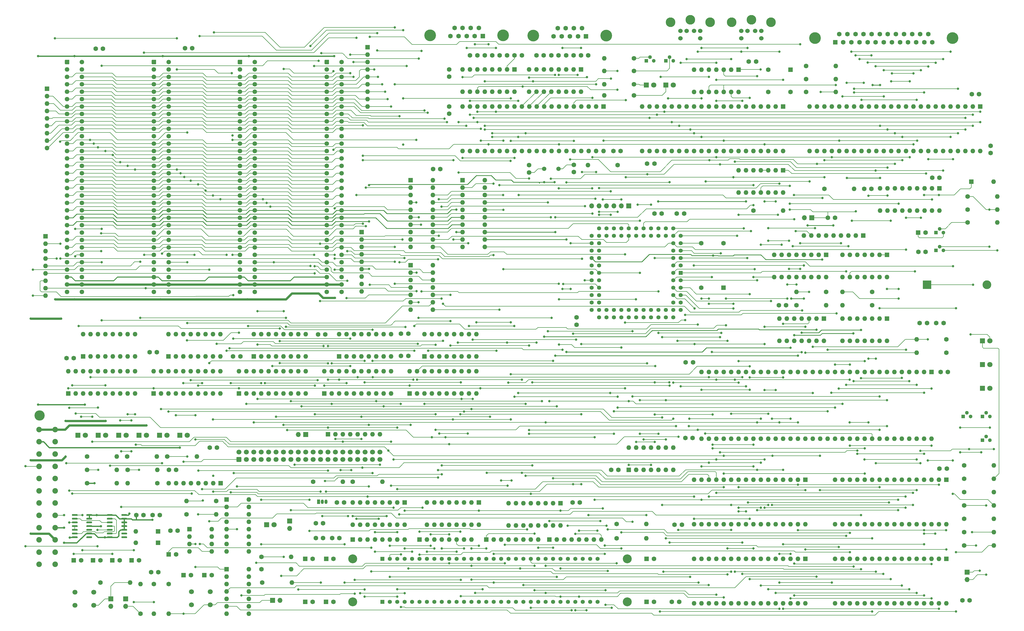
<source format=gtl>
G04 #@! TF.GenerationSoftware,KiCad,Pcbnew,(5.1.10)-1*
G04 #@! TF.CreationDate,2021-07-30T10:19:14+01:00*
G04 #@! TF.ProjectId,yddraig68k,79646472-6169-4673-9638-6b2e6b696361,rev?*
G04 #@! TF.SameCoordinates,Original*
G04 #@! TF.FileFunction,Copper,L1,Top*
G04 #@! TF.FilePolarity,Positive*
%FSLAX46Y46*%
G04 Gerber Fmt 4.6, Leading zero omitted, Abs format (unit mm)*
G04 Created by KiCad (PCBNEW (5.1.10)-1) date 2021-07-30 10:19:14*
%MOMM*%
%LPD*%
G01*
G04 APERTURE LIST*
G04 #@! TA.AperFunction,ComponentPad*
%ADD10O,1.600000X1.600000*%
G04 #@! TD*
G04 #@! TA.AperFunction,ComponentPad*
%ADD11R,1.600000X1.600000*%
G04 #@! TD*
G04 #@! TA.AperFunction,ComponentPad*
%ADD12C,3.048000*%
G04 #@! TD*
G04 #@! TA.AperFunction,ComponentPad*
%ADD13C,1.397000*%
G04 #@! TD*
G04 #@! TA.AperFunction,ComponentPad*
%ADD14R,1.397000X1.397000*%
G04 #@! TD*
G04 #@! TA.AperFunction,ComponentPad*
%ADD15C,1.600000*%
G04 #@! TD*
G04 #@! TA.AperFunction,ComponentPad*
%ADD16R,3.000000X3.000000*%
G04 #@! TD*
G04 #@! TA.AperFunction,ComponentPad*
%ADD17C,3.000000*%
G04 #@! TD*
G04 #@! TA.AperFunction,ComponentPad*
%ADD18C,1.422400*%
G04 #@! TD*
G04 #@! TA.AperFunction,ComponentPad*
%ADD19R,1.422400X1.422400*%
G04 #@! TD*
G04 #@! TA.AperFunction,ComponentPad*
%ADD20C,1.550000*%
G04 #@! TD*
G04 #@! TA.AperFunction,ComponentPad*
%ADD21C,1.500000*%
G04 #@! TD*
G04 #@! TA.AperFunction,ComponentPad*
%ADD22C,1.700000*%
G04 #@! TD*
G04 #@! TA.AperFunction,ComponentPad*
%ADD23R,1.050000X1.500000*%
G04 #@! TD*
G04 #@! TA.AperFunction,ComponentPad*
%ADD24O,1.050000X1.500000*%
G04 #@! TD*
G04 #@! TA.AperFunction,ComponentPad*
%ADD25R,1.300000X1.300000*%
G04 #@! TD*
G04 #@! TA.AperFunction,ComponentPad*
%ADD26C,1.300000*%
G04 #@! TD*
G04 #@! TA.AperFunction,ComponentPad*
%ADD27O,1.700000X1.700000*%
G04 #@! TD*
G04 #@! TA.AperFunction,ComponentPad*
%ADD28R,1.700000X1.700000*%
G04 #@! TD*
G04 #@! TA.AperFunction,ComponentPad*
%ADD29C,4.000000*%
G04 #@! TD*
G04 #@! TA.AperFunction,ComponentPad*
%ADD30C,3.300000*%
G04 #@! TD*
G04 #@! TA.AperFunction,ComponentPad*
%ADD31C,1.524000*%
G04 #@! TD*
G04 #@! TA.AperFunction,ComponentPad*
%ADD32C,3.505200*%
G04 #@! TD*
G04 #@! TA.AperFunction,ComponentPad*
%ADD33C,1.905000*%
G04 #@! TD*
G04 #@! TA.AperFunction,ComponentPad*
%ADD34C,1.800000*%
G04 #@! TD*
G04 #@! TA.AperFunction,ComponentPad*
%ADD35R,1.800000X1.800000*%
G04 #@! TD*
G04 #@! TA.AperFunction,ViaPad*
%ADD36C,0.800000*%
G04 #@! TD*
G04 #@! TA.AperFunction,Conductor*
%ADD37C,0.203200*%
G04 #@! TD*
G04 #@! TA.AperFunction,Conductor*
%ADD38C,0.400000*%
G04 #@! TD*
G04 #@! TA.AperFunction,Conductor*
%ADD39C,0.800000*%
G04 #@! TD*
G04 #@! TA.AperFunction,Conductor*
%ADD40C,0.300000*%
G04 #@! TD*
G04 #@! TA.AperFunction,Conductor*
%ADD41C,0.250000*%
G04 #@! TD*
G04 APERTURE END LIST*
D10*
X387985000Y-92456000D03*
X329565000Y-77216000D03*
X385445000Y-92456000D03*
X332105000Y-77216000D03*
X382905000Y-92456000D03*
X334645000Y-77216000D03*
X380365000Y-92456000D03*
X337185000Y-77216000D03*
X377825000Y-92456000D03*
X339725000Y-77216000D03*
X375285000Y-92456000D03*
X342265000Y-77216000D03*
X372745000Y-92456000D03*
X344805000Y-77216000D03*
X370205000Y-92456000D03*
X347345000Y-77216000D03*
X367665000Y-92456000D03*
X349885000Y-77216000D03*
X365125000Y-92456000D03*
X352425000Y-77216000D03*
X362585000Y-92456000D03*
X354965000Y-77216000D03*
X360045000Y-92456000D03*
X357505000Y-77216000D03*
X357505000Y-92456000D03*
X360045000Y-77216000D03*
X354965000Y-92456000D03*
X362585000Y-77216000D03*
X352425000Y-92456000D03*
X365125000Y-77216000D03*
X349885000Y-92456000D03*
X367665000Y-77216000D03*
X347345000Y-92456000D03*
X370205000Y-77216000D03*
X344805000Y-92456000D03*
X372745000Y-77216000D03*
X342265000Y-92456000D03*
X375285000Y-77216000D03*
X339725000Y-92456000D03*
X377825000Y-77216000D03*
X337185000Y-92456000D03*
X380365000Y-77216000D03*
X334645000Y-92456000D03*
X382905000Y-77216000D03*
X332105000Y-92456000D03*
X385445000Y-77216000D03*
X329565000Y-92456000D03*
D11*
X387985000Y-77216000D03*
D12*
X173228000Y-232156000D03*
X267208000Y-232156000D03*
D13*
X257048000Y-232156000D03*
X254508000Y-232156000D03*
X251968000Y-232156000D03*
X249428000Y-232156000D03*
X246888000Y-232156000D03*
X244348000Y-232156000D03*
X241808000Y-232156000D03*
X239268000Y-232156000D03*
X236728000Y-232156000D03*
X234188000Y-232156000D03*
X231648000Y-232156000D03*
X229108000Y-232156000D03*
X226568000Y-232156000D03*
X224028000Y-232156000D03*
X221488000Y-232156000D03*
X218948000Y-232156000D03*
X216408000Y-232156000D03*
X213868000Y-232156000D03*
X211328000Y-232156000D03*
X208788000Y-232156000D03*
X206248000Y-232156000D03*
X203708000Y-232156000D03*
X201168000Y-232156000D03*
X198628000Y-232156000D03*
X196088000Y-232156000D03*
X193548000Y-232156000D03*
X191008000Y-232156000D03*
X188468000Y-232156000D03*
X185928000Y-232156000D03*
D14*
X183388000Y-232156000D03*
D15*
X375434000Y-151384000D03*
X372934000Y-151384000D03*
X369784000Y-151384000D03*
X367284000Y-151384000D03*
D10*
X183388000Y-205740000D03*
D15*
X173228000Y-205740000D03*
D10*
X191008000Y-225552000D03*
X188468000Y-225552000D03*
X185928000Y-225552000D03*
X183388000Y-225552000D03*
X180848000Y-225552000D03*
X178308000Y-225552000D03*
X175768000Y-225552000D03*
D11*
X173228000Y-225552000D03*
D10*
X258318000Y-225552000D03*
X255778000Y-225552000D03*
X253238000Y-225552000D03*
X250698000Y-225552000D03*
X248158000Y-225552000D03*
X245618000Y-225552000D03*
X243078000Y-225552000D03*
D11*
X240538000Y-225552000D03*
D10*
X213868000Y-225552000D03*
X211328000Y-225552000D03*
X208788000Y-225552000D03*
X206248000Y-225552000D03*
X203708000Y-225552000D03*
X201168000Y-225552000D03*
X198628000Y-225552000D03*
D11*
X196088000Y-225552000D03*
D10*
X236728000Y-225552000D03*
X234188000Y-225552000D03*
X231648000Y-225552000D03*
X229108000Y-225552000D03*
X226568000Y-225552000D03*
X224028000Y-225552000D03*
X221488000Y-225552000D03*
D11*
X218948000Y-225552000D03*
D10*
X110236000Y-206248000D03*
X112776000Y-206248000D03*
X115316000Y-206248000D03*
X117856000Y-206248000D03*
X120396000Y-206248000D03*
X122936000Y-206248000D03*
X125476000Y-206248000D03*
D11*
X128016000Y-206248000D03*
D10*
X182499000Y-189484000D03*
X179959000Y-189484000D03*
X177419000Y-189484000D03*
X174879000Y-189484000D03*
X172339000Y-189484000D03*
X169799000Y-189484000D03*
X167259000Y-189484000D03*
D11*
X164719000Y-189484000D03*
D15*
X246293000Y-59690000D03*
X248793000Y-59690000D03*
D10*
X356108000Y-157480000D03*
X340868000Y-149860000D03*
X353568000Y-157480000D03*
X343408000Y-149860000D03*
X351028000Y-157480000D03*
X345948000Y-149860000D03*
X348488000Y-157480000D03*
X348488000Y-149860000D03*
X345948000Y-157480000D03*
X351028000Y-149860000D03*
X343408000Y-157480000D03*
X353568000Y-149860000D03*
X340868000Y-157480000D03*
D11*
X356108000Y-149860000D03*
D10*
X334518000Y-157480000D03*
X319278000Y-149860000D03*
X331978000Y-157480000D03*
X321818000Y-149860000D03*
X329438000Y-157480000D03*
X324358000Y-149860000D03*
X326898000Y-157480000D03*
X326898000Y-149860000D03*
X324358000Y-157480000D03*
X329438000Y-149860000D03*
X321818000Y-157480000D03*
X331978000Y-149860000D03*
X319278000Y-157480000D03*
D11*
X334518000Y-149860000D03*
D10*
X320548000Y-106680000D03*
X305308000Y-99060000D03*
X318008000Y-106680000D03*
X307848000Y-99060000D03*
X315468000Y-106680000D03*
X310388000Y-99060000D03*
X312928000Y-106680000D03*
X312928000Y-99060000D03*
X310388000Y-106680000D03*
X315468000Y-99060000D03*
X307848000Y-106680000D03*
X318008000Y-99060000D03*
X305308000Y-106680000D03*
D11*
X320548000Y-99060000D03*
D10*
X169799000Y-205740000D03*
D15*
X159639000Y-205740000D03*
D16*
X369781000Y-138303000D03*
D17*
X390271000Y-138303000D03*
D10*
X273685000Y-225171000D03*
D15*
X263525000Y-225171000D03*
D18*
X280416000Y-149479000D03*
X277876000Y-149479000D03*
X275336000Y-149479000D03*
X272796000Y-149479000D03*
X270256000Y-149479000D03*
X267716000Y-149479000D03*
X265176000Y-149479000D03*
X262636000Y-149479000D03*
X260096000Y-149479000D03*
X257556000Y-149479000D03*
X280416000Y-146939000D03*
X277876000Y-146939000D03*
X275336000Y-146939000D03*
X272796000Y-146939000D03*
X270256000Y-146939000D03*
X267716000Y-146939000D03*
X265176000Y-146939000D03*
X262636000Y-146939000D03*
X260096000Y-146939000D03*
X257556000Y-146939000D03*
X255016000Y-146939000D03*
X255016000Y-144399000D03*
X255016000Y-141859000D03*
X255016000Y-139319000D03*
X255016000Y-136779000D03*
X255016000Y-134239000D03*
X255016000Y-131699000D03*
X255016000Y-129159000D03*
X255016000Y-126619000D03*
X255016000Y-124079000D03*
X255016000Y-121539000D03*
X257556000Y-144399000D03*
X257556000Y-141859000D03*
X257556000Y-139319000D03*
X257556000Y-136779000D03*
X257556000Y-134239000D03*
X257556000Y-131699000D03*
X257556000Y-129159000D03*
X257556000Y-126619000D03*
X257556000Y-124079000D03*
X257556000Y-121539000D03*
X257556000Y-118999000D03*
X260096000Y-118999000D03*
X262636000Y-118999000D03*
X265176000Y-118999000D03*
X267716000Y-118999000D03*
X270256000Y-118999000D03*
X272796000Y-118999000D03*
X275336000Y-118999000D03*
X277876000Y-118999000D03*
X280416000Y-118999000D03*
X282956000Y-118999000D03*
X260096000Y-121539000D03*
X262636000Y-121539000D03*
X265176000Y-121539000D03*
X267716000Y-121539000D03*
X270256000Y-121539000D03*
X272796000Y-121539000D03*
X275336000Y-121539000D03*
X277876000Y-121539000D03*
X280416000Y-121539000D03*
X282956000Y-121539000D03*
X285496000Y-146939000D03*
X285496000Y-144399000D03*
X285496000Y-141859000D03*
X285496000Y-139319000D03*
X285496000Y-136779000D03*
X285496000Y-121539000D03*
X285496000Y-124079000D03*
X285496000Y-126619000D03*
X285496000Y-129159000D03*
X285496000Y-131699000D03*
D19*
X285496000Y-134239000D03*
D18*
X282956000Y-149479000D03*
X282956000Y-146939000D03*
X282956000Y-144399000D03*
X282956000Y-141859000D03*
X282956000Y-139319000D03*
X282956000Y-136779000D03*
X282956000Y-124079000D03*
X282956000Y-126619000D03*
X282956000Y-129159000D03*
X282956000Y-131699000D03*
X282956000Y-134239000D03*
D10*
X320548000Y-92456000D03*
X272288000Y-77216000D03*
X318008000Y-92456000D03*
X274828000Y-77216000D03*
X315468000Y-92456000D03*
X277368000Y-77216000D03*
X312928000Y-92456000D03*
X279908000Y-77216000D03*
X310388000Y-92456000D03*
X282448000Y-77216000D03*
X307848000Y-92456000D03*
X284988000Y-77216000D03*
X305308000Y-92456000D03*
X287528000Y-77216000D03*
X302768000Y-92456000D03*
X290068000Y-77216000D03*
X300228000Y-92456000D03*
X292608000Y-77216000D03*
X297688000Y-92456000D03*
X295148000Y-77216000D03*
X295148000Y-92456000D03*
X297688000Y-77216000D03*
X292608000Y-92456000D03*
X300228000Y-77216000D03*
X290068000Y-92456000D03*
X302768000Y-77216000D03*
X287528000Y-92456000D03*
X305308000Y-77216000D03*
X284988000Y-92456000D03*
X307848000Y-77216000D03*
X282448000Y-92456000D03*
X310388000Y-77216000D03*
X279908000Y-92456000D03*
X312928000Y-77216000D03*
X277368000Y-92456000D03*
X315468000Y-77216000D03*
X274828000Y-92456000D03*
X318008000Y-77216000D03*
X272288000Y-92456000D03*
D11*
X320548000Y-77216000D03*
D20*
X169418000Y-140716000D03*
X169418000Y-138176000D03*
X169418000Y-135636000D03*
X169418000Y-133096000D03*
X169418000Y-130556000D03*
X169418000Y-128016000D03*
X169418000Y-125476000D03*
X169418000Y-122936000D03*
X169418000Y-120396000D03*
X169418000Y-117856000D03*
X169418000Y-115316000D03*
X169418000Y-112776000D03*
X169418000Y-110236000D03*
X169418000Y-107696000D03*
X169418000Y-105156000D03*
X169418000Y-102616000D03*
X169418000Y-100076000D03*
X169418000Y-97536000D03*
X169418000Y-94996000D03*
X169418000Y-92456000D03*
X169418000Y-89916000D03*
X169418000Y-87376000D03*
X169418000Y-84836000D03*
X169418000Y-82296000D03*
X169418000Y-79756000D03*
X169418000Y-77216000D03*
X169418000Y-74676000D03*
X169418000Y-72136000D03*
X169418000Y-69596000D03*
X169418000Y-67056000D03*
X169418000Y-64516000D03*
X169418000Y-61976000D03*
X164338000Y-140716000D03*
X164338000Y-138176000D03*
X164338000Y-135636000D03*
X164338000Y-133096000D03*
X164338000Y-130556000D03*
X164338000Y-128016000D03*
X164338000Y-125476000D03*
X164338000Y-122936000D03*
X164338000Y-120396000D03*
X164338000Y-117856000D03*
X164338000Y-115316000D03*
X164338000Y-112776000D03*
X164338000Y-110236000D03*
X164338000Y-107696000D03*
X164338000Y-105156000D03*
X164338000Y-102616000D03*
X164338000Y-100076000D03*
X164338000Y-97536000D03*
X164338000Y-94996000D03*
X164338000Y-92456000D03*
X164338000Y-89916000D03*
X164338000Y-87376000D03*
X164338000Y-84836000D03*
X164338000Y-82296000D03*
X164338000Y-79756000D03*
X164338000Y-77216000D03*
X164338000Y-74676000D03*
X164338000Y-72136000D03*
X164338000Y-69596000D03*
X164338000Y-67056000D03*
X164338000Y-64516000D03*
G04 #@! TA.AperFunction,ComponentPad*
G36*
G01*
X163563000Y-62501002D02*
X163563000Y-61450998D01*
G75*
G02*
X163812998Y-61201000I249998J0D01*
G01*
X164863002Y-61201000D01*
G75*
G02*
X165113000Y-61450998I0J-249998D01*
G01*
X165113000Y-62501002D01*
G75*
G02*
X164863002Y-62751000I-249998J0D01*
G01*
X163812998Y-62751000D01*
G75*
G02*
X163563000Y-62501002I0J249998D01*
G01*
G37*
G04 #@! TD.AperFunction*
D10*
X328168000Y-247396000D03*
X290068000Y-232156000D03*
X325628000Y-247396000D03*
X292608000Y-232156000D03*
X323088000Y-247396000D03*
X295148000Y-232156000D03*
X320548000Y-247396000D03*
X297688000Y-232156000D03*
X318008000Y-247396000D03*
X300228000Y-232156000D03*
X315468000Y-247396000D03*
X302768000Y-232156000D03*
X312928000Y-247396000D03*
X305308000Y-232156000D03*
X310388000Y-247396000D03*
X307848000Y-232156000D03*
X307848000Y-247396000D03*
X310388000Y-232156000D03*
X305308000Y-247396000D03*
X312928000Y-232156000D03*
X302768000Y-247396000D03*
X315468000Y-232156000D03*
X300228000Y-247396000D03*
X318008000Y-232156000D03*
X297688000Y-247396000D03*
X320548000Y-232156000D03*
X295148000Y-247396000D03*
X323088000Y-232156000D03*
X292608000Y-247396000D03*
X325628000Y-232156000D03*
X290068000Y-247396000D03*
D11*
X328168000Y-232156000D03*
G04 #@! TA.AperFunction,ComponentPad*
G36*
G01*
X133845000Y-62501002D02*
X133845000Y-61450998D01*
G75*
G02*
X134094998Y-61201000I249998J0D01*
G01*
X135145002Y-61201000D01*
G75*
G02*
X135395000Y-61450998I0J-249998D01*
G01*
X135395000Y-62501002D01*
G75*
G02*
X135145002Y-62751000I-249998J0D01*
G01*
X134094998Y-62751000D01*
G75*
G02*
X133845000Y-62501002I0J249998D01*
G01*
G37*
G04 #@! TD.AperFunction*
D20*
X134620000Y-64516000D03*
X134620000Y-67056000D03*
X134620000Y-69596000D03*
X134620000Y-72136000D03*
X134620000Y-74676000D03*
X134620000Y-77216000D03*
X134620000Y-79756000D03*
X134620000Y-82296000D03*
X134620000Y-84836000D03*
X134620000Y-87376000D03*
X134620000Y-89916000D03*
X134620000Y-92456000D03*
X134620000Y-94996000D03*
X134620000Y-97536000D03*
X134620000Y-100076000D03*
X134620000Y-102616000D03*
X134620000Y-105156000D03*
X134620000Y-107696000D03*
X134620000Y-110236000D03*
X134620000Y-112776000D03*
X134620000Y-115316000D03*
X134620000Y-117856000D03*
X134620000Y-120396000D03*
X134620000Y-122936000D03*
X134620000Y-125476000D03*
X134620000Y-128016000D03*
X134620000Y-130556000D03*
X134620000Y-133096000D03*
X134620000Y-135636000D03*
X134620000Y-138176000D03*
X134620000Y-140716000D03*
X139700000Y-61976000D03*
X139700000Y-64516000D03*
X139700000Y-67056000D03*
X139700000Y-69596000D03*
X139700000Y-72136000D03*
X139700000Y-74676000D03*
X139700000Y-77216000D03*
X139700000Y-79756000D03*
X139700000Y-82296000D03*
X139700000Y-84836000D03*
X139700000Y-87376000D03*
X139700000Y-89916000D03*
X139700000Y-92456000D03*
X139700000Y-94996000D03*
X139700000Y-97536000D03*
X139700000Y-100076000D03*
X139700000Y-102616000D03*
X139700000Y-105156000D03*
X139700000Y-107696000D03*
X139700000Y-110236000D03*
X139700000Y-112776000D03*
X139700000Y-115316000D03*
X139700000Y-117856000D03*
X139700000Y-120396000D03*
X139700000Y-122936000D03*
X139700000Y-125476000D03*
X139700000Y-128016000D03*
X139700000Y-130556000D03*
X139700000Y-133096000D03*
X139700000Y-135636000D03*
X139700000Y-138176000D03*
X139700000Y-140716000D03*
X110236000Y-140716000D03*
X110236000Y-138176000D03*
X110236000Y-135636000D03*
X110236000Y-133096000D03*
X110236000Y-130556000D03*
X110236000Y-128016000D03*
X110236000Y-125476000D03*
X110236000Y-122936000D03*
X110236000Y-120396000D03*
X110236000Y-117856000D03*
X110236000Y-115316000D03*
X110236000Y-112776000D03*
X110236000Y-110236000D03*
X110236000Y-107696000D03*
X110236000Y-105156000D03*
X110236000Y-102616000D03*
X110236000Y-100076000D03*
X110236000Y-97536000D03*
X110236000Y-94996000D03*
X110236000Y-92456000D03*
X110236000Y-89916000D03*
X110236000Y-87376000D03*
X110236000Y-84836000D03*
X110236000Y-82296000D03*
X110236000Y-79756000D03*
X110236000Y-77216000D03*
X110236000Y-74676000D03*
X110236000Y-72136000D03*
X110236000Y-69596000D03*
X110236000Y-67056000D03*
X110236000Y-64516000D03*
X110236000Y-61976000D03*
X105156000Y-140716000D03*
X105156000Y-138176000D03*
X105156000Y-135636000D03*
X105156000Y-133096000D03*
X105156000Y-130556000D03*
X105156000Y-128016000D03*
X105156000Y-125476000D03*
X105156000Y-122936000D03*
X105156000Y-120396000D03*
X105156000Y-117856000D03*
X105156000Y-115316000D03*
X105156000Y-112776000D03*
X105156000Y-110236000D03*
X105156000Y-107696000D03*
X105156000Y-105156000D03*
X105156000Y-102616000D03*
X105156000Y-100076000D03*
X105156000Y-97536000D03*
X105156000Y-94996000D03*
X105156000Y-92456000D03*
X105156000Y-89916000D03*
X105156000Y-87376000D03*
X105156000Y-84836000D03*
X105156000Y-82296000D03*
X105156000Y-79756000D03*
X105156000Y-77216000D03*
X105156000Y-74676000D03*
X105156000Y-72136000D03*
X105156000Y-69596000D03*
X105156000Y-67056000D03*
X105156000Y-64516000D03*
G04 #@! TA.AperFunction,ComponentPad*
G36*
G01*
X104381000Y-62501002D02*
X104381000Y-61450998D01*
G75*
G02*
X104630998Y-61201000I249998J0D01*
G01*
X105681002Y-61201000D01*
G75*
G02*
X105931000Y-61450998I0J-249998D01*
G01*
X105931000Y-62501002D01*
G75*
G02*
X105681002Y-62751000I-249998J0D01*
G01*
X104630998Y-62751000D01*
G75*
G02*
X104381000Y-62501002I0J249998D01*
G01*
G37*
G04 #@! TD.AperFunction*
D10*
X376428000Y-220345000D03*
X338328000Y-205105000D03*
X373888000Y-220345000D03*
X340868000Y-205105000D03*
X371348000Y-220345000D03*
X343408000Y-205105000D03*
X368808000Y-220345000D03*
X345948000Y-205105000D03*
X366268000Y-220345000D03*
X348488000Y-205105000D03*
X363728000Y-220345000D03*
X351028000Y-205105000D03*
X361188000Y-220345000D03*
X353568000Y-205105000D03*
X358648000Y-220345000D03*
X356108000Y-205105000D03*
X356108000Y-220345000D03*
X358648000Y-205105000D03*
X353568000Y-220345000D03*
X361188000Y-205105000D03*
X351028000Y-220345000D03*
X363728000Y-205105000D03*
X348488000Y-220345000D03*
X366268000Y-205105000D03*
X345948000Y-220345000D03*
X368808000Y-205105000D03*
X343408000Y-220345000D03*
X371348000Y-205105000D03*
X340868000Y-220345000D03*
X373888000Y-205105000D03*
X338328000Y-220345000D03*
D11*
X376428000Y-205105000D03*
D10*
X200660000Y-131572000D03*
X193040000Y-146812000D03*
X200660000Y-134112000D03*
X193040000Y-144272000D03*
X200660000Y-136652000D03*
X193040000Y-141732000D03*
X200660000Y-139192000D03*
X193040000Y-139192000D03*
X200660000Y-141732000D03*
X193040000Y-136652000D03*
X200660000Y-144272000D03*
X193040000Y-134112000D03*
X200660000Y-146812000D03*
D11*
X193040000Y-131572000D03*
G04 #@! TA.AperFunction,SMDPad,CuDef*
G36*
G01*
X94018000Y-217320000D02*
X94018000Y-217020000D01*
G75*
G02*
X94168000Y-216870000I150000J0D01*
G01*
X95818000Y-216870000D01*
G75*
G02*
X95968000Y-217020000I0J-150000D01*
G01*
X95968000Y-217320000D01*
G75*
G02*
X95818000Y-217470000I-150000J0D01*
G01*
X94168000Y-217470000D01*
G75*
G02*
X94018000Y-217320000I0J150000D01*
G01*
G37*
G04 #@! TD.AperFunction*
G04 #@! TA.AperFunction,SMDPad,CuDef*
G36*
G01*
X94018000Y-218590000D02*
X94018000Y-218290000D01*
G75*
G02*
X94168000Y-218140000I150000J0D01*
G01*
X95818000Y-218140000D01*
G75*
G02*
X95968000Y-218290000I0J-150000D01*
G01*
X95968000Y-218590000D01*
G75*
G02*
X95818000Y-218740000I-150000J0D01*
G01*
X94168000Y-218740000D01*
G75*
G02*
X94018000Y-218590000I0J150000D01*
G01*
G37*
G04 #@! TD.AperFunction*
G04 #@! TA.AperFunction,SMDPad,CuDef*
G36*
G01*
X94018000Y-219860000D02*
X94018000Y-219560000D01*
G75*
G02*
X94168000Y-219410000I150000J0D01*
G01*
X95818000Y-219410000D01*
G75*
G02*
X95968000Y-219560000I0J-150000D01*
G01*
X95968000Y-219860000D01*
G75*
G02*
X95818000Y-220010000I-150000J0D01*
G01*
X94168000Y-220010000D01*
G75*
G02*
X94018000Y-219860000I0J150000D01*
G01*
G37*
G04 #@! TD.AperFunction*
G04 #@! TA.AperFunction,SMDPad,CuDef*
G36*
G01*
X94018000Y-221130000D02*
X94018000Y-220830000D01*
G75*
G02*
X94168000Y-220680000I150000J0D01*
G01*
X95818000Y-220680000D01*
G75*
G02*
X95968000Y-220830000I0J-150000D01*
G01*
X95968000Y-221130000D01*
G75*
G02*
X95818000Y-221280000I-150000J0D01*
G01*
X94168000Y-221280000D01*
G75*
G02*
X94018000Y-221130000I0J150000D01*
G01*
G37*
G04 #@! TD.AperFunction*
G04 #@! TA.AperFunction,SMDPad,CuDef*
G36*
G01*
X94018000Y-222400000D02*
X94018000Y-222100000D01*
G75*
G02*
X94168000Y-221950000I150000J0D01*
G01*
X95818000Y-221950000D01*
G75*
G02*
X95968000Y-222100000I0J-150000D01*
G01*
X95968000Y-222400000D01*
G75*
G02*
X95818000Y-222550000I-150000J0D01*
G01*
X94168000Y-222550000D01*
G75*
G02*
X94018000Y-222400000I0J150000D01*
G01*
G37*
G04 #@! TD.AperFunction*
G04 #@! TA.AperFunction,SMDPad,CuDef*
G36*
G01*
X94018000Y-223670000D02*
X94018000Y-223370000D01*
G75*
G02*
X94168000Y-223220000I150000J0D01*
G01*
X95818000Y-223220000D01*
G75*
G02*
X95968000Y-223370000I0J-150000D01*
G01*
X95968000Y-223670000D01*
G75*
G02*
X95818000Y-223820000I-150000J0D01*
G01*
X94168000Y-223820000D01*
G75*
G02*
X94018000Y-223670000I0J150000D01*
G01*
G37*
G04 #@! TD.AperFunction*
G04 #@! TA.AperFunction,SMDPad,CuDef*
G36*
G01*
X94018000Y-224940000D02*
X94018000Y-224640000D01*
G75*
G02*
X94168000Y-224490000I150000J0D01*
G01*
X95818000Y-224490000D01*
G75*
G02*
X95968000Y-224640000I0J-150000D01*
G01*
X95968000Y-224940000D01*
G75*
G02*
X95818000Y-225090000I-150000J0D01*
G01*
X94168000Y-225090000D01*
G75*
G02*
X94018000Y-224940000I0J150000D01*
G01*
G37*
G04 #@! TD.AperFunction*
G04 #@! TA.AperFunction,SMDPad,CuDef*
G36*
G01*
X89068000Y-224940000D02*
X89068000Y-224640000D01*
G75*
G02*
X89218000Y-224490000I150000J0D01*
G01*
X90868000Y-224490000D01*
G75*
G02*
X91018000Y-224640000I0J-150000D01*
G01*
X91018000Y-224940000D01*
G75*
G02*
X90868000Y-225090000I-150000J0D01*
G01*
X89218000Y-225090000D01*
G75*
G02*
X89068000Y-224940000I0J150000D01*
G01*
G37*
G04 #@! TD.AperFunction*
G04 #@! TA.AperFunction,SMDPad,CuDef*
G36*
G01*
X89068000Y-223670000D02*
X89068000Y-223370000D01*
G75*
G02*
X89218000Y-223220000I150000J0D01*
G01*
X90868000Y-223220000D01*
G75*
G02*
X91018000Y-223370000I0J-150000D01*
G01*
X91018000Y-223670000D01*
G75*
G02*
X90868000Y-223820000I-150000J0D01*
G01*
X89218000Y-223820000D01*
G75*
G02*
X89068000Y-223670000I0J150000D01*
G01*
G37*
G04 #@! TD.AperFunction*
G04 #@! TA.AperFunction,SMDPad,CuDef*
G36*
G01*
X89068000Y-222400000D02*
X89068000Y-222100000D01*
G75*
G02*
X89218000Y-221950000I150000J0D01*
G01*
X90868000Y-221950000D01*
G75*
G02*
X91018000Y-222100000I0J-150000D01*
G01*
X91018000Y-222400000D01*
G75*
G02*
X90868000Y-222550000I-150000J0D01*
G01*
X89218000Y-222550000D01*
G75*
G02*
X89068000Y-222400000I0J150000D01*
G01*
G37*
G04 #@! TD.AperFunction*
G04 #@! TA.AperFunction,SMDPad,CuDef*
G36*
G01*
X89068000Y-221130000D02*
X89068000Y-220830000D01*
G75*
G02*
X89218000Y-220680000I150000J0D01*
G01*
X90868000Y-220680000D01*
G75*
G02*
X91018000Y-220830000I0J-150000D01*
G01*
X91018000Y-221130000D01*
G75*
G02*
X90868000Y-221280000I-150000J0D01*
G01*
X89218000Y-221280000D01*
G75*
G02*
X89068000Y-221130000I0J150000D01*
G01*
G37*
G04 #@! TD.AperFunction*
G04 #@! TA.AperFunction,SMDPad,CuDef*
G36*
G01*
X89068000Y-219860000D02*
X89068000Y-219560000D01*
G75*
G02*
X89218000Y-219410000I150000J0D01*
G01*
X90868000Y-219410000D01*
G75*
G02*
X91018000Y-219560000I0J-150000D01*
G01*
X91018000Y-219860000D01*
G75*
G02*
X90868000Y-220010000I-150000J0D01*
G01*
X89218000Y-220010000D01*
G75*
G02*
X89068000Y-219860000I0J150000D01*
G01*
G37*
G04 #@! TD.AperFunction*
G04 #@! TA.AperFunction,SMDPad,CuDef*
G36*
G01*
X89068000Y-218590000D02*
X89068000Y-218290000D01*
G75*
G02*
X89218000Y-218140000I150000J0D01*
G01*
X90868000Y-218140000D01*
G75*
G02*
X91018000Y-218290000I0J-150000D01*
G01*
X91018000Y-218590000D01*
G75*
G02*
X90868000Y-218740000I-150000J0D01*
G01*
X89218000Y-218740000D01*
G75*
G02*
X89068000Y-218590000I0J150000D01*
G01*
G37*
G04 #@! TD.AperFunction*
G04 #@! TA.AperFunction,SMDPad,CuDef*
G36*
G01*
X89068000Y-217320000D02*
X89068000Y-217020000D01*
G75*
G02*
X89218000Y-216870000I150000J0D01*
G01*
X90868000Y-216870000D01*
G75*
G02*
X91018000Y-217020000I0J-150000D01*
G01*
X91018000Y-217320000D01*
G75*
G02*
X90868000Y-217470000I-150000J0D01*
G01*
X89218000Y-217470000D01*
G75*
G02*
X89068000Y-217320000I0J150000D01*
G01*
G37*
G04 #@! TD.AperFunction*
G04 #@! TA.AperFunction,SMDPad,CuDef*
G36*
G01*
X82018000Y-217320000D02*
X82018000Y-217020000D01*
G75*
G02*
X82168000Y-216870000I150000J0D01*
G01*
X83818000Y-216870000D01*
G75*
G02*
X83968000Y-217020000I0J-150000D01*
G01*
X83968000Y-217320000D01*
G75*
G02*
X83818000Y-217470000I-150000J0D01*
G01*
X82168000Y-217470000D01*
G75*
G02*
X82018000Y-217320000I0J150000D01*
G01*
G37*
G04 #@! TD.AperFunction*
G04 #@! TA.AperFunction,SMDPad,CuDef*
G36*
G01*
X82018000Y-218590000D02*
X82018000Y-218290000D01*
G75*
G02*
X82168000Y-218140000I150000J0D01*
G01*
X83818000Y-218140000D01*
G75*
G02*
X83968000Y-218290000I0J-150000D01*
G01*
X83968000Y-218590000D01*
G75*
G02*
X83818000Y-218740000I-150000J0D01*
G01*
X82168000Y-218740000D01*
G75*
G02*
X82018000Y-218590000I0J150000D01*
G01*
G37*
G04 #@! TD.AperFunction*
G04 #@! TA.AperFunction,SMDPad,CuDef*
G36*
G01*
X82018000Y-219860000D02*
X82018000Y-219560000D01*
G75*
G02*
X82168000Y-219410000I150000J0D01*
G01*
X83818000Y-219410000D01*
G75*
G02*
X83968000Y-219560000I0J-150000D01*
G01*
X83968000Y-219860000D01*
G75*
G02*
X83818000Y-220010000I-150000J0D01*
G01*
X82168000Y-220010000D01*
G75*
G02*
X82018000Y-219860000I0J150000D01*
G01*
G37*
G04 #@! TD.AperFunction*
G04 #@! TA.AperFunction,SMDPad,CuDef*
G36*
G01*
X82018000Y-221130000D02*
X82018000Y-220830000D01*
G75*
G02*
X82168000Y-220680000I150000J0D01*
G01*
X83818000Y-220680000D01*
G75*
G02*
X83968000Y-220830000I0J-150000D01*
G01*
X83968000Y-221130000D01*
G75*
G02*
X83818000Y-221280000I-150000J0D01*
G01*
X82168000Y-221280000D01*
G75*
G02*
X82018000Y-221130000I0J150000D01*
G01*
G37*
G04 #@! TD.AperFunction*
G04 #@! TA.AperFunction,SMDPad,CuDef*
G36*
G01*
X82018000Y-222400000D02*
X82018000Y-222100000D01*
G75*
G02*
X82168000Y-221950000I150000J0D01*
G01*
X83818000Y-221950000D01*
G75*
G02*
X83968000Y-222100000I0J-150000D01*
G01*
X83968000Y-222400000D01*
G75*
G02*
X83818000Y-222550000I-150000J0D01*
G01*
X82168000Y-222550000D01*
G75*
G02*
X82018000Y-222400000I0J150000D01*
G01*
G37*
G04 #@! TD.AperFunction*
G04 #@! TA.AperFunction,SMDPad,CuDef*
G36*
G01*
X82018000Y-223670000D02*
X82018000Y-223370000D01*
G75*
G02*
X82168000Y-223220000I150000J0D01*
G01*
X83818000Y-223220000D01*
G75*
G02*
X83968000Y-223370000I0J-150000D01*
G01*
X83968000Y-223670000D01*
G75*
G02*
X83818000Y-223820000I-150000J0D01*
G01*
X82168000Y-223820000D01*
G75*
G02*
X82018000Y-223670000I0J150000D01*
G01*
G37*
G04 #@! TD.AperFunction*
G04 #@! TA.AperFunction,SMDPad,CuDef*
G36*
G01*
X82018000Y-224940000D02*
X82018000Y-224640000D01*
G75*
G02*
X82168000Y-224490000I150000J0D01*
G01*
X83818000Y-224490000D01*
G75*
G02*
X83968000Y-224640000I0J-150000D01*
G01*
X83968000Y-224940000D01*
G75*
G02*
X83818000Y-225090000I-150000J0D01*
G01*
X82168000Y-225090000D01*
G75*
G02*
X82018000Y-224940000I0J150000D01*
G01*
G37*
G04 #@! TD.AperFunction*
G04 #@! TA.AperFunction,SMDPad,CuDef*
G36*
G01*
X77068000Y-224940000D02*
X77068000Y-224640000D01*
G75*
G02*
X77218000Y-224490000I150000J0D01*
G01*
X78868000Y-224490000D01*
G75*
G02*
X79018000Y-224640000I0J-150000D01*
G01*
X79018000Y-224940000D01*
G75*
G02*
X78868000Y-225090000I-150000J0D01*
G01*
X77218000Y-225090000D01*
G75*
G02*
X77068000Y-224940000I0J150000D01*
G01*
G37*
G04 #@! TD.AperFunction*
G04 #@! TA.AperFunction,SMDPad,CuDef*
G36*
G01*
X77068000Y-223670000D02*
X77068000Y-223370000D01*
G75*
G02*
X77218000Y-223220000I150000J0D01*
G01*
X78868000Y-223220000D01*
G75*
G02*
X79018000Y-223370000I0J-150000D01*
G01*
X79018000Y-223670000D01*
G75*
G02*
X78868000Y-223820000I-150000J0D01*
G01*
X77218000Y-223820000D01*
G75*
G02*
X77068000Y-223670000I0J150000D01*
G01*
G37*
G04 #@! TD.AperFunction*
G04 #@! TA.AperFunction,SMDPad,CuDef*
G36*
G01*
X77068000Y-222400000D02*
X77068000Y-222100000D01*
G75*
G02*
X77218000Y-221950000I150000J0D01*
G01*
X78868000Y-221950000D01*
G75*
G02*
X79018000Y-222100000I0J-150000D01*
G01*
X79018000Y-222400000D01*
G75*
G02*
X78868000Y-222550000I-150000J0D01*
G01*
X77218000Y-222550000D01*
G75*
G02*
X77068000Y-222400000I0J150000D01*
G01*
G37*
G04 #@! TD.AperFunction*
G04 #@! TA.AperFunction,SMDPad,CuDef*
G36*
G01*
X77068000Y-221130000D02*
X77068000Y-220830000D01*
G75*
G02*
X77218000Y-220680000I150000J0D01*
G01*
X78868000Y-220680000D01*
G75*
G02*
X79018000Y-220830000I0J-150000D01*
G01*
X79018000Y-221130000D01*
G75*
G02*
X78868000Y-221280000I-150000J0D01*
G01*
X77218000Y-221280000D01*
G75*
G02*
X77068000Y-221130000I0J150000D01*
G01*
G37*
G04 #@! TD.AperFunction*
G04 #@! TA.AperFunction,SMDPad,CuDef*
G36*
G01*
X77068000Y-219860000D02*
X77068000Y-219560000D01*
G75*
G02*
X77218000Y-219410000I150000J0D01*
G01*
X78868000Y-219410000D01*
G75*
G02*
X79018000Y-219560000I0J-150000D01*
G01*
X79018000Y-219860000D01*
G75*
G02*
X78868000Y-220010000I-150000J0D01*
G01*
X77218000Y-220010000D01*
G75*
G02*
X77068000Y-219860000I0J150000D01*
G01*
G37*
G04 #@! TD.AperFunction*
G04 #@! TA.AperFunction,SMDPad,CuDef*
G36*
G01*
X77068000Y-218590000D02*
X77068000Y-218290000D01*
G75*
G02*
X77218000Y-218140000I150000J0D01*
G01*
X78868000Y-218140000D01*
G75*
G02*
X79018000Y-218290000I0J-150000D01*
G01*
X79018000Y-218590000D01*
G75*
G02*
X78868000Y-218740000I-150000J0D01*
G01*
X77218000Y-218740000D01*
G75*
G02*
X77068000Y-218590000I0J150000D01*
G01*
G37*
G04 #@! TD.AperFunction*
G04 #@! TA.AperFunction,SMDPad,CuDef*
G36*
G01*
X77068000Y-217320000D02*
X77068000Y-217020000D01*
G75*
G02*
X77218000Y-216870000I150000J0D01*
G01*
X78868000Y-216870000D01*
G75*
G02*
X79018000Y-217020000I0J-150000D01*
G01*
X79018000Y-217320000D01*
G75*
G02*
X78868000Y-217470000I-150000J0D01*
G01*
X77218000Y-217470000D01*
G75*
G02*
X77068000Y-217320000I0J150000D01*
G01*
G37*
G04 #@! TD.AperFunction*
D21*
X238760000Y-98552000D03*
X243660000Y-98552000D03*
D15*
X315468000Y-64643000D03*
X315468000Y-72263000D03*
X323088000Y-72263000D03*
D11*
X323088000Y-64643000D03*
D15*
X300101000Y-124079000D03*
X292481000Y-124079000D03*
X292481000Y-139319000D03*
D11*
X300101000Y-139319000D03*
D10*
X200660000Y-102489000D03*
X193040000Y-125349000D03*
X200660000Y-105029000D03*
X193040000Y-122809000D03*
X200660000Y-107569000D03*
X193040000Y-120269000D03*
X200660000Y-110109000D03*
X193040000Y-117729000D03*
X200660000Y-112649000D03*
X193040000Y-115189000D03*
X200660000Y-115189000D03*
X193040000Y-112649000D03*
X200660000Y-117729000D03*
X193040000Y-110109000D03*
X200660000Y-120269000D03*
X193040000Y-107569000D03*
X200660000Y-122809000D03*
X193040000Y-105029000D03*
X200660000Y-125349000D03*
D11*
X193040000Y-102489000D03*
D10*
X192659000Y-167894000D03*
X215519000Y-175514000D03*
X195199000Y-167894000D03*
X212979000Y-175514000D03*
X197739000Y-167894000D03*
X210439000Y-175514000D03*
X200279000Y-167894000D03*
X207899000Y-175514000D03*
X202819000Y-167894000D03*
X205359000Y-175514000D03*
X205359000Y-167894000D03*
X202819000Y-175514000D03*
X207899000Y-167894000D03*
X200279000Y-175514000D03*
X210439000Y-167894000D03*
X197739000Y-175514000D03*
X212979000Y-167894000D03*
X195199000Y-175514000D03*
X215519000Y-167894000D03*
D11*
X192659000Y-175514000D03*
D10*
X163449000Y-167894000D03*
X186309000Y-175514000D03*
X165989000Y-167894000D03*
X183769000Y-175514000D03*
X168529000Y-167894000D03*
X181229000Y-175514000D03*
X171069000Y-167894000D03*
X178689000Y-175514000D03*
X173609000Y-167894000D03*
X176149000Y-175514000D03*
X176149000Y-167894000D03*
X173609000Y-175514000D03*
X178689000Y-167894000D03*
X171069000Y-175514000D03*
X181229000Y-167894000D03*
X168529000Y-175514000D03*
X183769000Y-167894000D03*
X165989000Y-175514000D03*
X186309000Y-167894000D03*
D11*
X163449000Y-175514000D03*
D10*
X218440000Y-102489000D03*
X210820000Y-125349000D03*
X218440000Y-105029000D03*
X210820000Y-122809000D03*
X218440000Y-107569000D03*
X210820000Y-120269000D03*
X218440000Y-110109000D03*
X210820000Y-117729000D03*
X218440000Y-112649000D03*
X210820000Y-115189000D03*
X218440000Y-115189000D03*
X210820000Y-112649000D03*
X218440000Y-117729000D03*
X210820000Y-110109000D03*
X218440000Y-120269000D03*
X210820000Y-107569000D03*
X218440000Y-122809000D03*
X210820000Y-105029000D03*
X218440000Y-125349000D03*
D11*
X210820000Y-102489000D03*
D10*
X134239000Y-167894000D03*
X157099000Y-175514000D03*
X136779000Y-167894000D03*
X154559000Y-175514000D03*
X139319000Y-167894000D03*
X152019000Y-175514000D03*
X141859000Y-167894000D03*
X149479000Y-175514000D03*
X144399000Y-167894000D03*
X146939000Y-175514000D03*
X146939000Y-167894000D03*
X144399000Y-175514000D03*
X149479000Y-167894000D03*
X141859000Y-175514000D03*
X152019000Y-167894000D03*
X139319000Y-175514000D03*
X154559000Y-167894000D03*
X136779000Y-175514000D03*
X157099000Y-167894000D03*
D11*
X134239000Y-175514000D03*
D10*
X105029000Y-167894000D03*
X127889000Y-175514000D03*
X107569000Y-167894000D03*
X125349000Y-175514000D03*
X110109000Y-167894000D03*
X122809000Y-175514000D03*
X112649000Y-167894000D03*
X120269000Y-175514000D03*
X115189000Y-167894000D03*
X117729000Y-175514000D03*
X117729000Y-167894000D03*
X115189000Y-175514000D03*
X120269000Y-167894000D03*
X112649000Y-175514000D03*
X122809000Y-167894000D03*
X110109000Y-175514000D03*
X125349000Y-167894000D03*
X107569000Y-175514000D03*
X127889000Y-167894000D03*
D11*
X105029000Y-175514000D03*
D10*
X75819000Y-167894000D03*
X98679000Y-175514000D03*
X78359000Y-167894000D03*
X96139000Y-175514000D03*
X80899000Y-167894000D03*
X93599000Y-175514000D03*
X83439000Y-167894000D03*
X91059000Y-175514000D03*
X85979000Y-167894000D03*
X88519000Y-175514000D03*
X88519000Y-167894000D03*
X85979000Y-175514000D03*
X91059000Y-167894000D03*
X83439000Y-175514000D03*
X93599000Y-167894000D03*
X80899000Y-175514000D03*
X96139000Y-167894000D03*
X78359000Y-175514000D03*
X98679000Y-167894000D03*
D11*
X75819000Y-175514000D03*
D10*
X244348000Y-220726000D03*
X226568000Y-213106000D03*
X241808000Y-220726000D03*
X229108000Y-213106000D03*
X239268000Y-220726000D03*
X231648000Y-213106000D03*
X236728000Y-220726000D03*
X234188000Y-213106000D03*
X234188000Y-220726000D03*
X236728000Y-213106000D03*
X231648000Y-220726000D03*
X239268000Y-213106000D03*
X229108000Y-220726000D03*
X241808000Y-213106000D03*
X226568000Y-220726000D03*
D11*
X244348000Y-213106000D03*
D10*
X216408000Y-220472000D03*
X198628000Y-212852000D03*
X213868000Y-220472000D03*
X201168000Y-212852000D03*
X211328000Y-220472000D03*
X203708000Y-212852000D03*
X208788000Y-220472000D03*
X206248000Y-212852000D03*
X206248000Y-220472000D03*
X208788000Y-212852000D03*
X203708000Y-220472000D03*
X211328000Y-212852000D03*
X201168000Y-220472000D03*
X213868000Y-212852000D03*
X198628000Y-220472000D03*
D11*
X216408000Y-212852000D03*
D10*
X191008000Y-220472000D03*
X173228000Y-212852000D03*
X188468000Y-220472000D03*
X175768000Y-212852000D03*
X185928000Y-220472000D03*
X178308000Y-212852000D03*
X183388000Y-220472000D03*
X180848000Y-212852000D03*
X180848000Y-220472000D03*
X183388000Y-212852000D03*
X178308000Y-220472000D03*
X185928000Y-212852000D03*
X175768000Y-220472000D03*
X188468000Y-212852000D03*
X173228000Y-220472000D03*
D11*
X191008000Y-212852000D03*
D10*
X137668000Y-211836000D03*
X130048000Y-229616000D03*
X137668000Y-214376000D03*
X130048000Y-227076000D03*
X137668000Y-216916000D03*
X130048000Y-224536000D03*
X137668000Y-219456000D03*
X130048000Y-221996000D03*
X137668000Y-221996000D03*
X130048000Y-219456000D03*
X137668000Y-224536000D03*
X130048000Y-216916000D03*
X137668000Y-227076000D03*
X130048000Y-214376000D03*
X137668000Y-229616000D03*
D11*
X130048000Y-211836000D03*
X374015000Y-105283000D03*
D10*
X353695000Y-112903000D03*
X371475000Y-105283000D03*
X356235000Y-112903000D03*
X368935000Y-105283000D03*
X358775000Y-112903000D03*
X366395000Y-105283000D03*
X361315000Y-112903000D03*
X363855000Y-105283000D03*
X363855000Y-112903000D03*
X361315000Y-105283000D03*
X366395000Y-112903000D03*
X358775000Y-105283000D03*
X368935000Y-112903000D03*
X356235000Y-105283000D03*
X371475000Y-112903000D03*
X353695000Y-105283000D03*
X374015000Y-112903000D03*
X251333000Y-72136000D03*
X233553000Y-64516000D03*
X248793000Y-72136000D03*
X236093000Y-64516000D03*
X246253000Y-72136000D03*
X238633000Y-64516000D03*
X243713000Y-72136000D03*
X241173000Y-64516000D03*
X241173000Y-72136000D03*
X243713000Y-64516000D03*
X238633000Y-72136000D03*
X246253000Y-64516000D03*
X236093000Y-72136000D03*
X248793000Y-64516000D03*
X233553000Y-72136000D03*
D11*
X251333000Y-64516000D03*
D10*
X228600000Y-72136000D03*
X210820000Y-64516000D03*
X226060000Y-72136000D03*
X213360000Y-64516000D03*
X223520000Y-72136000D03*
X215900000Y-64516000D03*
X220980000Y-72136000D03*
X218440000Y-64516000D03*
X218440000Y-72136000D03*
X220980000Y-64516000D03*
X215900000Y-72136000D03*
X223520000Y-64516000D03*
X213360000Y-72136000D03*
X226060000Y-64516000D03*
X210820000Y-72136000D03*
D11*
X228600000Y-64516000D03*
D10*
X305308000Y-72263000D03*
X290068000Y-64643000D03*
X302768000Y-72263000D03*
X292608000Y-64643000D03*
X300228000Y-72263000D03*
X295148000Y-64643000D03*
X297688000Y-72263000D03*
X297688000Y-64643000D03*
X295148000Y-72263000D03*
X300228000Y-64643000D03*
X292608000Y-72263000D03*
X302768000Y-64643000D03*
X290068000Y-72263000D03*
D11*
X305308000Y-64643000D03*
D10*
X259080000Y-92456000D03*
X210820000Y-77216000D03*
X256540000Y-92456000D03*
X213360000Y-77216000D03*
X254000000Y-92456000D03*
X215900000Y-77216000D03*
X251460000Y-92456000D03*
X218440000Y-77216000D03*
X248920000Y-92456000D03*
X220980000Y-77216000D03*
X246380000Y-92456000D03*
X223520000Y-77216000D03*
X243840000Y-92456000D03*
X226060000Y-77216000D03*
X241300000Y-92456000D03*
X228600000Y-77216000D03*
X238760000Y-92456000D03*
X231140000Y-77216000D03*
X236220000Y-92456000D03*
X233680000Y-77216000D03*
X233680000Y-92456000D03*
X236220000Y-77216000D03*
X231140000Y-92456000D03*
X238760000Y-77216000D03*
X228600000Y-92456000D03*
X241300000Y-77216000D03*
X226060000Y-92456000D03*
X243840000Y-77216000D03*
X223520000Y-92456000D03*
X246380000Y-77216000D03*
X220980000Y-92456000D03*
X248920000Y-77216000D03*
X218440000Y-92456000D03*
X251460000Y-77216000D03*
X215900000Y-92456000D03*
X254000000Y-77216000D03*
X213360000Y-92456000D03*
X256540000Y-77216000D03*
X210820000Y-92456000D03*
D11*
X259080000Y-77216000D03*
D10*
X335280000Y-135636000D03*
X317500000Y-128016000D03*
X332740000Y-135636000D03*
X320040000Y-128016000D03*
X330200000Y-135636000D03*
X322580000Y-128016000D03*
X327660000Y-135636000D03*
X325120000Y-128016000D03*
X325120000Y-135636000D03*
X327660000Y-128016000D03*
X322580000Y-135636000D03*
X330200000Y-128016000D03*
X320040000Y-135636000D03*
X332740000Y-128016000D03*
X317500000Y-135636000D03*
D11*
X335280000Y-128016000D03*
D10*
X356108000Y-135636000D03*
X340868000Y-128016000D03*
X353568000Y-135636000D03*
X343408000Y-128016000D03*
X351028000Y-135636000D03*
X345948000Y-128016000D03*
X348488000Y-135636000D03*
X348488000Y-128016000D03*
X345948000Y-135636000D03*
X351028000Y-128016000D03*
X343408000Y-135636000D03*
X353568000Y-128016000D03*
X340868000Y-135636000D03*
D11*
X356108000Y-128016000D03*
D10*
X328168000Y-220345000D03*
X290068000Y-205105000D03*
X325628000Y-220345000D03*
X292608000Y-205105000D03*
X323088000Y-220345000D03*
X295148000Y-205105000D03*
X320548000Y-220345000D03*
X297688000Y-205105000D03*
X318008000Y-220345000D03*
X300228000Y-205105000D03*
X315468000Y-220345000D03*
X302768000Y-205105000D03*
X312928000Y-220345000D03*
X305308000Y-205105000D03*
X310388000Y-220345000D03*
X307848000Y-205105000D03*
X307848000Y-220345000D03*
X310388000Y-205105000D03*
X305308000Y-220345000D03*
X312928000Y-205105000D03*
X302768000Y-220345000D03*
X315468000Y-205105000D03*
X300228000Y-220345000D03*
X318008000Y-205105000D03*
X297688000Y-220345000D03*
X320548000Y-205105000D03*
X295148000Y-220345000D03*
X323088000Y-205105000D03*
X292608000Y-220345000D03*
X325628000Y-205105000D03*
X290068000Y-220345000D03*
D11*
X328168000Y-205105000D03*
D10*
X376428000Y-247396000D03*
X338328000Y-232156000D03*
X373888000Y-247396000D03*
X340868000Y-232156000D03*
X371348000Y-247396000D03*
X343408000Y-232156000D03*
X368808000Y-247396000D03*
X345948000Y-232156000D03*
X366268000Y-247396000D03*
X348488000Y-232156000D03*
X363728000Y-247396000D03*
X351028000Y-232156000D03*
X361188000Y-247396000D03*
X353568000Y-232156000D03*
X358648000Y-247396000D03*
X356108000Y-232156000D03*
X356108000Y-247396000D03*
X358648000Y-232156000D03*
X353568000Y-247396000D03*
X361188000Y-232156000D03*
X351028000Y-247396000D03*
X363728000Y-232156000D03*
X348488000Y-247396000D03*
X366268000Y-232156000D03*
X345948000Y-247396000D03*
X368808000Y-232156000D03*
X343408000Y-247396000D03*
X371348000Y-232156000D03*
X340868000Y-247396000D03*
X373888000Y-232156000D03*
X338328000Y-247396000D03*
D11*
X376428000Y-232156000D03*
D10*
X267716000Y-194056000D03*
X282956000Y-201676000D03*
X270256000Y-194056000D03*
X280416000Y-201676000D03*
X272796000Y-194056000D03*
X277876000Y-201676000D03*
X275336000Y-194056000D03*
X275336000Y-201676000D03*
X277876000Y-194056000D03*
X272796000Y-201676000D03*
X280416000Y-194056000D03*
X270256000Y-201676000D03*
X282956000Y-194056000D03*
D11*
X267716000Y-201676000D03*
D10*
X371348000Y-191008000D03*
X292608000Y-168148000D03*
X368808000Y-191008000D03*
X295148000Y-168148000D03*
X366268000Y-191008000D03*
X297688000Y-168148000D03*
X363728000Y-191008000D03*
X300228000Y-168148000D03*
X361188000Y-191008000D03*
X302768000Y-168148000D03*
X358648000Y-191008000D03*
X305308000Y-168148000D03*
X356108000Y-191008000D03*
X307848000Y-168148000D03*
X353568000Y-191008000D03*
X310388000Y-168148000D03*
X351028000Y-191008000D03*
X312928000Y-168148000D03*
X348488000Y-191008000D03*
X315468000Y-168148000D03*
X345948000Y-191008000D03*
X318008000Y-168148000D03*
X343408000Y-191008000D03*
X320548000Y-168148000D03*
X340868000Y-191008000D03*
X323088000Y-168148000D03*
X338328000Y-191008000D03*
X325628000Y-168148000D03*
X335788000Y-191008000D03*
X328168000Y-168148000D03*
X333248000Y-191008000D03*
X330708000Y-168148000D03*
X330708000Y-191008000D03*
X333248000Y-168148000D03*
X328168000Y-191008000D03*
X335788000Y-168148000D03*
X325628000Y-191008000D03*
X338328000Y-168148000D03*
X323088000Y-191008000D03*
X340868000Y-168148000D03*
X320548000Y-191008000D03*
X343408000Y-168148000D03*
X318008000Y-191008000D03*
X345948000Y-168148000D03*
X315468000Y-191008000D03*
X348488000Y-168148000D03*
X312928000Y-191008000D03*
X351028000Y-168148000D03*
X310388000Y-191008000D03*
X353568000Y-168148000D03*
X307848000Y-191008000D03*
X356108000Y-168148000D03*
X305308000Y-191008000D03*
X358648000Y-168148000D03*
X302768000Y-191008000D03*
X361188000Y-168148000D03*
X300228000Y-191008000D03*
X363728000Y-168148000D03*
X297688000Y-191008000D03*
X366268000Y-168148000D03*
X295148000Y-191008000D03*
X368808000Y-168148000D03*
X292608000Y-191008000D03*
D11*
X371348000Y-168148000D03*
D10*
X124968000Y-221996000D03*
X117348000Y-229616000D03*
X124968000Y-224536000D03*
X117348000Y-227076000D03*
X124968000Y-227076000D03*
X117348000Y-224536000D03*
X124968000Y-229616000D03*
D11*
X117348000Y-221996000D03*
D10*
X137668000Y-235712000D03*
X130048000Y-250952000D03*
X137668000Y-238252000D03*
X130048000Y-248412000D03*
X137668000Y-240792000D03*
X130048000Y-245872000D03*
X137668000Y-243332000D03*
X130048000Y-243332000D03*
X137668000Y-245872000D03*
X130048000Y-240792000D03*
X137668000Y-248412000D03*
X130048000Y-238252000D03*
X137668000Y-250952000D03*
D11*
X130048000Y-235712000D03*
D22*
X117960000Y-243404000D03*
X124460000Y-243404000D03*
X117960000Y-247904000D03*
X124460000Y-247904000D03*
X78082000Y-243586000D03*
X84582000Y-243586000D03*
X78082000Y-248086000D03*
X84582000Y-248086000D03*
D10*
X68580000Y-91440000D03*
X68580000Y-88900000D03*
X68580000Y-86360000D03*
X68580000Y-83820000D03*
X68580000Y-81280000D03*
X68580000Y-78740000D03*
X68580000Y-76200000D03*
X68580000Y-73660000D03*
D11*
X68580000Y-71120000D03*
D10*
X178308000Y-77216000D03*
X178308000Y-74676000D03*
X178308000Y-72136000D03*
X178308000Y-69596000D03*
X178308000Y-67056000D03*
X178308000Y-64516000D03*
X178308000Y-61976000D03*
X178308000Y-59436000D03*
D11*
X178308000Y-56896000D03*
D10*
X197739000Y-155194000D03*
X215519000Y-162814000D03*
X200279000Y-155194000D03*
X212979000Y-162814000D03*
X202819000Y-155194000D03*
X210439000Y-162814000D03*
X205359000Y-155194000D03*
X207899000Y-162814000D03*
X207899000Y-155194000D03*
X205359000Y-162814000D03*
X210439000Y-155194000D03*
X202819000Y-162814000D03*
X212979000Y-155194000D03*
X200279000Y-162814000D03*
X215519000Y-155194000D03*
D11*
X197739000Y-162814000D03*
D10*
X168529000Y-155194000D03*
X186309000Y-162814000D03*
X171069000Y-155194000D03*
X183769000Y-162814000D03*
X173609000Y-155194000D03*
X181229000Y-162814000D03*
X176149000Y-155194000D03*
X178689000Y-162814000D03*
X178689000Y-155194000D03*
X176149000Y-162814000D03*
X181229000Y-155194000D03*
X173609000Y-162814000D03*
X183769000Y-155194000D03*
X171069000Y-162814000D03*
X186309000Y-155194000D03*
D11*
X168529000Y-162814000D03*
D10*
X139319000Y-155194000D03*
X157099000Y-162814000D03*
X141859000Y-155194000D03*
X154559000Y-162814000D03*
X144399000Y-155194000D03*
X152019000Y-162814000D03*
X146939000Y-155194000D03*
X149479000Y-162814000D03*
X149479000Y-155194000D03*
X146939000Y-162814000D03*
X152019000Y-155194000D03*
X144399000Y-162814000D03*
X154559000Y-155194000D03*
X141859000Y-162814000D03*
X157099000Y-155194000D03*
D11*
X139319000Y-162814000D03*
D10*
X110109000Y-155194000D03*
X127889000Y-162814000D03*
X112649000Y-155194000D03*
X125349000Y-162814000D03*
X115189000Y-155194000D03*
X122809000Y-162814000D03*
X117729000Y-155194000D03*
X120269000Y-162814000D03*
X120269000Y-155194000D03*
X117729000Y-162814000D03*
X122809000Y-155194000D03*
X115189000Y-162814000D03*
X125349000Y-155194000D03*
X112649000Y-162814000D03*
X127889000Y-155194000D03*
D11*
X110109000Y-162814000D03*
D10*
X80899000Y-155194000D03*
X98679000Y-162814000D03*
X83439000Y-155194000D03*
X96139000Y-162814000D03*
X85979000Y-155194000D03*
X93599000Y-162814000D03*
X88519000Y-155194000D03*
X91059000Y-162814000D03*
X91059000Y-155194000D03*
X88519000Y-162814000D03*
X93599000Y-155194000D03*
X85979000Y-162814000D03*
X96139000Y-155194000D03*
X83439000Y-162814000D03*
X98679000Y-155194000D03*
D11*
X80899000Y-162814000D03*
D10*
X176276000Y-140589000D03*
X176276000Y-138049000D03*
X176276000Y-135509000D03*
X176276000Y-132969000D03*
X176276000Y-130429000D03*
X176276000Y-127889000D03*
X176276000Y-125349000D03*
X176276000Y-122809000D03*
D11*
X176276000Y-120269000D03*
D10*
X68072000Y-141986000D03*
X68072000Y-139446000D03*
X68072000Y-136906000D03*
X68072000Y-134366000D03*
X68072000Y-131826000D03*
X68072000Y-129286000D03*
X68072000Y-126746000D03*
X68072000Y-124206000D03*
D11*
X68072000Y-121666000D03*
D10*
X327660000Y-121412000D03*
X330200000Y-121412000D03*
X332740000Y-121412000D03*
X335280000Y-121412000D03*
X337820000Y-121412000D03*
X340360000Y-121412000D03*
X342900000Y-121412000D03*
X345440000Y-121412000D03*
D11*
X347980000Y-121412000D03*
D10*
X273685000Y-220218000D03*
D15*
X263525000Y-220218000D03*
D10*
X152400000Y-240284000D03*
D15*
X142240000Y-240284000D03*
D10*
X152146000Y-235712000D03*
D15*
X141986000Y-235712000D03*
D10*
X152146000Y-231521000D03*
D15*
X141986000Y-231521000D03*
D10*
X393827000Y-116967000D03*
D15*
X383667000Y-116967000D03*
D10*
X393827000Y-108077000D03*
D15*
X383667000Y-108077000D03*
D10*
X393827000Y-112522000D03*
D15*
X383667000Y-112522000D03*
D10*
X338582000Y-63373000D03*
D15*
X328422000Y-63373000D03*
D10*
X259334000Y-69596000D03*
D15*
X269494000Y-69596000D03*
D10*
X259334000Y-60706000D03*
D15*
X269494000Y-60706000D03*
D10*
X259334000Y-73406000D03*
D15*
X269494000Y-73406000D03*
D10*
X259334000Y-65024000D03*
D15*
X269494000Y-65024000D03*
D10*
X338582000Y-72263000D03*
D15*
X328422000Y-72263000D03*
D10*
X338582000Y-67818000D03*
D15*
X328422000Y-67818000D03*
D10*
X253746000Y-97282000D03*
D15*
X263906000Y-97282000D03*
D10*
X320548000Y-112903000D03*
D15*
X310388000Y-112903000D03*
D10*
X392684000Y-218440000D03*
D15*
X382524000Y-218440000D03*
D10*
X392684000Y-223012000D03*
D15*
X382524000Y-223012000D03*
D10*
X392684000Y-227584000D03*
D15*
X382524000Y-227584000D03*
D10*
X392684000Y-209296000D03*
D15*
X382524000Y-209296000D03*
D10*
X392684000Y-213868000D03*
D15*
X382524000Y-213868000D03*
D10*
X392684000Y-204724000D03*
D15*
X382524000Y-204724000D03*
D10*
X392684000Y-200152000D03*
D15*
X382524000Y-200152000D03*
D10*
X344805000Y-105410000D03*
D15*
X334645000Y-105410000D03*
D10*
X126492000Y-216916000D03*
D15*
X116332000Y-216916000D03*
D10*
X116332000Y-212344000D03*
D15*
X126492000Y-212344000D03*
D10*
X366268000Y-161544000D03*
D15*
X376428000Y-161544000D03*
D10*
X110236000Y-250952000D03*
D15*
X110236000Y-240792000D03*
D10*
X366268000Y-156972000D03*
D15*
X376428000Y-156972000D03*
D10*
X335280000Y-145288000D03*
D15*
X325120000Y-145288000D03*
D10*
X340868000Y-145288000D03*
D15*
X351028000Y-145288000D03*
D10*
X325120000Y-140716000D03*
D15*
X335280000Y-140716000D03*
D10*
X340868000Y-140716000D03*
D15*
X351028000Y-140716000D03*
D10*
X100584000Y-240792000D03*
D15*
X100584000Y-250952000D03*
D10*
X119888000Y-197104000D03*
D15*
X109728000Y-197104000D03*
D10*
X96139000Y-206248000D03*
D15*
X106299000Y-206248000D03*
D10*
X106299000Y-201676000D03*
D15*
X96139000Y-201676000D03*
D10*
X106172000Y-197104000D03*
D15*
X96012000Y-197104000D03*
D10*
X92456000Y-206248000D03*
D15*
X82296000Y-206248000D03*
D10*
X92456000Y-201676000D03*
D15*
X82296000Y-201676000D03*
D10*
X92456000Y-197104000D03*
D15*
X82296000Y-197104000D03*
D10*
X105156000Y-250952000D03*
D15*
X105156000Y-240792000D03*
D10*
X97028000Y-240284000D03*
D15*
X86868000Y-240284000D03*
D23*
X161544000Y-212598000D03*
D24*
X164084000Y-212598000D03*
X162814000Y-212598000D03*
D25*
X372872000Y-120396000D03*
D26*
X375412000Y-120396000D03*
X374142000Y-119126000D03*
D25*
X372872000Y-126492000D03*
D26*
X375412000Y-126492000D03*
X374142000Y-125222000D03*
D25*
X273685000Y-61595000D03*
D26*
X276225000Y-61595000D03*
X274955000Y-60325000D03*
D25*
X280416000Y-61595000D03*
D26*
X282956000Y-61595000D03*
X281686000Y-60325000D03*
D25*
X388747000Y-183388000D03*
D26*
X391287000Y-183388000D03*
X390017000Y-182118000D03*
D25*
X388747000Y-191516000D03*
D26*
X391287000Y-191516000D03*
X390017000Y-190246000D03*
D25*
X382143000Y-183388000D03*
D26*
X384683000Y-183388000D03*
X383413000Y-182118000D03*
D12*
X173228000Y-246888000D03*
X267208000Y-246888000D03*
D13*
X257048000Y-246888000D03*
X254508000Y-246888000D03*
X251968000Y-246888000D03*
X249428000Y-246888000D03*
X246888000Y-246888000D03*
X244348000Y-246888000D03*
X241808000Y-246888000D03*
X239268000Y-246888000D03*
X236728000Y-246888000D03*
X234188000Y-246888000D03*
X231648000Y-246888000D03*
X229108000Y-246888000D03*
X226568000Y-246888000D03*
X224028000Y-246888000D03*
X221488000Y-246888000D03*
X218948000Y-246888000D03*
X216408000Y-246888000D03*
X213868000Y-246888000D03*
X211328000Y-246888000D03*
X208788000Y-246888000D03*
X206248000Y-246888000D03*
X203708000Y-246888000D03*
X201168000Y-246888000D03*
X198628000Y-246888000D03*
X196088000Y-246888000D03*
X193548000Y-246888000D03*
X191008000Y-246888000D03*
X188468000Y-246888000D03*
X185928000Y-246888000D03*
D14*
X183388000Y-246888000D03*
D22*
X182499000Y-195580000D03*
X179959000Y-195580000D03*
X177419000Y-195580000D03*
X174879000Y-195580000D03*
X172339000Y-195580000D03*
X169799000Y-195580000D03*
X167259000Y-195580000D03*
X164719000Y-195580000D03*
X162179000Y-195580000D03*
X159639000Y-195580000D03*
X157099000Y-195580000D03*
X154559000Y-195580000D03*
X152019000Y-195580000D03*
X149479000Y-195580000D03*
X146939000Y-195580000D03*
X144399000Y-195580000D03*
X141859000Y-195580000D03*
X139319000Y-195580000D03*
X136779000Y-195580000D03*
X134239000Y-195580000D03*
X182499000Y-198120000D03*
X179959000Y-198120000D03*
X177419000Y-198120000D03*
X174879000Y-198120000D03*
X172339000Y-198120000D03*
X169799000Y-198120000D03*
X167259000Y-198120000D03*
X164719000Y-198120000D03*
X162179000Y-198120000D03*
X159639000Y-198120000D03*
X157099000Y-198120000D03*
X154559000Y-198120000D03*
X152019000Y-198120000D03*
X149479000Y-198120000D03*
X146939000Y-198120000D03*
X144399000Y-198120000D03*
X141859000Y-198120000D03*
X139319000Y-198120000D03*
X136779000Y-198120000D03*
G04 #@! TA.AperFunction,ComponentPad*
G36*
G01*
X134839000Y-198970000D02*
X133639000Y-198970000D01*
G75*
G02*
X133389000Y-198720000I0J250000D01*
G01*
X133389000Y-197520000D01*
G75*
G02*
X133639000Y-197270000I250000J0D01*
G01*
X134839000Y-197270000D01*
G75*
G02*
X135089000Y-197520000I0J-250000D01*
G01*
X135089000Y-198720000D01*
G75*
G02*
X134839000Y-198970000I-250000J0D01*
G01*
G37*
G04 #@! TD.AperFunction*
D27*
X154559000Y-189611000D03*
D28*
X157099000Y-189611000D03*
D27*
X151638000Y-221742000D03*
D28*
X151638000Y-219202000D03*
D29*
X331439000Y-53825000D03*
X378539000Y-53825000D03*
D15*
X370224000Y-52405000D03*
X367454000Y-52405000D03*
X364684000Y-52405000D03*
X361914000Y-52405000D03*
X359144000Y-52405000D03*
X356374000Y-52405000D03*
X353604000Y-52405000D03*
X350834000Y-52405000D03*
X348064000Y-52405000D03*
X345294000Y-52405000D03*
X342524000Y-52405000D03*
X339754000Y-52405000D03*
X371609000Y-55245000D03*
X368839000Y-55245000D03*
X366069000Y-55245000D03*
X363299000Y-55245000D03*
X360529000Y-55245000D03*
X357759000Y-55245000D03*
X354989000Y-55245000D03*
X352219000Y-55245000D03*
X349449000Y-55245000D03*
X346679000Y-55245000D03*
X343909000Y-55245000D03*
X341139000Y-55245000D03*
D11*
X338369000Y-55245000D03*
D29*
X235023000Y-52913000D03*
X260023000Y-52913000D03*
D15*
X243368000Y-50373000D03*
X246138000Y-50373000D03*
X248908000Y-50373000D03*
X251678000Y-50373000D03*
X241983000Y-53213000D03*
X244753000Y-53213000D03*
X247523000Y-53213000D03*
X250293000Y-53213000D03*
D11*
X253063000Y-53213000D03*
D29*
X199705000Y-52832000D03*
X224705000Y-52832000D03*
D15*
X208050000Y-50292000D03*
X210820000Y-50292000D03*
X213590000Y-50292000D03*
X216360000Y-50292000D03*
X206665000Y-53132000D03*
X209435000Y-53132000D03*
X212205000Y-53132000D03*
X214975000Y-53132000D03*
D11*
X217745000Y-53132000D03*
D30*
X309656000Y-47548000D03*
D31*
X308356000Y-51348000D03*
X310956000Y-51348000D03*
X306256000Y-53848000D03*
X306256000Y-51348000D03*
X313056000Y-53848000D03*
X313056000Y-51348000D03*
D30*
X316406000Y-48348000D03*
X302906000Y-48348000D03*
X288769000Y-47548000D03*
D31*
X287469000Y-51348000D03*
X290069000Y-51348000D03*
X285369000Y-53848000D03*
X285369000Y-51348000D03*
X292169000Y-53848000D03*
X292169000Y-51348000D03*
D30*
X295519000Y-48348000D03*
X282019000Y-48348000D03*
D27*
X255016000Y-111252000D03*
X257556000Y-111252000D03*
X260096000Y-111252000D03*
X262636000Y-111252000D03*
X265176000Y-111252000D03*
D28*
X267716000Y-111252000D03*
D27*
X383540000Y-239268000D03*
D28*
X383540000Y-236728000D03*
D27*
X327787000Y-115316000D03*
D28*
X330327000Y-115316000D03*
D27*
X148336000Y-246380000D03*
D28*
X145796000Y-246380000D03*
D27*
X95504000Y-248412000D03*
D28*
X95504000Y-245872000D03*
D27*
X90424000Y-248412000D03*
D28*
X90424000Y-245872000D03*
D32*
X65976500Y-183106505D03*
D33*
X65874001Y-234069999D03*
X65874001Y-229870000D03*
X65874001Y-225670001D03*
X65874001Y-221470002D03*
X65874001Y-217270002D03*
X65874001Y-213070003D03*
X65874001Y-208870004D03*
X65874001Y-204670005D03*
X65874001Y-200470005D03*
X65874001Y-196270006D03*
X65874001Y-192070007D03*
X65874001Y-187870008D03*
X71374000Y-234069999D03*
X71374000Y-229870000D03*
X71374000Y-225670001D03*
X71374000Y-221470002D03*
X71374000Y-217270002D03*
X71374000Y-213070003D03*
X71374000Y-208870004D03*
X71374000Y-204670005D03*
X71374000Y-200470005D03*
X71374000Y-196270006D03*
X71374000Y-192070007D03*
X71374000Y-187870008D03*
D20*
X80518000Y-140716000D03*
X80518000Y-138176000D03*
X80518000Y-135636000D03*
X80518000Y-133096000D03*
X80518000Y-130556000D03*
X80518000Y-128016000D03*
X80518000Y-125476000D03*
X80518000Y-122936000D03*
X80518000Y-120396000D03*
X80518000Y-117856000D03*
X80518000Y-115316000D03*
X80518000Y-112776000D03*
X80518000Y-110236000D03*
X80518000Y-107696000D03*
X80518000Y-105156000D03*
X80518000Y-102616000D03*
X80518000Y-100076000D03*
X80518000Y-97536000D03*
X80518000Y-94996000D03*
X80518000Y-92456000D03*
X80518000Y-89916000D03*
X80518000Y-87376000D03*
X80518000Y-84836000D03*
X80518000Y-82296000D03*
X80518000Y-79756000D03*
X80518000Y-77216000D03*
X80518000Y-74676000D03*
X80518000Y-72136000D03*
X80518000Y-69596000D03*
X80518000Y-67056000D03*
X80518000Y-64516000D03*
X80518000Y-61976000D03*
X75438000Y-140716000D03*
X75438000Y-138176000D03*
X75438000Y-135636000D03*
X75438000Y-133096000D03*
X75438000Y-130556000D03*
X75438000Y-128016000D03*
X75438000Y-125476000D03*
X75438000Y-122936000D03*
X75438000Y-120396000D03*
X75438000Y-117856000D03*
X75438000Y-115316000D03*
X75438000Y-112776000D03*
X75438000Y-110236000D03*
X75438000Y-107696000D03*
X75438000Y-105156000D03*
X75438000Y-102616000D03*
X75438000Y-100076000D03*
X75438000Y-97536000D03*
X75438000Y-94996000D03*
X75438000Y-92456000D03*
X75438000Y-89916000D03*
X75438000Y-87376000D03*
X75438000Y-84836000D03*
X75438000Y-82296000D03*
X75438000Y-79756000D03*
X75438000Y-77216000D03*
X75438000Y-74676000D03*
X75438000Y-72136000D03*
X75438000Y-69596000D03*
X75438000Y-67056000D03*
X75438000Y-64516000D03*
G04 #@! TA.AperFunction,ComponentPad*
G36*
G01*
X74663000Y-62501002D02*
X74663000Y-61450998D01*
G75*
G02*
X74912998Y-61201000I249998J0D01*
G01*
X75963002Y-61201000D01*
G75*
G02*
X76213000Y-61450998I0J-249998D01*
G01*
X76213000Y-62501002D01*
G75*
G02*
X75963002Y-62751000I-249998J0D01*
G01*
X74912998Y-62751000D01*
G75*
G02*
X74663000Y-62501002I0J249998D01*
G01*
G37*
G04 #@! TD.AperFunction*
D10*
X392557000Y-102997000D03*
D11*
X384937000Y-102997000D03*
D34*
X146304000Y-220472000D03*
D35*
X143764000Y-220472000D03*
D34*
X276225000Y-69850000D03*
D35*
X273685000Y-69850000D03*
D34*
X282956000Y-69850000D03*
D35*
X280416000Y-69850000D03*
D34*
X391287000Y-173736000D03*
D35*
X388747000Y-173736000D03*
D34*
X391287000Y-165608000D03*
D35*
X388747000Y-165608000D03*
D34*
X391287000Y-157480000D03*
D35*
X388747000Y-157480000D03*
D34*
X116586000Y-189865000D03*
D35*
X114046000Y-189865000D03*
D34*
X109601000Y-189865000D03*
D35*
X107061000Y-189865000D03*
D34*
X102616000Y-189865000D03*
D35*
X100076000Y-189865000D03*
D10*
X98933000Y-222758000D03*
D11*
X106553000Y-222758000D03*
D34*
X95631000Y-189865000D03*
D35*
X93091000Y-189865000D03*
D34*
X88646000Y-189865000D03*
D35*
X86106000Y-189865000D03*
D10*
X98933000Y-226695000D03*
D11*
X106553000Y-226695000D03*
D34*
X81661000Y-189865000D03*
D35*
X79121000Y-189865000D03*
D15*
X264922000Y-92456000D03*
X262422000Y-92456000D03*
X192238000Y-155067000D03*
X189738000Y-155067000D03*
X163830000Y-155321000D03*
X161330000Y-155321000D03*
X106172000Y-161417000D03*
X103672000Y-161417000D03*
X134747000Y-162814000D03*
X132247000Y-162814000D03*
X77724000Y-163449000D03*
X75224000Y-163449000D03*
X278979000Y-113919000D03*
X276479000Y-113919000D03*
X87731600Y-57404000D03*
X85231600Y-57404000D03*
X118273200Y-57251600D03*
X115773200Y-57251600D03*
X168656000Y-225044000D03*
X166156000Y-225044000D03*
X160568000Y-219964000D03*
X163068000Y-219964000D03*
X166584000Y-246888000D03*
D11*
X164084000Y-246888000D03*
D15*
X160568000Y-225044000D03*
X163068000Y-225044000D03*
X276312000Y-232156000D03*
D11*
X273812000Y-232156000D03*
D15*
X170267000Y-212852000D03*
X167767000Y-212852000D03*
X159472000Y-232156000D03*
D11*
X156972000Y-232156000D03*
D15*
X166624000Y-232156000D03*
D11*
X164124000Y-232156000D03*
D15*
X250952000Y-212852000D03*
X248452000Y-212852000D03*
X159472000Y-246888000D03*
D11*
X156972000Y-246888000D03*
D15*
X276312000Y-246888000D03*
D11*
X273812000Y-246888000D03*
D15*
X374040400Y-101600000D03*
X371540400Y-101600000D03*
X113284000Y-222504000D03*
X110784000Y-222504000D03*
X350774000Y-105410000D03*
X348274000Y-105410000D03*
X112776000Y-201676000D03*
X110276000Y-201676000D03*
X369276000Y-120396000D03*
D11*
X366776000Y-120396000D03*
D15*
X241173000Y-59690000D03*
X243673000Y-59690000D03*
X236093000Y-59690000D03*
X238593000Y-59690000D03*
X251333000Y-59690000D03*
X253833000Y-59690000D03*
X228600000Y-59690000D03*
X231100000Y-59690000D03*
X218440000Y-59690000D03*
X220940000Y-59690000D03*
X213360000Y-59690000D03*
X215860000Y-59690000D03*
X223520000Y-59690000D03*
X226020000Y-59690000D03*
X273979000Y-96774000D03*
X276479000Y-96774000D03*
X311277000Y-61849000D03*
X308777000Y-61849000D03*
X206248000Y-77216000D03*
X206248000Y-79716000D03*
X387604000Y-73025000D03*
X385104000Y-73025000D03*
X391566400Y-93167200D03*
X391566400Y-90667200D03*
X206248000Y-64516000D03*
X206248000Y-67016000D03*
X233553000Y-97322000D03*
X233553000Y-99822000D03*
X248920000Y-99695000D03*
X248920000Y-97195000D03*
X285877000Y-220472000D03*
X283377000Y-220472000D03*
X284948000Y-246888000D03*
X282448000Y-246888000D03*
X384389000Y-246380000D03*
X381889000Y-246380000D03*
X203200000Y-98679000D03*
X200700000Y-98679000D03*
X338328000Y-115316000D03*
X335828000Y-115316000D03*
X192238000Y-162687000D03*
X189738000Y-162687000D03*
X249809000Y-149479000D03*
X249809000Y-151979000D03*
X376936000Y-168148000D03*
X374436000Y-168148000D03*
X289560000Y-190754000D03*
X287060000Y-190754000D03*
X289687000Y-164846000D03*
X287187000Y-164846000D03*
X376555000Y-201295000D03*
X374055000Y-201295000D03*
X369316000Y-127000000D03*
X366816000Y-127000000D03*
X264160000Y-201676000D03*
X261660000Y-201676000D03*
X321564000Y-145288000D03*
X319064000Y-145288000D03*
X286639000Y-113919000D03*
X284139000Y-113919000D03*
X124928000Y-237744000D03*
D11*
X122428000Y-237744000D03*
D15*
X112736000Y-230632000D03*
D11*
X110236000Y-230632000D03*
D15*
X117816000Y-237744000D03*
D11*
X115316000Y-237744000D03*
D15*
X93432000Y-232664000D03*
D11*
X90932000Y-232664000D03*
D15*
X100036000Y-232664000D03*
D11*
X97536000Y-232664000D03*
D15*
X124246000Y-194056000D03*
X126746000Y-194056000D03*
X106680000Y-236728000D03*
X104180000Y-236728000D03*
X107188000Y-217170000D03*
X104688000Y-217170000D03*
X86828000Y-232664000D03*
D11*
X84328000Y-232664000D03*
D15*
X101600000Y-217170000D03*
X99100000Y-217170000D03*
X80224000Y-232664000D03*
D11*
X77724000Y-232664000D03*
D36*
X385572000Y-138303000D03*
X96774000Y-216662000D03*
X76327000Y-224917000D03*
X104648000Y-218821000D03*
X88392000Y-224790000D03*
X86995000Y-220980000D03*
X166878000Y-59944000D03*
X77978000Y-59944000D03*
X108204000Y-59944000D03*
X137668000Y-59944000D03*
X65532000Y-59944000D03*
X65532000Y-179324000D03*
X81534000Y-179324000D03*
X85598000Y-217170000D03*
X84836000Y-206248000D03*
X74422000Y-226695000D03*
X74422000Y-221488000D03*
X80645000Y-217170000D03*
X80645000Y-229235000D03*
X98298000Y-229235000D03*
X76200000Y-219710000D03*
X90932000Y-230505000D03*
X77724000Y-230505000D03*
X115316000Y-250952000D03*
X121920000Y-212217000D03*
X345440000Y-113157000D03*
X322834000Y-112522000D03*
X244983000Y-57150000D03*
X251333000Y-57150000D03*
X62992000Y-223520000D03*
X62992000Y-149860000D03*
X73406000Y-149860000D03*
X88646000Y-184912000D03*
X74930000Y-184912000D03*
X74930000Y-197104000D03*
X62992000Y-198374000D03*
X86106000Y-201676000D03*
X71374000Y-143256000D03*
X167132000Y-142748000D03*
X137160000Y-143256000D03*
X107442000Y-143256000D03*
X77978000Y-143256000D03*
X102616000Y-186436000D03*
X100076000Y-201676000D03*
X74422000Y-217170000D03*
X75184000Y-199390000D03*
X107950000Y-199390000D03*
X116586000Y-197104000D03*
X114046000Y-194056000D03*
X384683000Y-155321000D03*
X387858000Y-236220000D03*
X388366000Y-195707000D03*
X381127000Y-195707000D03*
X381127000Y-187198000D03*
X391287000Y-187198000D03*
X385191000Y-223012000D03*
X248920000Y-89027000D03*
X190246000Y-122809000D03*
X190500000Y-90297000D03*
X227330000Y-89027000D03*
X227330000Y-74422000D03*
X190500000Y-74422000D03*
X158750000Y-131826000D03*
X158750000Y-56515000D03*
X190500000Y-51054000D03*
X87249000Y-130556000D03*
X87249000Y-150494994D03*
X195834000Y-115189000D03*
X195834000Y-60833000D03*
X162433000Y-58928000D03*
X161544000Y-61595000D03*
X78232000Y-128524000D03*
X78232000Y-119125994D03*
X87249000Y-119126000D03*
X87249000Y-63246000D03*
X221361000Y-128143000D03*
X221361000Y-103632000D03*
X162052000Y-124206000D03*
X162052000Y-143891000D03*
X203581000Y-111506000D03*
X203581000Y-143002000D03*
X176657000Y-117348000D03*
X176657000Y-95631000D03*
X207645000Y-122809000D03*
X207645000Y-95631000D03*
X143764000Y-110236000D03*
X127889000Y-108966000D03*
X122809000Y-106045000D03*
X117729000Y-102616000D03*
X114300000Y-100076000D03*
X98679000Y-98806000D03*
X93599000Y-96266000D03*
X88519000Y-92456000D03*
X84582000Y-89916000D03*
X224790000Y-88900000D03*
X217043000Y-84836000D03*
X217043000Y-88900000D03*
X227330000Y-151130000D03*
X215519000Y-151130000D03*
X212090000Y-83820000D03*
X204597000Y-81407000D03*
X198882000Y-79375000D03*
X186309000Y-77216000D03*
X184277000Y-72136000D03*
X181864000Y-67056000D03*
X173482000Y-67056000D03*
X173482000Y-61976000D03*
X63754000Y-133096000D03*
X63754000Y-141986000D03*
X100457000Y-130429000D03*
X100457000Y-149606000D03*
X150368000Y-149606000D03*
X150368000Y-152654000D03*
X191262000Y-152781000D03*
X323850000Y-125095000D03*
X342900000Y-125095000D03*
X79375000Y-152400000D03*
X148209000Y-153289000D03*
X148209000Y-157607000D03*
X204089000Y-157480000D03*
X204089000Y-144780000D03*
X326390000Y-132842000D03*
X322580000Y-132842000D03*
X327025000Y-147066000D03*
X87122000Y-126746000D03*
X87122000Y-120650000D03*
X177673000Y-105029000D03*
X177673000Y-118237000D03*
X212725000Y-124079000D03*
X202692000Y-121539000D03*
X202692000Y-108966000D03*
X145034000Y-111506000D03*
X142494000Y-108966000D03*
X125349000Y-107696000D03*
X120269000Y-103886000D03*
X115570000Y-101346000D03*
X113030000Y-98806000D03*
X96139000Y-97536000D03*
X91059000Y-93853000D03*
X85979000Y-91186000D03*
X83312000Y-88646000D03*
X227203000Y-95885000D03*
X176657000Y-94107000D03*
X176657000Y-83693000D03*
X228473000Y-152400000D03*
X212979000Y-152400000D03*
X205486000Y-82550000D03*
X202438000Y-129540000D03*
X189230000Y-130556000D03*
X189230000Y-80518000D03*
X197739000Y-78612998D03*
X185166000Y-74676000D03*
X183261000Y-69596000D03*
X180594000Y-64516000D03*
X172324601Y-65786000D03*
X172339000Y-59436000D03*
X256540000Y-69596000D03*
X187579000Y-125349000D03*
X187579000Y-69596000D03*
X187579000Y-50165000D03*
X125730000Y-51816000D03*
X124079000Y-133096000D03*
X206629000Y-141732000D03*
X116586000Y-130556000D03*
X73025000Y-89281000D03*
X116586000Y-86106000D03*
X71882008Y-129286000D03*
X116586000Y-151383988D03*
X206629000Y-150749000D03*
X196596000Y-117729000D03*
X196723000Y-58166000D03*
X181610000Y-58039000D03*
X181610000Y-52070000D03*
X120777000Y-53086000D03*
X118999000Y-128016000D03*
X195072000Y-140462000D03*
X195072000Y-134112000D03*
X102362000Y-139446000D03*
X107950000Y-127635000D03*
X130048000Y-128016000D03*
X179070000Y-53340000D03*
X326390000Y-55880000D03*
X324866000Y-119888000D03*
X174498000Y-107569000D03*
X174498000Y-53721000D03*
X101727000Y-58801000D03*
X101853998Y-128016000D03*
X251714000Y-129413000D03*
X251714000Y-99695000D03*
X256540000Y-99695000D03*
X171323000Y-136906000D03*
X171323000Y-126746000D03*
X146177000Y-130556000D03*
X132080000Y-87122000D03*
X131826000Y-65786000D03*
X113030000Y-64516000D03*
X113030000Y-53848000D03*
X71247000Y-53848000D03*
X160020000Y-128016000D03*
X160020000Y-63373000D03*
X191643004Y-63373004D03*
X132334000Y-141859000D03*
X179070000Y-138303000D03*
X172339000Y-156717999D03*
X132334006Y-156718000D03*
X130048000Y-160909000D03*
X194310000Y-160909000D03*
X194310000Y-152400000D03*
X291338000Y-151892000D03*
X289941000Y-131699000D03*
X327660000Y-131699000D03*
X194945000Y-110109000D03*
X132080000Y-88646000D03*
X132080000Y-128016000D03*
X194945000Y-88646000D03*
X167005000Y-133096000D03*
X167005000Y-129286000D03*
X187579000Y-130429000D03*
X243713000Y-105283000D03*
X255143000Y-105283000D03*
X187579000Y-137922000D03*
X243713000Y-137922000D03*
X73152000Y-129286000D03*
X73152000Y-124205996D03*
X190881000Y-129159000D03*
X171069000Y-142875000D03*
X160147000Y-131953000D03*
X160147000Y-134366000D03*
X167005000Y-128016000D03*
X167005000Y-112141000D03*
X85852000Y-222250000D03*
X85852000Y-227838000D03*
X61214000Y-200406000D03*
X61214000Y-227838000D03*
X98298000Y-247015000D03*
X105156000Y-247015000D03*
X390017000Y-237617000D03*
X263906000Y-113284000D03*
X257556000Y-113284000D03*
X258826000Y-109093000D03*
X265176000Y-109093000D03*
X287528000Y-60960000D03*
X302768000Y-60960000D03*
X285496000Y-62230000D03*
X297688000Y-62230000D03*
X297688000Y-68072000D03*
X320548000Y-68072000D03*
X292608000Y-57150000D03*
X308356000Y-57150000D03*
X291338000Y-58420000D03*
X306197000Y-58420000D03*
X319278000Y-58420000D03*
X222250000Y-57150000D03*
X212217000Y-57150000D03*
X219710000Y-55880000D03*
X215011000Y-55880000D03*
X250190000Y-66421000D03*
X243713000Y-66421000D03*
X348107000Y-69088000D03*
X342265000Y-69088000D03*
X345313000Y-59690000D03*
X350774000Y-59690000D03*
X344805000Y-72390000D03*
X368808000Y-72390000D03*
X366268000Y-74930000D03*
X347345000Y-74930000D03*
X363855000Y-68580000D03*
X357505000Y-68580000D03*
X357759000Y-65913000D03*
X365125000Y-65913000D03*
X354965000Y-64770000D03*
X367665000Y-64770000D03*
X352219000Y-63452000D03*
X370205000Y-63500000D03*
X349449000Y-62158000D03*
X372745000Y-62230000D03*
X346710000Y-60960000D03*
X375285000Y-60960000D03*
X343916000Y-58420000D03*
X377825000Y-58420000D03*
X380365000Y-71120000D03*
X344805000Y-71120000D03*
X354965000Y-73787000D03*
X340868000Y-73787000D03*
X149606000Y-231521002D03*
X133604000Y-221996000D03*
X133604000Y-207391000D03*
X178689000Y-207391000D03*
X348361000Y-198120000D03*
X366268000Y-198120000D03*
X347218000Y-235712000D03*
X243078000Y-179959000D03*
X183768998Y-179959000D03*
X155702000Y-179959000D03*
X244348000Y-235458000D03*
X344678000Y-234823000D03*
X237998004Y-178181004D03*
X181229000Y-178181000D03*
X152019000Y-178181000D03*
X239268000Y-234569000D03*
X345948000Y-196214996D03*
X368807998Y-196215000D03*
X343408000Y-193421000D03*
X371348000Y-193421000D03*
X343408000Y-223266000D03*
X260477000Y-222123000D03*
X178689000Y-186309000D03*
X193040000Y-186309000D03*
X149479000Y-186309000D03*
X192278000Y-235458004D03*
X230505004Y-235458004D03*
X260477000Y-236347008D03*
X339598000Y-173863000D03*
X371348000Y-173863000D03*
X176149000Y-183515000D03*
X146939000Y-183515000D03*
X220218000Y-183515000D03*
X221488000Y-230505000D03*
X339598000Y-228092000D03*
X259461000Y-230505000D03*
X259461000Y-227584000D03*
X337058000Y-175260000D03*
X368808000Y-175260000D03*
X148717000Y-237998000D03*
X259715000Y-247904000D03*
X319278000Y-249301000D03*
X319278000Y-240284000D03*
X337185000Y-240284000D03*
X145669000Y-166116000D03*
X172339000Y-166116000D03*
X235457994Y-242951000D03*
X259715000Y-242951000D03*
X235458000Y-234569000D03*
X213868000Y-234569000D03*
X342138000Y-172593000D03*
X366268000Y-172593000D03*
X225298000Y-227330000D03*
X225298000Y-233680000D03*
X140208000Y-233553000D03*
X342138000Y-224282000D03*
X265176000Y-223139000D03*
X265176000Y-228600000D03*
X143129000Y-171958000D03*
X171069000Y-171958000D03*
X206248000Y-233680000D03*
X344678000Y-171323000D03*
X363728000Y-171323000D03*
X343408000Y-229870000D03*
X168529000Y-170815004D03*
X193929000Y-170815000D03*
X163195000Y-159258000D03*
X164719000Y-170815000D03*
X140589000Y-158750000D03*
X196088000Y-230759000D03*
X347218000Y-170307000D03*
X361188000Y-170180000D03*
X189611000Y-179070000D03*
X165989000Y-179070000D03*
X136779000Y-179070000D03*
X347218000Y-217170000D03*
X189103000Y-216916000D03*
X182499000Y-199898000D03*
X153289000Y-199898000D03*
X132461000Y-202819000D03*
X179959000Y-202819000D03*
X176149000Y-191135000D03*
X167259000Y-191135000D03*
X169037000Y-201803000D03*
X172720000Y-201803000D03*
X171577000Y-217551000D03*
X162814001Y-217551000D03*
X164719000Y-201930000D03*
X120396000Y-201930000D03*
X125476000Y-203708000D03*
X162179000Y-209169000D03*
X125476000Y-209169000D03*
X377825000Y-87630000D03*
X220980000Y-87630000D03*
X292608000Y-87630000D03*
X361315000Y-87630000D03*
X297688000Y-209550000D03*
X364998000Y-209550000D03*
X229870000Y-87630000D03*
X188468000Y-245110000D03*
X177292000Y-245110000D03*
X231140000Y-202692000D03*
X195199000Y-170815000D03*
X231140000Y-170815000D03*
X177292000Y-242688610D03*
X154559000Y-242688610D03*
X188468000Y-242570000D03*
X217678000Y-242570000D03*
X219075000Y-202692000D03*
X380365000Y-86360000D03*
X220980000Y-86360000D03*
X290068002Y-86360000D03*
X358775000Y-86360000D03*
X295148000Y-210820000D03*
X362458000Y-210820000D03*
X232410000Y-86360000D03*
X232410000Y-203708000D03*
X232410000Y-179070012D03*
X197739000Y-179070000D03*
X197104000Y-214630000D03*
X152019000Y-215519000D03*
X382905000Y-85090000D03*
X218440000Y-85090000D03*
X288798000Y-85090000D03*
X356235000Y-85090000D03*
X222377000Y-160909000D03*
X199009000Y-160909000D03*
X200279000Y-190500000D03*
X204978000Y-190500000D03*
X359918000Y-211963000D03*
X292608000Y-211963000D03*
X256032000Y-190500000D03*
X256032000Y-211963000D03*
X150749000Y-188087000D03*
X385445000Y-83820000D03*
X218440000Y-83820000D03*
X284988000Y-83820000D03*
X353695000Y-83820000D03*
X356108000Y-186690000D03*
X288290000Y-186690000D03*
X213868000Y-239267994D03*
X212598000Y-189230000D03*
X202818996Y-189230000D03*
X148209000Y-165100000D03*
X164719000Y-165227000D03*
X164719000Y-159258000D03*
X201549000Y-158877000D03*
X288671000Y-238379000D03*
X387985000Y-82550000D03*
X215900000Y-82550000D03*
X282448000Y-82550000D03*
X291338000Y-187960000D03*
X353568000Y-187960000D03*
X209423000Y-82550000D03*
X209423000Y-99822000D03*
X233553000Y-188087000D03*
X233553000Y-101854000D03*
X206629000Y-159131000D03*
X233553000Y-159131000D03*
X291592000Y-240284000D03*
X221488000Y-240284000D03*
X141859000Y-227203000D03*
X170434000Y-227203000D03*
X170434000Y-240284000D03*
X387985000Y-78994000D03*
X215900000Y-78994000D03*
X279908000Y-78994000D03*
X293878000Y-189230000D03*
X222250000Y-78994000D03*
X209169000Y-158115000D03*
X226060000Y-158115000D03*
X236093000Y-158115000D03*
X231648000Y-241173000D03*
X295021000Y-241173000D03*
X141859000Y-211963000D03*
X158369000Y-211963000D03*
X158369000Y-222631000D03*
X232918000Y-222123000D03*
X385445000Y-80010000D03*
X213360000Y-80010000D03*
X277368000Y-80010000D03*
X297688000Y-244475000D03*
X348488000Y-194310000D03*
X296418000Y-194310000D03*
X214249000Y-177419000D03*
X140589000Y-177419000D03*
X210439000Y-177419000D03*
X239268010Y-243840000D03*
X215138000Y-243840000D03*
X382905000Y-81153000D03*
X214630000Y-81153000D03*
X274828000Y-81153000D03*
X244348000Y-245110000D03*
X300228000Y-245364000D03*
X298958000Y-195707000D03*
X214249000Y-157099000D03*
X249682000Y-157099000D03*
X250698000Y-245110000D03*
X345948000Y-195072000D03*
X135128000Y-244729000D03*
X173863000Y-244094000D03*
X173863000Y-239395000D03*
X210185000Y-239395000D03*
X210185000Y-244983000D03*
X115316000Y-198882000D03*
X253238000Y-249809000D03*
X249428000Y-249809000D03*
X236728000Y-228346000D03*
X241808000Y-228346000D03*
X234188000Y-248920000D03*
X261874000Y-248920002D03*
X218948000Y-228600000D03*
X213868000Y-228600000D03*
X216408000Y-227711000D03*
X211328000Y-228600000D03*
X203708000Y-228600000D03*
X208788000Y-229743000D03*
X198628000Y-229743000D03*
X201168000Y-228600000D03*
X191008000Y-228600000D03*
X199898000Y-227711000D03*
X185928000Y-227711000D03*
X193548000Y-229743000D03*
X180848000Y-229743000D03*
X175768000Y-243967000D03*
X191008000Y-243967000D03*
X243078000Y-238379000D03*
X185928000Y-238379000D03*
X249428000Y-223647000D03*
X263525000Y-233680000D03*
X248158000Y-249809000D03*
X189738000Y-230632000D03*
X189738000Y-248666000D03*
X390017000Y-213868000D03*
X386588000Y-227584000D03*
X393827000Y-126492000D03*
X391160000Y-125222000D03*
X391160000Y-112522000D03*
X326390000Y-124079000D03*
X340360000Y-124079000D03*
X162306000Y-240284000D03*
X164084000Y-209169000D03*
X251460000Y-206629000D03*
X248666000Y-206629000D03*
X248666000Y-155067000D03*
X300990000Y-152146000D03*
X300990000Y-143002000D03*
X321945000Y-143002000D03*
X321945000Y-138176000D03*
X325120000Y-138176000D03*
X134239000Y-173736000D03*
X75819000Y-173736000D03*
X105029000Y-173736000D03*
X266446000Y-173736000D03*
X216916000Y-173736000D03*
X360045000Y-143002000D03*
X266446000Y-151257000D03*
X287020000Y-150368000D03*
X287020000Y-148590000D03*
X338836000Y-148082000D03*
X329437999Y-140716000D03*
X320548000Y-151638000D03*
X338328000Y-165608000D03*
X343408000Y-165608000D03*
X330708000Y-159512000D03*
X315468000Y-118872000D03*
X331470000Y-118872000D03*
X378587000Y-198501000D03*
X378587000Y-209931000D03*
X370078000Y-198501000D03*
X370078000Y-156972000D03*
X331978000Y-238252000D03*
X328168000Y-152654000D03*
X314198000Y-152654000D03*
X314198000Y-109728000D03*
X318008000Y-109728000D03*
X328168000Y-161544000D03*
X379730000Y-250190000D03*
X367538000Y-195199000D03*
X392684000Y-194564000D03*
X384175000Y-194564000D03*
X120269000Y-216916000D03*
X314198000Y-90170000D03*
X243840000Y-90170000D03*
X365125000Y-90170000D03*
X365633000Y-133731000D03*
X245237000Y-138049000D03*
X219710000Y-90170000D03*
X224663000Y-107569000D03*
X116459000Y-157353000D03*
X134239000Y-154686000D03*
X140589000Y-147320000D03*
X149606000Y-64389000D03*
X149606000Y-147320000D03*
X166624000Y-65151000D03*
X166624000Y-92075000D03*
X344043000Y-116332000D03*
X357378000Y-116332000D03*
X379730000Y-229870000D03*
X353568000Y-146304000D03*
X379730000Y-146304000D03*
X369443000Y-100203000D03*
X255270000Y-74295000D03*
X257556000Y-105156000D03*
X319278000Y-103632000D03*
X338582000Y-69850000D03*
X333375000Y-72263000D03*
X263779000Y-71501000D03*
X263779000Y-65024000D03*
X231394000Y-70358000D03*
X234950000Y-68580000D03*
X218440000Y-68580000D03*
X261620000Y-67691000D03*
X253873000Y-217170000D03*
X273685000Y-217170000D03*
X210820000Y-94869000D03*
X228600000Y-94869000D03*
X334010000Y-108585000D03*
X229997000Y-107569000D03*
X124079000Y-219329000D03*
X268986000Y-219456000D03*
X265176000Y-159766000D03*
X243840000Y-158750000D03*
X243840000Y-143256000D03*
X270129000Y-143256000D03*
X275336000Y-110871000D03*
X270764000Y-110870994D03*
X277876000Y-140589000D03*
X196723000Y-140589000D03*
X195453000Y-158496000D03*
X126619000Y-158496000D03*
X361315000Y-95631000D03*
X334645000Y-95631000D03*
X334645000Y-101473000D03*
X266700000Y-101473000D03*
X266700000Y-75057000D03*
X306578000Y-169926000D03*
X174879000Y-169926000D03*
X295148000Y-169926000D03*
X295148000Y-144780000D03*
X303530000Y-144780000D03*
X303530000Y-101473000D03*
X83439000Y-169926000D03*
X180086000Y-169926000D03*
X353568000Y-207645000D03*
X305308000Y-207645000D03*
X337185000Y-94615000D03*
X363855000Y-94615000D03*
X255270000Y-94615000D03*
X297688000Y-94615000D03*
X304038000Y-170815000D03*
X297688000Y-170815000D03*
X84074000Y-192024000D03*
X84074000Y-183515000D03*
X80264000Y-183515000D03*
X186309000Y-192024000D03*
X169799000Y-192024000D03*
X226441000Y-171831000D03*
X226187000Y-207137000D03*
X186309000Y-207137000D03*
X343281000Y-170815000D03*
X343281000Y-185420000D03*
X349758000Y-185420000D03*
X300228000Y-88900000D03*
X259080000Y-88900000D03*
X339725000Y-88900000D03*
X366395000Y-88900000D03*
X188468000Y-187198000D03*
X164719000Y-187198000D03*
X78359000Y-182372000D03*
X188468000Y-208280000D03*
X300228000Y-207645000D03*
X348488000Y-202946000D03*
X300228000Y-202946000D03*
X252603000Y-136779000D03*
X256921000Y-222504000D03*
X250698000Y-222504000D03*
X260096000Y-220853000D03*
X246761000Y-220853000D03*
X240538000Y-219202000D03*
X257937000Y-219202000D03*
X224028000Y-205359000D03*
X227584000Y-205359000D03*
X235458000Y-223520000D03*
X206248000Y-223774000D03*
X199898000Y-223774000D03*
X210058000Y-222885000D03*
X196088000Y-222885000D03*
X119380000Y-234950000D03*
X119380000Y-227076000D03*
X332105000Y-96901000D03*
X358775000Y-96901000D03*
X247650000Y-95377000D03*
X309118000Y-174244000D03*
X292608000Y-174244000D03*
X292608000Y-143002000D03*
X295148000Y-143002000D03*
X295275000Y-95631000D03*
X178308000Y-210820000D03*
X290068000Y-210820000D03*
X290068000Y-218440000D03*
X309118000Y-218440000D03*
X76200000Y-208788000D03*
X76200000Y-180467000D03*
X85979000Y-180340000D03*
X308483000Y-212852000D03*
X356743000Y-212852000D03*
X304800000Y-121539000D03*
X307086000Y-118999000D03*
X309499000Y-119888000D03*
X310388000Y-135636000D03*
X312928000Y-124587000D03*
X320040000Y-124587000D03*
X315468000Y-123190000D03*
X322580000Y-123190000D03*
X318770000Y-114300000D03*
X305308000Y-114300000D03*
X340868000Y-179070000D03*
X240538000Y-178181000D03*
X267715992Y-178181000D03*
X338328000Y-180340000D03*
X263906000Y-180340000D03*
X228600000Y-176657000D03*
X263906000Y-176657000D03*
X335788000Y-181610000D03*
X262636000Y-181610000D03*
X233553000Y-189357000D03*
X262636000Y-189357000D03*
X330708000Y-175387000D03*
X261366000Y-175387000D03*
X229870000Y-175387000D03*
X326898000Y-161417000D03*
X296164000Y-161290000D03*
X296164000Y-135636000D03*
X131445000Y-209423000D03*
X141859000Y-171957986D03*
X131445000Y-171958000D03*
X234188010Y-209931000D03*
X328168000Y-208661000D03*
X328168000Y-228981000D03*
X376428000Y-228981000D03*
X367665000Y-115316000D03*
X362585000Y-115316000D03*
X362585000Y-160528000D03*
X335788000Y-160528000D03*
X362585000Y-126238000D03*
X371348000Y-245745000D03*
X323088000Y-245745000D03*
X311658000Y-136779000D03*
X311658000Y-185420000D03*
X319278000Y-185420000D03*
X325628000Y-185420000D03*
X239268000Y-185420000D03*
X139319000Y-185420000D03*
X316357000Y-143891000D03*
X316738000Y-184150000D03*
X323088000Y-184150000D03*
X325628010Y-206756000D03*
X241808000Y-204597000D03*
X373888000Y-206756000D03*
X241808000Y-164338000D03*
X179959000Y-164338000D03*
X137414000Y-152400000D03*
X179959000Y-153670000D03*
X371348000Y-233934000D03*
X309118000Y-141478000D03*
X309118000Y-170053000D03*
X320548000Y-170053000D03*
X227330000Y-168910000D03*
X309118000Y-166243000D03*
X207518000Y-184404008D03*
X227330004Y-184404000D03*
X125349000Y-184404000D03*
X324358000Y-233815390D03*
X368808000Y-244729000D03*
X324358000Y-244729000D03*
X319278000Y-230505000D03*
X323088000Y-230505000D03*
X368808000Y-223520000D03*
X372618000Y-223520000D03*
X290195000Y-158623000D03*
X314198000Y-158623000D03*
X314198000Y-174371000D03*
X318008000Y-174371000D03*
X251460016Y-158623000D03*
X251460000Y-182626000D03*
X210058000Y-182626000D03*
X210185000Y-171704000D03*
X177292000Y-171704000D03*
X124079000Y-165100000D03*
X177292000Y-164338000D03*
X290195000Y-146439390D03*
X366268000Y-243840000D03*
X318008000Y-243840000D03*
X303530000Y-146431000D03*
X302768000Y-182499000D03*
X315468000Y-182499000D03*
X201549000Y-187960000D03*
X283845000Y-186690000D03*
X284353000Y-157480000D03*
X301498000Y-157480000D03*
X201549000Y-182626000D03*
X160274000Y-182626000D03*
X160274000Y-172847000D03*
X120269000Y-172847000D03*
X348488000Y-164465000D03*
X305308000Y-164465000D03*
X312928000Y-184150000D03*
X288417000Y-184150000D03*
X202438000Y-201803000D03*
X163703000Y-205486000D03*
X161163000Y-170942000D03*
X117729000Y-170942000D03*
X202438000Y-204343000D03*
X320548000Y-201676000D03*
X311658000Y-201676000D03*
X320548000Y-227203000D03*
X368808000Y-227203000D03*
X352171000Y-99187000D03*
X375285000Y-99187000D03*
X325628000Y-222377000D03*
X368808000Y-222377000D03*
X376301000Y-222377000D03*
X373888000Y-249301000D03*
X320548000Y-249301000D03*
X367538000Y-199390000D03*
X352298000Y-199390000D03*
X298957994Y-97028000D03*
X274066000Y-100457000D03*
X241046000Y-101981000D03*
X241046000Y-115189000D03*
X281559000Y-171704000D03*
X234696000Y-171704000D03*
X276606000Y-171704000D03*
X276606000Y-182753000D03*
X310388000Y-193040000D03*
X296418000Y-193040000D03*
X296418000Y-182753000D03*
X234696000Y-200152000D03*
X203708000Y-200152000D03*
X121666000Y-171958000D03*
X115189000Y-171958000D03*
X309118000Y-239141000D03*
X357378000Y-239141000D03*
X203708000Y-203200000D03*
X121665992Y-208280000D03*
X353568000Y-176530000D03*
X268986000Y-176530000D03*
X240030000Y-110109000D03*
X240030000Y-154178000D03*
X268986000Y-154178000D03*
X275336000Y-200025000D03*
X267716000Y-200025000D03*
X307848000Y-173101000D03*
X285496000Y-173101000D03*
X307848000Y-215900000D03*
X305308000Y-215900000D03*
X304038000Y-236601000D03*
X352298000Y-236601000D03*
X112648996Y-183007000D03*
X119380000Y-183006992D03*
X119380000Y-191262000D03*
X206248000Y-192913000D03*
X284734000Y-190373000D03*
X272796000Y-191262000D03*
X280416000Y-191262000D03*
X356108000Y-177800000D03*
X280416000Y-177800000D03*
X224790000Y-132969000D03*
X224790000Y-112649000D03*
X271526000Y-177800000D03*
X271526000Y-134239006D03*
X361188000Y-241300000D03*
X312928000Y-241300000D03*
X305308000Y-171831000D03*
X282956000Y-171831000D03*
X305308000Y-214630000D03*
X312928000Y-214630000D03*
X282956000Y-184150000D03*
X211328000Y-181737000D03*
X110109000Y-181737000D03*
X315468000Y-242570000D03*
X363728000Y-242570000D03*
X302768000Y-213741000D03*
X315468000Y-213741000D03*
X279146000Y-213741000D03*
X279146000Y-183769000D03*
X213868000Y-180848000D03*
X107569000Y-180848000D03*
X300228000Y-196850000D03*
X316865000Y-196850000D03*
X298958000Y-156210000D03*
X279146000Y-156210000D03*
X98933000Y-193040000D03*
X96138990Y-182626000D03*
X98679008Y-182626000D03*
X185420000Y-195072000D03*
X366268000Y-208661000D03*
X333121000Y-208661000D03*
X333121000Y-196850000D03*
X297688000Y-198120000D03*
X314198000Y-198120000D03*
X187198000Y-198120000D03*
X187198000Y-214630000D03*
X93980000Y-214376000D03*
X93980000Y-195326000D03*
X93599000Y-184785000D03*
X97409000Y-195326000D03*
X97409000Y-184785000D03*
X316738000Y-213741000D03*
X364998000Y-213741000D03*
X295148000Y-199263000D03*
X312928000Y-199263000D03*
X176530001Y-200914007D03*
X90170000Y-200279000D03*
X314198000Y-214630000D03*
X362458000Y-214630000D03*
X329565000Y-102870000D03*
X292608000Y-200533000D03*
X310388000Y-200533000D03*
X294005000Y-102870000D03*
X310388000Y-228600000D03*
X301498000Y-228600000D03*
X301498002Y-237490000D03*
X179578000Y-228346000D03*
X120904000Y-227076000D03*
X118110000Y-209804000D03*
X77216000Y-172720000D03*
X88519000Y-172720000D03*
X77216000Y-209804000D03*
X311658000Y-215519000D03*
X359918000Y-215519000D03*
X179578000Y-236474000D03*
X270256000Y-192151000D03*
X276606000Y-192151000D03*
X276606000Y-129159000D03*
X351028000Y-225171000D03*
X280416000Y-225171000D03*
X279526994Y-236601000D03*
X302768000Y-236601000D03*
X277876000Y-154813000D03*
X299339000Y-154813000D03*
X299212000Y-127508000D03*
X271526000Y-189357000D03*
X277876000Y-189357000D03*
X351028000Y-250190000D03*
X278384000Y-250190000D03*
X284607006Y-222250000D03*
X302768006Y-222250000D03*
X356235000Y-98171000D03*
X304038000Y-96139000D03*
X356235000Y-107696000D03*
X352298000Y-163576000D03*
X349758000Y-163576000D03*
X349758000Y-107823000D03*
X354838000Y-237363000D03*
X306578000Y-237363000D03*
X163449000Y-172847000D03*
X192659000Y-172847000D03*
X281686000Y-172847000D03*
X281686000Y-226568000D03*
X306578000Y-226568000D03*
X342138000Y-133731000D03*
X195707000Y-144272000D03*
X195707000Y-149606000D03*
X241300000Y-149606000D03*
X242570000Y-115189000D03*
X310388000Y-110998000D03*
X276733000Y-166116000D03*
X165989000Y-165227000D03*
X273939000Y-165227000D03*
X244983000Y-160528000D03*
X244983000Y-139700000D03*
X247777000Y-139700000D03*
X247777000Y-124079000D03*
X131064000Y-160020000D03*
X252730000Y-111379000D03*
X258826000Y-214884000D03*
X191008000Y-215646000D03*
X216408000Y-215646000D03*
X244348000Y-215646000D03*
X255270000Y-113919000D03*
X256286000Y-108839000D03*
X266446000Y-127889000D03*
X371475000Y-109093000D03*
X324231000Y-107569000D03*
X324358000Y-115824000D03*
X261493000Y-106299000D03*
X261493000Y-114300000D03*
X257556000Y-114300000D03*
X271526000Y-116332000D03*
X246380000Y-103251000D03*
X281686002Y-103124002D03*
X308229000Y-129159000D03*
X378714000Y-95250000D03*
X370205000Y-95250000D03*
X378714000Y-131953000D03*
X310769000Y-132969000D03*
X310388000Y-104140000D03*
X223393000Y-104140000D03*
X223393000Y-146812000D03*
X213360000Y-75311000D03*
X229870001Y-75311001D03*
X242443000Y-66421000D03*
X210820000Y-67183000D03*
X233553000Y-67310000D03*
X253365000Y-67183000D03*
X312801000Y-64516000D03*
X311658000Y-66802000D03*
X309118000Y-74295002D03*
X297688000Y-75311002D03*
X306578000Y-75310996D03*
X281178000Y-74422000D03*
X292608000Y-74422000D03*
X278638000Y-67056000D03*
X295148000Y-67056000D03*
X368808000Y-107569000D03*
X373888000Y-107569000D03*
X356108000Y-139700000D03*
X360045000Y-139700000D03*
X360045000Y-110490000D03*
X322834000Y-110490000D03*
X322834000Y-104394000D03*
X208661000Y-112522000D03*
X208661000Y-120269000D03*
X178816000Y-132842000D03*
X178816000Y-116586000D03*
X178816000Y-104140000D03*
X242316000Y-103124000D03*
X238760000Y-103124000D03*
X238760000Y-156083000D03*
X331978000Y-153670000D03*
X323342000Y-143002000D03*
X327660000Y-143002000D03*
X328930000Y-117983000D03*
X337693000Y-117983000D03*
X174498000Y-218440000D03*
X182118000Y-218440000D03*
X246380000Y-122809000D03*
X246380000Y-161290000D03*
X323088000Y-159893000D03*
X242570000Y-120269000D03*
X325628000Y-162560000D03*
X242570000Y-162560000D03*
X277749000Y-109728000D03*
X307848000Y-109728000D03*
X296545000Y-128270000D03*
X296545000Y-128270000D03*
X333883000Y-129667000D03*
X344551000Y-154940000D03*
X353695000Y-101727000D03*
X353695000Y-69850000D03*
X351155000Y-69850000D03*
X342392000Y-101727000D03*
X324358000Y-155575000D03*
X347218000Y-153797000D03*
X326898000Y-154686000D03*
X188468000Y-223012000D03*
X180848000Y-223012000D03*
X184785004Y-217551000D03*
X173228000Y-217551000D03*
D37*
X369781000Y-138303000D02*
X385572000Y-138303000D01*
D38*
X94993000Y-217170000D02*
X96393000Y-217170000D01*
X96774000Y-216789000D02*
X96774000Y-216662000D01*
X96393000Y-217170000D02*
X96774000Y-216789000D01*
X76454000Y-224790000D02*
X76327000Y-224917000D01*
X78043000Y-224790000D02*
X76454000Y-224790000D01*
X94993000Y-218440000D02*
X97409000Y-218440000D01*
X97409000Y-218440000D02*
X97790000Y-218821000D01*
X99100000Y-218734000D02*
X99187000Y-218821000D01*
X99100000Y-217170000D02*
X99100000Y-218734000D01*
X99187000Y-218821000D02*
X104648000Y-218821000D01*
X97790000Y-218821000D02*
X99187000Y-218821000D01*
X92075000Y-217170000D02*
X90043000Y-217170000D01*
X93345000Y-218440000D02*
X92075000Y-217170000D01*
X94993000Y-218440000D02*
X93345000Y-218440000D01*
X94993000Y-218440000D02*
X94993000Y-219710000D01*
X94993000Y-220980000D02*
X94993000Y-219710000D01*
X94993000Y-220980000D02*
X94993000Y-222250000D01*
X90043000Y-224790000D02*
X88392000Y-224790000D01*
X82993000Y-217170000D02*
X82993000Y-218440000D01*
X82993000Y-220980000D02*
X86995000Y-220980000D01*
X108204000Y-59944000D02*
X79248000Y-59944000D01*
X137668000Y-59944000D02*
X108204000Y-59944000D01*
X166878000Y-59944000D02*
X137668000Y-59944000D01*
X79248000Y-59944000D02*
X65532000Y-59944000D01*
X79248000Y-59944000D02*
X77978000Y-59944000D01*
X65532000Y-179324000D02*
X81534000Y-179324000D01*
X85598000Y-217170000D02*
X90043000Y-217170000D01*
X82993000Y-217170000D02*
X85598000Y-217170000D01*
X82296000Y-206248000D02*
X84836000Y-206248000D01*
X93662500Y-222250000D02*
X94993000Y-222250000D01*
X93091000Y-222821500D02*
X93662500Y-222250000D01*
X93091000Y-224282000D02*
X93091000Y-222821500D01*
X92583000Y-224790000D02*
X93091000Y-224282000D01*
X90043000Y-224790000D02*
X92583000Y-224790000D01*
X84709000Y-223520000D02*
X82993000Y-223520000D01*
X85979000Y-224790000D02*
X84709000Y-223520000D01*
X88392000Y-224790000D02*
X85979000Y-224790000D01*
X82993000Y-223520000D02*
X81915000Y-223520000D01*
X81915000Y-223520000D02*
X78740000Y-226695000D01*
X78740000Y-226695000D02*
X74422000Y-226695000D01*
X71391998Y-221488000D02*
X71374000Y-221470002D01*
X74422000Y-221488000D02*
X71391998Y-221488000D01*
D37*
X78043000Y-217170000D02*
X80645000Y-217170000D01*
X80645000Y-229235000D02*
X98298000Y-229235000D01*
X78043000Y-219710000D02*
X76200000Y-219710000D01*
X90932000Y-230505000D02*
X77724000Y-230505000D01*
X142113000Y-246380000D02*
X145796000Y-246380000D01*
X141351000Y-247142000D02*
X142113000Y-246380000D01*
X126873000Y-247142000D02*
X141351000Y-247142000D01*
X126111000Y-247904000D02*
X126873000Y-247142000D01*
X124460000Y-247904000D02*
X126111000Y-247904000D01*
X122301000Y-247904000D02*
X124460000Y-247904000D01*
X119253000Y-250952000D02*
X122301000Y-247904000D01*
X110236000Y-250952000D02*
X115316000Y-250952000D01*
X115316000Y-250952000D02*
X119253000Y-250952000D01*
X110236000Y-229616000D02*
X110236000Y-230632000D01*
X111506000Y-228346000D02*
X110236000Y-229616000D01*
X120396000Y-228346000D02*
X111506000Y-228346000D01*
X121666000Y-229616000D02*
X120396000Y-228346000D01*
X124968000Y-229616000D02*
X121666000Y-229616000D01*
X121793000Y-212344000D02*
X121920000Y-212217000D01*
X116332000Y-212344000D02*
X121793000Y-212344000D01*
X330327000Y-115316000D02*
X335828000Y-115316000D01*
X345313000Y-113284000D02*
X345440000Y-113157000D01*
X322834000Y-112522000D02*
X329946000Y-112522000D01*
X329946000Y-112522000D02*
X330708000Y-113284000D01*
X335915000Y-113284000D02*
X345313000Y-113284000D01*
X335828000Y-113371000D02*
X335915000Y-113284000D01*
X335828000Y-115316000D02*
X335828000Y-113371000D01*
X330708000Y-113284000D02*
X335915000Y-113284000D01*
X248920000Y-97195000D02*
X246467000Y-97195000D01*
X245110000Y-98552000D02*
X243660000Y-98552000D01*
X246467000Y-97195000D02*
X245110000Y-98552000D01*
X238760000Y-98552000D02*
X236601000Y-98552000D01*
X235331000Y-99822000D02*
X233553000Y-99822000D01*
X236601000Y-98552000D02*
X235331000Y-99822000D01*
X226060000Y-64770000D02*
X226060000Y-63373000D01*
X228600000Y-60833000D02*
X228600000Y-59690000D01*
X226060000Y-63373000D02*
X228600000Y-60833000D01*
X244983000Y-57150000D02*
X251333000Y-57150000D01*
D39*
X71374000Y-225670001D02*
X69223999Y-223520000D01*
X69223999Y-223520000D02*
X62992000Y-223520000D01*
X139700000Y-138176000D02*
X134620000Y-138176000D01*
X166370000Y-138176000D02*
X134620000Y-138176000D01*
X164338000Y-138176000D02*
X166370000Y-138176000D01*
X166370000Y-138176000D02*
X169418000Y-138176000D01*
X134620000Y-138176000D02*
X110236000Y-138176000D01*
X110236000Y-138176000D02*
X105156000Y-138176000D01*
X105156000Y-138176000D02*
X80518000Y-138176000D01*
X80518000Y-138176000D02*
X75438000Y-138176000D01*
X62992000Y-149860000D02*
X73406000Y-149860000D01*
X88646000Y-184912000D02*
X74930000Y-184912000D01*
X74930000Y-197104000D02*
X73660000Y-198374000D01*
X73660000Y-198374000D02*
X62992000Y-198374000D01*
D37*
X86106000Y-201676000D02*
X82296000Y-201676000D01*
D39*
X65874001Y-187870008D02*
X71374000Y-187870008D01*
X107442000Y-143256000D02*
X137160000Y-143256000D01*
X77978000Y-143256000D02*
X107442000Y-143256000D01*
X71374000Y-143256000D02*
X77978000Y-143256000D01*
X71374000Y-187870008D02*
X74765992Y-187870008D01*
X76200000Y-186436000D02*
X102616000Y-186436000D01*
X74765992Y-187870008D02*
X76200000Y-186436000D01*
X163068000Y-142748000D02*
X167132000Y-142748000D01*
X161544000Y-141224000D02*
X163068000Y-142748000D01*
X152400000Y-141224000D02*
X161544000Y-141224000D01*
X150368000Y-143256000D02*
X152400000Y-141224000D01*
X137160000Y-143256000D02*
X150368000Y-143256000D01*
D37*
X100076000Y-201676000D02*
X96139000Y-201676000D01*
X74321998Y-217270002D02*
X74422000Y-217170000D01*
X71374000Y-217270002D02*
X74321998Y-217270002D01*
X75184000Y-199390000D02*
X107950000Y-199390000D01*
X109728000Y-197104000D02*
X116586000Y-197104000D01*
D38*
X65874001Y-192070007D02*
X67356007Y-192070007D01*
X67356007Y-192070007D02*
X69342000Y-194056000D01*
X69342000Y-194056000D02*
X114046000Y-194056000D01*
D40*
X92710000Y-135636000D02*
X105156000Y-135636000D01*
X91440000Y-136906000D02*
X92710000Y-135636000D01*
X78232000Y-136906000D02*
X91440000Y-136906000D01*
X76962000Y-135636000D02*
X78232000Y-136906000D01*
X75438000Y-135636000D02*
X76962000Y-135636000D01*
X123952000Y-135636000D02*
X134620000Y-135636000D01*
X122682000Y-136906000D02*
X123952000Y-135636000D01*
X107950000Y-136906000D02*
X122682000Y-136906000D01*
X106680000Y-135636000D02*
X107950000Y-136906000D01*
X105156000Y-135636000D02*
X106680000Y-135636000D01*
X153162000Y-135636000D02*
X164338000Y-135636000D01*
X151892000Y-136906000D02*
X153162000Y-135636000D01*
X137414000Y-136906000D02*
X151892000Y-136906000D01*
X136144000Y-135636000D02*
X137414000Y-136906000D01*
X134620000Y-135636000D02*
X136144000Y-135636000D01*
D37*
X384683000Y-155321000D02*
X390398000Y-155321000D01*
X391287000Y-156210000D02*
X391287000Y-157480000D01*
X390398000Y-155321000D02*
X391287000Y-156210000D01*
X389128000Y-160020000D02*
X388747000Y-159639000D01*
X394081000Y-160020000D02*
X389128000Y-160020000D01*
X394462000Y-160401000D02*
X394081000Y-160020000D01*
X394462000Y-202946000D02*
X394462000Y-160401000D01*
X388747000Y-159639000D02*
X388747000Y-157480000D01*
X392684000Y-204724000D02*
X394462000Y-202946000D01*
X383540000Y-236728000D02*
X385445000Y-236728000D01*
X385953000Y-236220000D02*
X387858000Y-236220000D01*
X385445000Y-236728000D02*
X385953000Y-236220000D01*
X388366000Y-195707000D02*
X381127000Y-195707000D01*
X381127000Y-187198000D02*
X391287000Y-187198000D01*
X385191000Y-223012000D02*
X392684000Y-223012000D01*
X269494000Y-73406000D02*
X279146000Y-73406000D01*
X280416000Y-72136000D02*
X280416000Y-69850000D01*
X279146000Y-73406000D02*
X280416000Y-72136000D01*
X273685000Y-69850000D02*
X271526000Y-69850000D01*
X271272000Y-69596000D02*
X269494000Y-69596000D01*
X271526000Y-69850000D02*
X271272000Y-69596000D01*
X176276000Y-122809000D02*
X190246000Y-122809000D01*
X248920000Y-89027000D02*
X227330000Y-89027000D01*
X227330000Y-74422000D02*
X190500000Y-74422000D01*
X80518000Y-133096000D02*
X99060000Y-133096000D01*
X99060000Y-133096000D02*
X100330000Y-131826000D01*
X100330000Y-131826000D02*
X158750000Y-131826000D01*
X164211000Y-51054000D02*
X190500000Y-51054000D01*
X158750000Y-56515000D02*
X164211000Y-51054000D01*
X87249000Y-130556000D02*
X80518000Y-130556000D01*
X68072000Y-131826000D02*
X77597000Y-131826000D01*
X78867000Y-130556000D02*
X80518000Y-130556000D01*
X77597000Y-131826000D02*
X78867000Y-130556000D01*
X199390000Y-145542000D02*
X200660000Y-144272000D01*
X184404000Y-151384000D02*
X190246000Y-145542000D01*
X152019000Y-151384000D02*
X184404000Y-151384000D01*
X151129994Y-150494994D02*
X152019000Y-151384000D01*
X190246000Y-145542000D02*
X199390000Y-145542000D01*
X87249000Y-150494994D02*
X151129994Y-150494994D01*
X193040000Y-115189000D02*
X195834000Y-115189000D01*
X195834000Y-60833000D02*
X171577000Y-60833000D01*
X171259500Y-60515500D02*
X170053000Y-59309000D01*
X171577000Y-60833000D02*
X171259500Y-60515500D01*
X170053000Y-59309000D02*
X169672000Y-58928000D01*
X169672000Y-58928000D02*
X162433000Y-58928000D01*
X78740000Y-128016000D02*
X80518000Y-128016000D01*
X78232000Y-128524000D02*
X78740000Y-128016000D01*
X78232000Y-119125994D02*
X87248994Y-119125994D01*
X87248994Y-119125994D02*
X87249000Y-119126000D01*
X161544000Y-61595000D02*
X144018000Y-61595000D01*
X144018000Y-61595000D02*
X142367000Y-63246000D01*
X142367000Y-63246000D02*
X87249000Y-63246000D01*
X108458000Y-125476000D02*
X110236000Y-125476000D01*
X107188000Y-126746000D02*
X108458000Y-125476000D01*
X92710000Y-126746000D02*
X107188000Y-126746000D01*
X91440000Y-125476000D02*
X92710000Y-126746000D01*
X80518000Y-125476000D02*
X91440000Y-125476000D01*
X137668000Y-125476000D02*
X139700000Y-125476000D01*
X136398000Y-126746000D02*
X137668000Y-125476000D01*
X122682000Y-126746000D02*
X136398000Y-126746000D01*
X121412000Y-125476000D02*
X122682000Y-126746000D01*
X110236000Y-125476000D02*
X121412000Y-125476000D01*
X167576500Y-125476000D02*
X169418000Y-125476000D01*
X166306500Y-126746000D02*
X167576500Y-125476000D01*
X152273000Y-126746000D02*
X166306500Y-126746000D01*
X151003000Y-125476000D02*
X152273000Y-126746000D01*
X139700000Y-125476000D02*
X151003000Y-125476000D01*
X203327000Y-127254000D02*
X204724000Y-128651000D01*
X191262000Y-127254000D02*
X203327000Y-127254000D01*
X190627000Y-126619000D02*
X191262000Y-127254000D01*
X173736000Y-126619000D02*
X190627000Y-126619000D01*
X172593000Y-125476000D02*
X173736000Y-126619000D01*
X169418000Y-125476000D02*
X172593000Y-125476000D01*
X209423000Y-128651000D02*
X219837000Y-128651000D01*
X204724000Y-128651000D02*
X209423000Y-128651000D01*
X209423000Y-128651000D02*
X209550000Y-128651000D01*
X220345000Y-128143000D02*
X221361000Y-128143000D01*
X219837000Y-128651000D02*
X220345000Y-128143000D01*
X221361000Y-103632000D02*
X215392000Y-103632000D01*
X213995000Y-105029000D02*
X210820000Y-105029000D01*
X215392000Y-103632000D02*
X213995000Y-105029000D01*
X80518000Y-122936000D02*
X91567000Y-122936000D01*
X91567000Y-122936000D02*
X92837000Y-124206000D01*
X92837000Y-124206000D02*
X107061000Y-124206000D01*
X108331000Y-122936000D02*
X110236000Y-122936000D01*
X107061000Y-124206000D02*
X108331000Y-122936000D01*
X137731500Y-122936000D02*
X139700000Y-122936000D01*
X136461500Y-124206000D02*
X137731500Y-122936000D01*
X122809000Y-124206000D02*
X136461500Y-124206000D01*
X121539000Y-122936000D02*
X122809000Y-124206000D01*
X110236000Y-122936000D02*
X121539000Y-122936000D01*
X167513000Y-122936000D02*
X169418000Y-122936000D01*
X166243000Y-124206000D02*
X167513000Y-122936000D01*
X151130000Y-122936000D02*
X152400000Y-124206000D01*
X139700000Y-122936000D02*
X151130000Y-122936000D01*
X163195000Y-124206000D02*
X162052000Y-124206000D01*
X152400000Y-124206000D02*
X163195000Y-124206000D01*
X163195000Y-124206000D02*
X166243000Y-124206000D01*
X207010000Y-110109000D02*
X210820000Y-110109000D01*
X191389000Y-143002000D02*
X190500000Y-143891000D01*
X190500000Y-143891000D02*
X162052000Y-143891000D01*
X207010000Y-110109000D02*
X205613000Y-111506000D01*
X205613000Y-111506000D02*
X203581000Y-111506000D01*
X203581000Y-143002000D02*
X191389000Y-143002000D01*
X108458000Y-117856000D02*
X110236000Y-117856000D01*
X107188000Y-119126000D02*
X108458000Y-117856000D01*
X92456000Y-119126000D02*
X107188000Y-119126000D01*
X91186000Y-117856000D02*
X92456000Y-119126000D01*
X80518000Y-117856000D02*
X91186000Y-117856000D01*
X138303000Y-117856000D02*
X139700000Y-117856000D01*
X137033000Y-119126000D02*
X138303000Y-117856000D01*
X122936000Y-119126000D02*
X137033000Y-119126000D01*
X121666000Y-117856000D02*
X122936000Y-119126000D01*
X110236000Y-117856000D02*
X121666000Y-117856000D01*
X150876000Y-117856000D02*
X139700000Y-117856000D01*
X152146000Y-119126000D02*
X150876000Y-117856000D01*
X166116000Y-119126000D02*
X152146000Y-119126000D01*
X167386000Y-117856000D02*
X166116000Y-119126000D01*
X169418000Y-117856000D02*
X167386000Y-117856000D01*
X169418000Y-117856000D02*
X173609000Y-117856000D01*
X174117000Y-117348000D02*
X176657000Y-117348000D01*
X173609000Y-117856000D02*
X174117000Y-117348000D01*
X210820000Y-122809000D02*
X207645000Y-122809000D01*
X176657000Y-95631000D02*
X207645000Y-95631000D01*
X106934000Y-111506000D02*
X108204000Y-110236000D01*
X92456000Y-111506000D02*
X106934000Y-111506000D01*
X108204000Y-110236000D02*
X110236000Y-110236000D01*
X91186000Y-110236000D02*
X92456000Y-111506000D01*
X80518000Y-110236000D02*
X91186000Y-110236000D01*
X136652000Y-111506000D02*
X137922000Y-110236000D01*
X122936000Y-111506000D02*
X136652000Y-111506000D01*
X121666000Y-110236000D02*
X122936000Y-111506000D01*
X137922000Y-110236000D02*
X139700000Y-110236000D01*
X110236000Y-110236000D02*
X121666000Y-110236000D01*
X167513000Y-110236000D02*
X169418000Y-110236000D01*
X166243000Y-111506000D02*
X167513000Y-110236000D01*
X152400000Y-111506000D02*
X166243000Y-111506000D01*
X151130000Y-110236000D02*
X152400000Y-111506000D01*
X143764000Y-110236000D02*
X151130000Y-110236000D01*
X139700000Y-110236000D02*
X143764000Y-110236000D01*
X106934000Y-108966000D02*
X108204000Y-107696000D01*
X108204000Y-107696000D02*
X110236000Y-107696000D01*
X92202000Y-108966000D02*
X106934000Y-108966000D01*
X90932000Y-107696000D02*
X92202000Y-108966000D01*
X80518000Y-107696000D02*
X90932000Y-107696000D01*
X137922000Y-107696000D02*
X139700000Y-107696000D01*
X136652000Y-108966000D02*
X137922000Y-107696000D01*
X121920000Y-107696000D02*
X123190000Y-108966000D01*
X110236000Y-107696000D02*
X121920000Y-107696000D01*
X167640000Y-107696000D02*
X169418000Y-107696000D01*
X166370000Y-108966000D02*
X167640000Y-107696000D01*
X152400000Y-108966000D02*
X166370000Y-108966000D01*
X151130000Y-107696000D02*
X152400000Y-108966000D01*
X139700000Y-107696000D02*
X151130000Y-107696000D01*
X127889000Y-108966000D02*
X136652000Y-108966000D01*
X123190000Y-108966000D02*
X127889000Y-108966000D01*
X136525000Y-106426000D02*
X137795000Y-105156000D01*
X123190000Y-106426000D02*
X136525000Y-106426000D01*
X137795000Y-105156000D02*
X139700000Y-105156000D01*
X110236000Y-105156000D02*
X121920000Y-105156000D01*
X108204000Y-105156000D02*
X110236000Y-105156000D01*
X106934000Y-106426000D02*
X108204000Y-105156000D01*
X92202000Y-106426000D02*
X106934000Y-106426000D01*
X90932000Y-105156000D02*
X92202000Y-106426000D01*
X80518000Y-105156000D02*
X90932000Y-105156000D01*
X166370000Y-106426000D02*
X167640000Y-105156000D01*
X152400000Y-106426000D02*
X166370000Y-106426000D01*
X151130000Y-105156000D02*
X152400000Y-106426000D01*
X167640000Y-105156000D02*
X169418000Y-105156000D01*
X139700000Y-105156000D02*
X151130000Y-105156000D01*
X122809000Y-106045000D02*
X123190000Y-106426000D01*
X121920000Y-105156000D02*
X122809000Y-106045000D01*
X106934000Y-103886000D02*
X108204000Y-102616000D01*
X92202000Y-103886000D02*
X106934000Y-103886000D01*
X108204000Y-102616000D02*
X110236000Y-102616000D01*
X90932000Y-102616000D02*
X92202000Y-103886000D01*
X80518000Y-102616000D02*
X90932000Y-102616000D01*
X137795000Y-102616000D02*
X139700000Y-102616000D01*
X136525000Y-103886000D02*
X137795000Y-102616000D01*
X123190000Y-103886000D02*
X136525000Y-103886000D01*
X121920000Y-102616000D02*
X123190000Y-103886000D01*
X167640000Y-102616000D02*
X169418000Y-102616000D01*
X166370000Y-103886000D02*
X167640000Y-102616000D01*
X152400000Y-103886000D02*
X166370000Y-103886000D01*
X151130000Y-102616000D02*
X152400000Y-103886000D01*
X139700000Y-102616000D02*
X151130000Y-102616000D01*
X117729000Y-102616000D02*
X121920000Y-102616000D01*
X110236000Y-102616000D02*
X117729000Y-102616000D01*
X137922000Y-100076000D02*
X139700000Y-100076000D01*
X136652000Y-101346000D02*
X137922000Y-100076000D01*
X123190000Y-101346000D02*
X136652000Y-101346000D01*
X121920000Y-100076000D02*
X123190000Y-101346000D01*
X108204000Y-100076000D02*
X110236000Y-100076000D01*
X106934000Y-101346000D02*
X108204000Y-100076000D01*
X92202000Y-101346000D02*
X106934000Y-101346000D01*
X90932000Y-100076000D02*
X92202000Y-101346000D01*
X80518000Y-100076000D02*
X90932000Y-100076000D01*
X167640000Y-100076000D02*
X169418000Y-100076000D01*
X166370000Y-101346000D02*
X167640000Y-100076000D01*
X152400000Y-101346000D02*
X166370000Y-101346000D01*
X151130000Y-100076000D02*
X152400000Y-101346000D01*
X139700000Y-100076000D02*
X151130000Y-100076000D01*
X114300000Y-100076000D02*
X121920000Y-100076000D01*
X110236000Y-100076000D02*
X114300000Y-100076000D01*
X106934000Y-98806000D02*
X108204000Y-97536000D01*
X108204000Y-97536000D02*
X110236000Y-97536000D01*
X90932000Y-97536000D02*
X92202000Y-98806000D01*
X80518000Y-97536000D02*
X90932000Y-97536000D01*
X137922000Y-97536000D02*
X139700000Y-97536000D01*
X136652000Y-98806000D02*
X137922000Y-97536000D01*
X123190000Y-98806000D02*
X136652000Y-98806000D01*
X121920000Y-97536000D02*
X123190000Y-98806000D01*
X110236000Y-97536000D02*
X121920000Y-97536000D01*
X166370000Y-98806000D02*
X167640000Y-97536000D01*
X167640000Y-97536000D02*
X169418000Y-97536000D01*
X152400000Y-98806000D02*
X166370000Y-98806000D01*
X151130000Y-97536000D02*
X152400000Y-98806000D01*
X139700000Y-97536000D02*
X151130000Y-97536000D01*
X98679000Y-98806000D02*
X106934000Y-98806000D01*
X92202000Y-98806000D02*
X98679000Y-98806000D01*
X106934000Y-96266000D02*
X108204000Y-94996000D01*
X108204000Y-94996000D02*
X110236000Y-94996000D01*
X90932000Y-94996000D02*
X92202000Y-96266000D01*
X80518000Y-94996000D02*
X90932000Y-94996000D01*
X137922000Y-94996000D02*
X139700000Y-94996000D01*
X136652000Y-96266000D02*
X137922000Y-94996000D01*
X123190000Y-96266000D02*
X136652000Y-96266000D01*
X121920000Y-94996000D02*
X123190000Y-96266000D01*
X110236000Y-94996000D02*
X121920000Y-94996000D01*
X139700000Y-94996000D02*
X151130000Y-94996000D01*
X151130000Y-94996000D02*
X152400000Y-96266000D01*
X152400000Y-96266000D02*
X166116000Y-96266000D01*
X167386000Y-94996000D02*
X169418000Y-94996000D01*
X166116000Y-96266000D02*
X167386000Y-94996000D01*
X93599000Y-96266000D02*
X106934000Y-96266000D01*
X92202000Y-96266000D02*
X93599000Y-96266000D01*
X108204000Y-92456000D02*
X110236000Y-92456000D01*
X106934000Y-93726000D02*
X108204000Y-92456000D01*
X92202000Y-93726000D02*
X106934000Y-93726000D01*
X90932000Y-92456000D02*
X92202000Y-93726000D01*
X137922000Y-92456000D02*
X139700000Y-92456000D01*
X136652000Y-93726000D02*
X137922000Y-92456000D01*
X121920000Y-92456000D02*
X123190000Y-93726000D01*
X123190000Y-93726000D02*
X136652000Y-93726000D01*
X110236000Y-92456000D02*
X121920000Y-92456000D01*
X167894000Y-92456000D02*
X169418000Y-92456000D01*
X166624000Y-93726000D02*
X167894000Y-92456000D01*
X152400000Y-93726000D02*
X166624000Y-93726000D01*
X151130000Y-92456000D02*
X152400000Y-93726000D01*
X139700000Y-92456000D02*
X151130000Y-92456000D01*
X88519000Y-92456000D02*
X90932000Y-92456000D01*
X80518000Y-92456000D02*
X88519000Y-92456000D01*
X108204000Y-89916000D02*
X110236000Y-89916000D01*
X106934000Y-91186000D02*
X108204000Y-89916000D01*
X92202000Y-91186000D02*
X106934000Y-91186000D01*
X90932000Y-89916000D02*
X92202000Y-91186000D01*
X137795000Y-89916000D02*
X139700000Y-89916000D01*
X123190000Y-91186000D02*
X136525000Y-91186000D01*
X136525000Y-91186000D02*
X137795000Y-89916000D01*
X121920000Y-89916000D02*
X123190000Y-91186000D01*
X110236000Y-89916000D02*
X121920000Y-89916000D01*
X139700000Y-89916000D02*
X151384000Y-89916000D01*
X152385601Y-90917601D02*
X166384399Y-90917601D01*
X151384000Y-89916000D02*
X152385601Y-90917601D01*
X167386000Y-89916000D02*
X169418000Y-89916000D01*
X166384399Y-90917601D02*
X167386000Y-89916000D01*
X84582000Y-89916000D02*
X90932000Y-89916000D01*
X80518000Y-89916000D02*
X84582000Y-89916000D01*
X108204000Y-84836000D02*
X110236000Y-84836000D01*
X106934000Y-86106000D02*
X108204000Y-84836000D01*
X92202000Y-86106000D02*
X106934000Y-86106000D01*
X90932000Y-84836000D02*
X92202000Y-86106000D01*
X80518000Y-84836000D02*
X90932000Y-84836000D01*
X137795000Y-84836000D02*
X139700000Y-84836000D01*
X123190000Y-86106000D02*
X136525000Y-86106000D01*
X136525000Y-86106000D02*
X137795000Y-84836000D01*
X121920000Y-84836000D02*
X123190000Y-86106000D01*
X110236000Y-84836000D02*
X121920000Y-84836000D01*
X167640000Y-84836000D02*
X169418000Y-84836000D01*
X166370000Y-86106000D02*
X167640000Y-84836000D01*
X152400000Y-86106000D02*
X166370000Y-86106000D01*
X151130000Y-84836000D02*
X152400000Y-86106000D01*
X139700000Y-84836000D02*
X151130000Y-84836000D01*
X68834000Y-91440000D02*
X68580000Y-91440000D01*
X74168000Y-86106000D02*
X68834000Y-91440000D01*
X77470000Y-86106000D02*
X74168000Y-86106000D01*
X78740000Y-84836000D02*
X77470000Y-86106000D01*
X80518000Y-84836000D02*
X78740000Y-84836000D01*
X169418000Y-84836000D02*
X217043000Y-84836000D01*
X224790000Y-88900000D02*
X217043000Y-88900000D01*
X227330000Y-151130000D02*
X215519000Y-151130000D01*
X108204000Y-82296000D02*
X110236000Y-82296000D01*
X106934000Y-83566000D02*
X108204000Y-82296000D01*
X92202000Y-83566000D02*
X106934000Y-83566000D01*
X90932000Y-82296000D02*
X92202000Y-83566000D01*
X80518000Y-82296000D02*
X90932000Y-82296000D01*
X137668000Y-82296000D02*
X139700000Y-82296000D01*
X136398000Y-83566000D02*
X137668000Y-82296000D01*
X123190000Y-83566000D02*
X136398000Y-83566000D01*
X121920000Y-82296000D02*
X123190000Y-83566000D01*
X110236000Y-82296000D02*
X121920000Y-82296000D01*
X167640000Y-82296000D02*
X169418000Y-82296000D01*
X166370000Y-83566000D02*
X167640000Y-82296000D01*
X151130000Y-82296000D02*
X152400000Y-83566000D01*
X152400000Y-83566000D02*
X166370000Y-83566000D01*
X139700000Y-82296000D02*
X151130000Y-82296000D01*
X80518000Y-82296000D02*
X78232000Y-82296000D01*
X78232000Y-82296000D02*
X76962000Y-83566000D01*
X76962000Y-83566000D02*
X72644000Y-83566000D01*
X69850000Y-86360000D02*
X68580000Y-86360000D01*
X72644000Y-83566000D02*
X69850000Y-86360000D01*
X178181000Y-83820000D02*
X177038000Y-82677000D01*
X212090000Y-83820000D02*
X178181000Y-83820000D01*
X171450000Y-82296000D02*
X171831000Y-82677000D01*
X169418000Y-82296000D02*
X171450000Y-82296000D01*
X177038000Y-82677000D02*
X171831000Y-82677000D01*
X106934000Y-81026000D02*
X108204000Y-79756000D01*
X92202000Y-81026000D02*
X106934000Y-81026000D01*
X108204000Y-79756000D02*
X110236000Y-79756000D01*
X90932000Y-79756000D02*
X92202000Y-81026000D01*
X80518000Y-79756000D02*
X90932000Y-79756000D01*
X137668000Y-79756000D02*
X139700000Y-79756000D01*
X136398000Y-81026000D02*
X137668000Y-79756000D01*
X123190000Y-81026000D02*
X136398000Y-81026000D01*
X121920000Y-79756000D02*
X123190000Y-81026000D01*
X110236000Y-79756000D02*
X121920000Y-79756000D01*
X166370000Y-81026000D02*
X167640000Y-79756000D01*
X152400000Y-81026000D02*
X166370000Y-81026000D01*
X167640000Y-79756000D02*
X169418000Y-79756000D01*
X151130000Y-79756000D02*
X152400000Y-81026000D01*
X139700000Y-79756000D02*
X151130000Y-79756000D01*
X80518000Y-79756000D02*
X78232000Y-79756000D01*
X78232000Y-79756000D02*
X76962000Y-81026000D01*
X76962000Y-81026000D02*
X70612000Y-81026000D01*
X70358000Y-81280000D02*
X68580000Y-81280000D01*
X70612000Y-81026000D02*
X70358000Y-81280000D01*
X171704000Y-79756000D02*
X169418000Y-79756000D01*
X173101000Y-81153000D02*
X171704000Y-79756000D01*
X178562000Y-81153000D02*
X173101000Y-81153000D01*
X178816000Y-81407000D02*
X178562000Y-81153000D01*
X204597000Y-81407000D02*
X178816000Y-81407000D01*
X137668000Y-77216000D02*
X139700000Y-77216000D01*
X136398000Y-78486000D02*
X137668000Y-77216000D01*
X123190000Y-78486000D02*
X136398000Y-78486000D01*
X121920000Y-77216000D02*
X123190000Y-78486000D01*
X110236000Y-77216000D02*
X121920000Y-77216000D01*
X108140500Y-77216000D02*
X110236000Y-77216000D01*
X106870500Y-78486000D02*
X108140500Y-77216000D01*
X91948000Y-78486000D02*
X106870500Y-78486000D01*
X90678000Y-77216000D02*
X91948000Y-78486000D01*
X80518000Y-77216000D02*
X90678000Y-77216000D01*
X167640000Y-77216000D02*
X169418000Y-77216000D01*
X152400000Y-78486000D02*
X166370000Y-78486000D01*
X151130000Y-77216000D02*
X152400000Y-78486000D01*
X166370000Y-78486000D02*
X167640000Y-77216000D01*
X139700000Y-77216000D02*
X151130000Y-77216000D01*
X80518000Y-77216000D02*
X78486000Y-77216000D01*
X78486000Y-77216000D02*
X77216000Y-78486000D01*
X77216000Y-78486000D02*
X73152000Y-78486000D01*
X70866000Y-76200000D02*
X68580000Y-76200000D01*
X73152000Y-78486000D02*
X70866000Y-76200000D01*
X175895000Y-79375000D02*
X198882000Y-79375000D01*
X173736000Y-77216000D02*
X175895000Y-79375000D01*
X169418000Y-77216000D02*
X173736000Y-77216000D01*
X108189601Y-74676000D02*
X110236000Y-74676000D01*
X91948000Y-75946000D02*
X106919601Y-75946000D01*
X90678000Y-74676000D02*
X91948000Y-75946000D01*
X106919601Y-75946000D02*
X108189601Y-74676000D01*
X80518000Y-74676000D02*
X90678000Y-74676000D01*
X137668000Y-74676000D02*
X139700000Y-74676000D01*
X136398000Y-75946000D02*
X137668000Y-74676000D01*
X123190000Y-75946000D02*
X136398000Y-75946000D01*
X121920000Y-74676000D02*
X123190000Y-75946000D01*
X110236000Y-74676000D02*
X121920000Y-74676000D01*
X167640000Y-74676000D02*
X169418000Y-74676000D01*
X166370000Y-75946000D02*
X167640000Y-74676000D01*
X152400000Y-75946000D02*
X166370000Y-75946000D01*
X151130000Y-74676000D02*
X152400000Y-75946000D01*
X139700000Y-74676000D02*
X151130000Y-74676000D01*
X186309000Y-77216000D02*
X178308000Y-77216000D01*
X169418000Y-74676000D02*
X173863000Y-74676000D01*
X176403000Y-77216000D02*
X178308000Y-77216000D01*
X173863000Y-74676000D02*
X176403000Y-77216000D01*
X108267500Y-72136000D02*
X110236000Y-72136000D01*
X106997500Y-73406000D02*
X108267500Y-72136000D01*
X91948000Y-73406000D02*
X106997500Y-73406000D01*
X90678000Y-72136000D02*
X91948000Y-73406000D01*
X80518000Y-72136000D02*
X90678000Y-72136000D01*
X136398000Y-73406000D02*
X137668000Y-72136000D01*
X123190000Y-73406000D02*
X136398000Y-73406000D01*
X137668000Y-72136000D02*
X139700000Y-72136000D01*
X121920000Y-72136000D02*
X123190000Y-73406000D01*
X110236000Y-72136000D02*
X121920000Y-72136000D01*
X167640000Y-72136000D02*
X169418000Y-72136000D01*
X166370000Y-73406000D02*
X167640000Y-72136000D01*
X152400000Y-73406000D02*
X166370000Y-73406000D01*
X151130000Y-72136000D02*
X152400000Y-73406000D01*
X139700000Y-72136000D02*
X151130000Y-72136000D01*
X184277000Y-72136000D02*
X178308000Y-72136000D01*
X169418000Y-72136000D02*
X178308000Y-72136000D01*
X106997500Y-70866000D02*
X108267500Y-69596000D01*
X92202000Y-70866000D02*
X106997500Y-70866000D01*
X90932000Y-69596000D02*
X92202000Y-70866000D01*
X108267500Y-69596000D02*
X110236000Y-69596000D01*
X80518000Y-69596000D02*
X90932000Y-69596000D01*
X137668000Y-69596000D02*
X139700000Y-69596000D01*
X136398000Y-70866000D02*
X137668000Y-69596000D01*
X123190000Y-70866000D02*
X136398000Y-70866000D01*
X121920000Y-69596000D02*
X123190000Y-70866000D01*
X110236000Y-69596000D02*
X121920000Y-69596000D01*
X167640000Y-69596000D02*
X169418000Y-69596000D01*
X166370000Y-70866000D02*
X167640000Y-69596000D01*
X152400000Y-70866000D02*
X166370000Y-70866000D01*
X151130000Y-69596000D02*
X152400000Y-70866000D01*
X139700000Y-69596000D02*
X151130000Y-69596000D01*
X181864000Y-67056000D02*
X178308000Y-67056000D01*
X169418000Y-69596000D02*
X174498000Y-69596000D01*
X177038000Y-67056000D02*
X178308000Y-67056000D01*
X174498000Y-69596000D02*
X177038000Y-67056000D01*
X108204000Y-67056000D02*
X110236000Y-67056000D01*
X106934000Y-68326000D02*
X108204000Y-67056000D01*
X92202000Y-68326000D02*
X106934000Y-68326000D01*
X90932000Y-67056000D02*
X92202000Y-68326000D01*
X80518000Y-67056000D02*
X90932000Y-67056000D01*
X136398000Y-68326000D02*
X137668000Y-67056000D01*
X137668000Y-67056000D02*
X139700000Y-67056000D01*
X123190000Y-68326000D02*
X136398000Y-68326000D01*
X121920000Y-67056000D02*
X123190000Y-68326000D01*
X110236000Y-67056000D02*
X121920000Y-67056000D01*
X169418000Y-67056000D02*
X173482000Y-67056000D01*
X167640000Y-67056000D02*
X169418000Y-67056000D01*
X166370000Y-68326000D02*
X167640000Y-67056000D01*
X152400000Y-68326000D02*
X166370000Y-68326000D01*
X151130000Y-67056000D02*
X152400000Y-68326000D01*
X139700000Y-67056000D02*
X151130000Y-67056000D01*
X173482000Y-61976000D02*
X178308000Y-61976000D01*
X70739000Y-133096000D02*
X63754000Y-133096000D01*
X75438000Y-133096000D02*
X70739000Y-133096000D01*
X70739000Y-133096000D02*
X69342000Y-133096000D01*
X63754000Y-141986000D02*
X68072000Y-141986000D01*
X75438000Y-133096000D02*
X77978000Y-133096000D01*
X77978000Y-133096000D02*
X79248000Y-131826000D01*
X79248000Y-131826000D02*
X97155000Y-131826000D01*
X98552000Y-130429000D02*
X100457000Y-130429000D01*
X97155000Y-131826000D02*
X98552000Y-130429000D01*
X148463000Y-149606000D02*
X150368000Y-149606000D01*
X100457000Y-149606000D02*
X148463000Y-149606000D01*
X150495000Y-152781000D02*
X191262000Y-152781000D01*
X150368000Y-152654000D02*
X150495000Y-152781000D01*
X323850000Y-125095000D02*
X342900000Y-125095000D01*
X79375000Y-152400000D02*
X113538000Y-152400000D01*
X113538000Y-152400000D02*
X114427000Y-153289000D01*
X114427000Y-153289000D02*
X148209000Y-153289000D01*
X203962000Y-157607000D02*
X204089000Y-157480000D01*
X148209000Y-157607000D02*
X203962000Y-157607000D01*
X326390000Y-132842000D02*
X322580000Y-132842000D01*
X204978000Y-145669000D02*
X204089000Y-144780000D01*
X286766000Y-145669000D02*
X204978000Y-145669000D01*
X288798000Y-147701000D02*
X286766000Y-145669000D01*
X305435000Y-147701000D02*
X288798000Y-147701000D01*
X306070000Y-147066000D02*
X305435000Y-147701000D01*
X327025000Y-147066000D02*
X306070000Y-147066000D01*
X75438000Y-128016000D02*
X76835000Y-128016000D01*
X76835000Y-128016000D02*
X78105000Y-126746000D01*
X78105000Y-126746000D02*
X87122000Y-126746000D01*
X177673000Y-105029000D02*
X193040000Y-105029000D01*
X174244000Y-118237000D02*
X177673000Y-118237000D01*
X173355000Y-119126000D02*
X174244000Y-118237000D01*
X165100000Y-121666000D02*
X167640000Y-119126000D01*
X87122000Y-120650000D02*
X91948000Y-120650000D01*
X167640000Y-119126000D02*
X173355000Y-119126000D01*
X138303000Y-119253000D02*
X150495000Y-119253000D01*
X106172000Y-121666000D02*
X108712000Y-119126000D01*
X108712000Y-119126000D02*
X121285000Y-119126000D01*
X121285000Y-119126000D02*
X123825000Y-121666000D01*
X123825000Y-121666000D02*
X135890000Y-121666000D01*
X91948000Y-120650000D02*
X92964000Y-121666000D01*
X135890000Y-121666000D02*
X138303000Y-119253000D01*
X150495000Y-119253000D02*
X152908000Y-121666000D01*
X92964000Y-121666000D02*
X106172000Y-121666000D01*
X152908000Y-121666000D02*
X165100000Y-121666000D01*
X92710000Y-125476000D02*
X105156000Y-125476000D01*
X91440000Y-124206000D02*
X92710000Y-125476000D01*
X78486000Y-124206000D02*
X91440000Y-124206000D01*
X77216000Y-125476000D02*
X78486000Y-124206000D01*
X75438000Y-125476000D02*
X77216000Y-125476000D01*
X122682000Y-125476000D02*
X134620000Y-125476000D01*
X121680399Y-124474399D02*
X122682000Y-125476000D01*
X108189601Y-124474399D02*
X121680399Y-124474399D01*
X107188000Y-125476000D02*
X108189601Y-124474399D01*
X105156000Y-125476000D02*
X107188000Y-125476000D01*
X134620000Y-125476000D02*
X136525000Y-125476000D01*
X137526601Y-124474399D02*
X151398399Y-124474399D01*
X136525000Y-125476000D02*
X137526601Y-124474399D01*
X152400000Y-125476000D02*
X164338000Y-125476000D01*
X151398399Y-124474399D02*
X152400000Y-125476000D01*
X164338000Y-125476000D02*
X166370000Y-125476000D01*
X166370000Y-125476000D02*
X167767000Y-124079000D01*
X167767000Y-124079000D02*
X190119000Y-124079000D01*
X190119000Y-124079000D02*
X190627000Y-124079000D01*
X190119000Y-124079000D02*
X209042000Y-124079000D01*
X209042000Y-124079000D02*
X209296000Y-124079000D01*
X209042000Y-124079000D02*
X212725000Y-124079000D01*
X75438000Y-122936000D02*
X77343000Y-122936000D01*
X77343000Y-122936000D02*
X78613000Y-121666000D01*
X78613000Y-121666000D02*
X91567000Y-121666000D01*
X92837000Y-122936000D02*
X105156000Y-122936000D01*
X91567000Y-121666000D02*
X92837000Y-122936000D01*
X105156000Y-122936000D02*
X106426000Y-122936000D01*
X106426000Y-122936000D02*
X107696000Y-121666000D01*
X107696000Y-121666000D02*
X121539000Y-121666000D01*
X122809000Y-122936000D02*
X134620000Y-122936000D01*
X121539000Y-121666000D02*
X122809000Y-122936000D01*
X152400000Y-122936000D02*
X164338000Y-122936000D01*
X151130000Y-121666000D02*
X152400000Y-122936000D01*
X137414000Y-121666000D02*
X151130000Y-121666000D01*
X136144000Y-122936000D02*
X137414000Y-121666000D01*
X134620000Y-122936000D02*
X136144000Y-122936000D01*
X164338000Y-122936000D02*
X165862000Y-122936000D01*
X165862000Y-122936000D02*
X167132000Y-121666000D01*
X167132000Y-121666000D02*
X184150000Y-121666000D01*
X184150000Y-121666000D02*
X184277000Y-121539000D01*
X184277000Y-121539000D02*
X202692000Y-121539000D01*
X202692000Y-108966000D02*
X205613000Y-108966000D01*
X207010000Y-107569000D02*
X210820000Y-107569000D01*
X205613000Y-108966000D02*
X207010000Y-107569000D01*
X91440000Y-111506000D02*
X92710000Y-112776000D01*
X77470000Y-112776000D02*
X78740000Y-111506000D01*
X92710000Y-112776000D02*
X105156000Y-112776000D01*
X78740000Y-111506000D02*
X91440000Y-111506000D01*
X75438000Y-112776000D02*
X77470000Y-112776000D01*
X122936000Y-112776000D02*
X134620000Y-112776000D01*
X121666000Y-111506000D02*
X122936000Y-112776000D01*
X108204000Y-111506000D02*
X121666000Y-111506000D01*
X106934000Y-112776000D02*
X108204000Y-111506000D01*
X105156000Y-112776000D02*
X106934000Y-112776000D01*
X152400000Y-112776000D02*
X164338000Y-112776000D01*
X151130000Y-111506000D02*
X152400000Y-112776000D01*
X136906000Y-112776000D02*
X138176000Y-111506000D01*
X134620000Y-112776000D02*
X136906000Y-112776000D01*
X145034000Y-111506000D02*
X151130000Y-111506000D01*
X138176000Y-111506000D02*
X145034000Y-111506000D01*
X92456000Y-110236000D02*
X105156000Y-110236000D01*
X91186000Y-108966000D02*
X92456000Y-110236000D01*
X78740000Y-108966000D02*
X91186000Y-108966000D01*
X77470000Y-110236000D02*
X78740000Y-108966000D01*
X75438000Y-110236000D02*
X77470000Y-110236000D01*
X121666000Y-108966000D02*
X122936000Y-110236000D01*
X108458000Y-108966000D02*
X121666000Y-108966000D01*
X107188000Y-110236000D02*
X108458000Y-108966000D01*
X122936000Y-110236000D02*
X134620000Y-110236000D01*
X105156000Y-110236000D02*
X107188000Y-110236000D01*
X152400000Y-110236000D02*
X164338000Y-110236000D01*
X136906000Y-110236000D02*
X138176000Y-108966000D01*
X151130000Y-108966000D02*
X152400000Y-110236000D01*
X134620000Y-110236000D02*
X136906000Y-110236000D01*
X142494000Y-108966000D02*
X151130000Y-108966000D01*
X138176000Y-108966000D02*
X142494000Y-108966000D01*
X92202000Y-107696000D02*
X105156000Y-107696000D01*
X90932000Y-106426000D02*
X92202000Y-107696000D01*
X78740000Y-106426000D02*
X90932000Y-106426000D01*
X77470000Y-107696000D02*
X78740000Y-106426000D01*
X75438000Y-107696000D02*
X77470000Y-107696000D01*
X121920000Y-106426000D02*
X123190000Y-107696000D01*
X108204000Y-106426000D02*
X121920000Y-106426000D01*
X106934000Y-107696000D02*
X108204000Y-106426000D01*
X105156000Y-107696000D02*
X106934000Y-107696000D01*
X152400000Y-107696000D02*
X164338000Y-107696000D01*
X151130000Y-106426000D02*
X152400000Y-107696000D01*
X138176000Y-106426000D02*
X151130000Y-106426000D01*
X136906000Y-107696000D02*
X138176000Y-106426000D01*
X134620000Y-107696000D02*
X136906000Y-107696000D01*
X125349000Y-107696000D02*
X134620000Y-107696000D01*
X123190000Y-107696000D02*
X125349000Y-107696000D01*
X92202000Y-105156000D02*
X105156000Y-105156000D01*
X90932000Y-103886000D02*
X92202000Y-105156000D01*
X78740000Y-103886000D02*
X90932000Y-103886000D01*
X77470000Y-105156000D02*
X78740000Y-103886000D01*
X75438000Y-105156000D02*
X77470000Y-105156000D01*
X123190000Y-105156000D02*
X134620000Y-105156000D01*
X121920000Y-103886000D02*
X123190000Y-105156000D01*
X107061000Y-105156000D02*
X108331000Y-103886000D01*
X105156000Y-105156000D02*
X107061000Y-105156000D01*
X152400000Y-105156000D02*
X164338000Y-105156000D01*
X151130000Y-103886000D02*
X152400000Y-105156000D01*
X136906000Y-105156000D02*
X138176000Y-103886000D01*
X138176000Y-103886000D02*
X151130000Y-103886000D01*
X134620000Y-105156000D02*
X136906000Y-105156000D01*
X120269000Y-103886000D02*
X121920000Y-103886000D01*
X108331000Y-103886000D02*
X120269000Y-103886000D01*
X92202000Y-102616000D02*
X105156000Y-102616000D01*
X90932000Y-101346000D02*
X92202000Y-102616000D01*
X78867000Y-101346000D02*
X90932000Y-101346000D01*
X77597000Y-102616000D02*
X78867000Y-101346000D01*
X75438000Y-102616000D02*
X77597000Y-102616000D01*
X123190000Y-102616000D02*
X134620000Y-102616000D01*
X121920000Y-101346000D02*
X123190000Y-102616000D01*
X106934000Y-102616000D02*
X108204000Y-101346000D01*
X105156000Y-102616000D02*
X106934000Y-102616000D01*
X152400000Y-102616000D02*
X164338000Y-102616000D01*
X151130000Y-101346000D02*
X152400000Y-102616000D01*
X138176000Y-101346000D02*
X151130000Y-101346000D01*
X136906000Y-102616000D02*
X138176000Y-101346000D01*
X134620000Y-102616000D02*
X136906000Y-102616000D01*
X115570000Y-101346000D02*
X121920000Y-101346000D01*
X108204000Y-101346000D02*
X115570000Y-101346000D01*
X92202000Y-100076000D02*
X105156000Y-100076000D01*
X90932000Y-98806000D02*
X92202000Y-100076000D01*
X78740000Y-98806000D02*
X90932000Y-98806000D01*
X77470000Y-100076000D02*
X78740000Y-98806000D01*
X75438000Y-100076000D02*
X77470000Y-100076000D01*
X123190000Y-100076000D02*
X134620000Y-100076000D01*
X121920000Y-98806000D02*
X123190000Y-100076000D01*
X106934000Y-100076000D02*
X108204000Y-98806000D01*
X105156000Y-100076000D02*
X106934000Y-100076000D01*
X152400000Y-100076000D02*
X164338000Y-100076000D01*
X151130000Y-98806000D02*
X152400000Y-100076000D01*
X138430000Y-98806000D02*
X151130000Y-98806000D01*
X137160000Y-100076000D02*
X138430000Y-98806000D01*
X134620000Y-100076000D02*
X137160000Y-100076000D01*
X113030000Y-98806000D02*
X121920000Y-98806000D01*
X108204000Y-98806000D02*
X113030000Y-98806000D01*
X90932000Y-96266000D02*
X92202000Y-97536000D01*
X78740000Y-96266000D02*
X90932000Y-96266000D01*
X77470000Y-97536000D02*
X78740000Y-96266000D01*
X75438000Y-97536000D02*
X77470000Y-97536000D01*
X121920000Y-96266000D02*
X123190000Y-97536000D01*
X108204000Y-96266000D02*
X121920000Y-96266000D01*
X106934000Y-97536000D02*
X108204000Y-96266000D01*
X123190000Y-97536000D02*
X134620000Y-97536000D01*
X105156000Y-97536000D02*
X106934000Y-97536000D01*
X152400000Y-97536000D02*
X164338000Y-97536000D01*
X151130000Y-96266000D02*
X152400000Y-97536000D01*
X138176000Y-96266000D02*
X151130000Y-96266000D01*
X136906000Y-97536000D02*
X138176000Y-96266000D01*
X134620000Y-97536000D02*
X136906000Y-97536000D01*
X96139000Y-97536000D02*
X105156000Y-97536000D01*
X92202000Y-97536000D02*
X96139000Y-97536000D01*
X92202000Y-94996000D02*
X105156000Y-94996000D01*
X78740000Y-93726000D02*
X90932000Y-93726000D01*
X77470000Y-94996000D02*
X78740000Y-93726000D01*
X75438000Y-94996000D02*
X77470000Y-94996000D01*
X123190000Y-94996000D02*
X134620000Y-94996000D01*
X121920000Y-93726000D02*
X123190000Y-94996000D01*
X108204000Y-93726000D02*
X121920000Y-93726000D01*
X106934000Y-94996000D02*
X108204000Y-93726000D01*
X105156000Y-94996000D02*
X106934000Y-94996000D01*
X152400000Y-94996000D02*
X164338000Y-94996000D01*
X151130000Y-93726000D02*
X152400000Y-94996000D01*
X138176000Y-93726000D02*
X151130000Y-93726000D01*
X136906000Y-94996000D02*
X138176000Y-93726000D01*
X134620000Y-94996000D02*
X136906000Y-94996000D01*
X91059000Y-93853000D02*
X92202000Y-94996000D01*
X90932000Y-93726000D02*
X91059000Y-93853000D01*
X92202000Y-92456000D02*
X105156000Y-92456000D01*
X77470000Y-92456000D02*
X78740000Y-91186000D01*
X90932000Y-91186000D02*
X92202000Y-92456000D01*
X75438000Y-92456000D02*
X77470000Y-92456000D01*
X123190000Y-92456000D02*
X134620000Y-92456000D01*
X121920000Y-91186000D02*
X123190000Y-92456000D01*
X108204000Y-91186000D02*
X121920000Y-91186000D01*
X106934000Y-92456000D02*
X108204000Y-91186000D01*
X105156000Y-92456000D02*
X106934000Y-92456000D01*
X151130000Y-91186000D02*
X152400000Y-92456000D01*
X152400000Y-92456000D02*
X164338000Y-92456000D01*
X138176000Y-91186000D02*
X151130000Y-91186000D01*
X136906000Y-92456000D02*
X138176000Y-91186000D01*
X134620000Y-92456000D02*
X136906000Y-92456000D01*
X85979000Y-91186000D02*
X90932000Y-91186000D01*
X78740000Y-91186000D02*
X85979000Y-91186000D01*
X92202000Y-89916000D02*
X105156000Y-89916000D01*
X90932000Y-88646000D02*
X92202000Y-89916000D01*
X77470000Y-89916000D02*
X78740000Y-88646000D01*
X75438000Y-89916000D02*
X77470000Y-89916000D01*
X123190000Y-89916000D02*
X134620000Y-89916000D01*
X121920000Y-88646000D02*
X123190000Y-89916000D01*
X108204000Y-88646000D02*
X121920000Y-88646000D01*
X106934000Y-89916000D02*
X108204000Y-88646000D01*
X105156000Y-89916000D02*
X106934000Y-89916000D01*
X152400000Y-89916000D02*
X164338000Y-89916000D01*
X151130000Y-88646000D02*
X152400000Y-89916000D01*
X137668000Y-88646000D02*
X151130000Y-88646000D01*
X136398000Y-89916000D02*
X137668000Y-88646000D01*
X134620000Y-89916000D02*
X136398000Y-89916000D01*
X83312000Y-88646000D02*
X90932000Y-88646000D01*
X78740000Y-88646000D02*
X83312000Y-88646000D01*
X123190000Y-84836000D02*
X134620000Y-84836000D01*
X121920000Y-83566000D02*
X123190000Y-84836000D01*
X108204000Y-83566000D02*
X121920000Y-83566000D01*
X106934000Y-84836000D02*
X108204000Y-83566000D01*
X105156000Y-84836000D02*
X106934000Y-84836000D01*
X77343000Y-84836000D02*
X75438000Y-84836000D01*
X78613000Y-83566000D02*
X77343000Y-84836000D01*
X92202000Y-84836000D02*
X90932000Y-83566000D01*
X90932000Y-83566000D02*
X78613000Y-83566000D01*
X105156000Y-84836000D02*
X92202000Y-84836000D01*
X152400000Y-84836000D02*
X164338000Y-84836000D01*
X151130000Y-83566000D02*
X152400000Y-84836000D01*
X137668000Y-83566000D02*
X151130000Y-83566000D01*
X136398000Y-84836000D02*
X137668000Y-83566000D01*
X134620000Y-84836000D02*
X136398000Y-84836000D01*
X75438000Y-84836000D02*
X73660000Y-84836000D01*
X69596000Y-88900000D02*
X68580000Y-88900000D01*
X73660000Y-84836000D02*
X69596000Y-88900000D01*
X227203000Y-95885000D02*
X210058000Y-95885000D01*
X208280000Y-94107000D02*
X176657000Y-94107000D01*
X210058000Y-95885000D02*
X208280000Y-94107000D01*
X166497000Y-84836000D02*
X164338000Y-84836000D01*
X167640000Y-83693000D02*
X166497000Y-84836000D01*
X176657000Y-83693000D02*
X167640000Y-83693000D01*
X228473000Y-152400000D02*
X212979000Y-152400000D01*
X122936000Y-82296000D02*
X134620000Y-82296000D01*
X121666000Y-81026000D02*
X122936000Y-82296000D01*
X108204000Y-81026000D02*
X121666000Y-81026000D01*
X106934000Y-82296000D02*
X108204000Y-81026000D01*
X105156000Y-82296000D02*
X106934000Y-82296000D01*
X92202000Y-82296000D02*
X105156000Y-82296000D01*
X90932000Y-81026000D02*
X92202000Y-82296000D01*
X78486000Y-81026000D02*
X90932000Y-81026000D01*
X77216000Y-82296000D02*
X78486000Y-81026000D01*
X75438000Y-82296000D02*
X77216000Y-82296000D01*
X152400000Y-82296000D02*
X164338000Y-82296000D01*
X151130000Y-81026000D02*
X152400000Y-82296000D01*
X137668000Y-81026000D02*
X151130000Y-81026000D01*
X136398000Y-82296000D02*
X137668000Y-81026000D01*
X134620000Y-82296000D02*
X136398000Y-82296000D01*
X75438000Y-82296000D02*
X71628000Y-82296000D01*
X70104000Y-83820000D02*
X68580000Y-83820000D01*
X71628000Y-82296000D02*
X70104000Y-83820000D01*
X171577000Y-81026000D02*
X167513000Y-81026000D01*
X167513000Y-81026000D02*
X166243000Y-82296000D01*
X172466000Y-81915000D02*
X171577000Y-81026000D01*
X177927000Y-81915000D02*
X172466000Y-81915000D01*
X178562000Y-82550000D02*
X177927000Y-81915000D01*
X166243000Y-82296000D02*
X164338000Y-82296000D01*
X205486000Y-82550000D02*
X178562000Y-82550000D01*
X123190000Y-79756000D02*
X134620000Y-79756000D01*
X121920000Y-78486000D02*
X123190000Y-79756000D01*
X108204000Y-78486000D02*
X121920000Y-78486000D01*
X106934000Y-79756000D02*
X108204000Y-78486000D01*
X105156000Y-79756000D02*
X106934000Y-79756000D01*
X92202000Y-79756000D02*
X105156000Y-79756000D01*
X78486000Y-78486000D02*
X90932000Y-78486000D01*
X77216000Y-79756000D02*
X78486000Y-78486000D01*
X90932000Y-78486000D02*
X92202000Y-79756000D01*
X75438000Y-79756000D02*
X77216000Y-79756000D01*
X152400000Y-79756000D02*
X164338000Y-79756000D01*
X151130000Y-78486000D02*
X152400000Y-79756000D01*
X137668000Y-78486000D02*
X151130000Y-78486000D01*
X136398000Y-79756000D02*
X137668000Y-78486000D01*
X134620000Y-79756000D02*
X136398000Y-79756000D01*
X75438000Y-79756000D02*
X72644000Y-79756000D01*
X71628000Y-78740000D02*
X68580000Y-78740000D01*
X72644000Y-79756000D02*
X71628000Y-78740000D01*
X202438000Y-129540000D02*
X192278000Y-129540000D01*
X191262000Y-130556000D02*
X189230000Y-130556000D01*
X192278000Y-129540000D02*
X191262000Y-130556000D01*
X189230000Y-80518000D02*
X179451000Y-80518000D01*
X179451000Y-80518000D02*
X179197000Y-80264000D01*
X179197000Y-80264000D02*
X174371000Y-80264000D01*
X174371000Y-80264000D02*
X172593000Y-78486000D01*
X172593000Y-78486000D02*
X167640000Y-78486000D01*
X166370000Y-79756000D02*
X164338000Y-79756000D01*
X167640000Y-78486000D02*
X166370000Y-79756000D01*
X123190000Y-77216000D02*
X134620000Y-77216000D01*
X121920000Y-75946000D02*
X123190000Y-77216000D01*
X108204000Y-75946000D02*
X121920000Y-75946000D01*
X106934000Y-77216000D02*
X108204000Y-75946000D01*
X105156000Y-77216000D02*
X106934000Y-77216000D01*
X91948000Y-77216000D02*
X105156000Y-77216000D01*
X90678000Y-75946000D02*
X91948000Y-77216000D01*
X78486000Y-75946000D02*
X90678000Y-75946000D01*
X77216000Y-77216000D02*
X78486000Y-75946000D01*
X75438000Y-77216000D02*
X77216000Y-77216000D01*
X152400000Y-77216000D02*
X164338000Y-77216000D01*
X151130000Y-75946000D02*
X152400000Y-77216000D01*
X137668000Y-75946000D02*
X151130000Y-75946000D01*
X136398000Y-77216000D02*
X137668000Y-75946000D01*
X134620000Y-77216000D02*
X136398000Y-77216000D01*
X75438000Y-77216000D02*
X74168000Y-77216000D01*
X70612000Y-73660000D02*
X68580000Y-73660000D01*
X74168000Y-77216000D02*
X70612000Y-73660000D01*
X167767000Y-75946000D02*
X173609000Y-75946000D01*
X173609000Y-75946000D02*
X176275998Y-78612998D01*
X164338000Y-77216000D02*
X166497000Y-77216000D01*
X166497000Y-77216000D02*
X167767000Y-75946000D01*
X176275998Y-78612998D02*
X197739000Y-78612998D01*
X123190000Y-74676000D02*
X134620000Y-74676000D01*
X121920000Y-73406000D02*
X123190000Y-74676000D01*
X108204000Y-73406000D02*
X121920000Y-73406000D01*
X106934000Y-74676000D02*
X108204000Y-73406000D01*
X105156000Y-74676000D02*
X106934000Y-74676000D01*
X77216000Y-74676000D02*
X75438000Y-74676000D01*
X78486000Y-73406000D02*
X77216000Y-74676000D01*
X90678000Y-73406000D02*
X78486000Y-73406000D01*
X91948000Y-74676000D02*
X90678000Y-73406000D01*
X105156000Y-74676000D02*
X91948000Y-74676000D01*
X152400000Y-74676000D02*
X164338000Y-74676000D01*
X151130000Y-73406000D02*
X152400000Y-74676000D01*
X137668000Y-73406000D02*
X151130000Y-73406000D01*
X136398000Y-74676000D02*
X137668000Y-73406000D01*
X134620000Y-74676000D02*
X136398000Y-74676000D01*
X185166000Y-74676000D02*
X178308000Y-74676000D01*
X175387000Y-74676000D02*
X178308000Y-74676000D01*
X174117000Y-73406000D02*
X175387000Y-74676000D01*
X167767000Y-73406000D02*
X174117000Y-73406000D01*
X166497000Y-74676000D02*
X167767000Y-73406000D01*
X164338000Y-74676000D02*
X166497000Y-74676000D01*
X123190000Y-72136000D02*
X134620000Y-72136000D01*
X121920000Y-70866000D02*
X123190000Y-72136000D01*
X108204000Y-70866000D02*
X121920000Y-70866000D01*
X106934000Y-72136000D02*
X108204000Y-70866000D01*
X105156000Y-72136000D02*
X106934000Y-72136000D01*
X91186000Y-70866000D02*
X92456000Y-72136000D01*
X78486000Y-70866000D02*
X91186000Y-70866000D01*
X77216000Y-72136000D02*
X78486000Y-70866000D01*
X92456000Y-72136000D02*
X105156000Y-72136000D01*
X75438000Y-72136000D02*
X77216000Y-72136000D01*
X152400000Y-72136000D02*
X164338000Y-72136000D01*
X151130000Y-70866000D02*
X152400000Y-72136000D01*
X137668000Y-70866000D02*
X151130000Y-70866000D01*
X136398000Y-72136000D02*
X137668000Y-70866000D01*
X134620000Y-72136000D02*
X136398000Y-72136000D01*
X183261000Y-69596000D02*
X178308000Y-69596000D01*
X164338000Y-72136000D02*
X166243000Y-72136000D01*
X166243000Y-72136000D02*
X167513000Y-70866000D01*
X167513000Y-70866000D02*
X175133000Y-70866000D01*
X176403000Y-69596000D02*
X178308000Y-69596000D01*
X175133000Y-70866000D02*
X176403000Y-69596000D01*
X123190000Y-69596000D02*
X134620000Y-69596000D01*
X121920000Y-68326000D02*
X123190000Y-69596000D01*
X108331000Y-68326000D02*
X121920000Y-68326000D01*
X107061000Y-69596000D02*
X108331000Y-68326000D01*
X105156000Y-69596000D02*
X107061000Y-69596000D01*
X92456000Y-69596000D02*
X105156000Y-69596000D01*
X91186000Y-68326000D02*
X92456000Y-69596000D01*
X78486000Y-68326000D02*
X91186000Y-68326000D01*
X77216000Y-69596000D02*
X78486000Y-68326000D01*
X75438000Y-69596000D02*
X77216000Y-69596000D01*
X152400000Y-69596000D02*
X164338000Y-69596000D01*
X137668000Y-68326000D02*
X151130000Y-68326000D01*
X136398000Y-69596000D02*
X137668000Y-68326000D01*
X151130000Y-68326000D02*
X152400000Y-69596000D01*
X134620000Y-69596000D02*
X136398000Y-69596000D01*
X180594000Y-64516000D02*
X178308000Y-64516000D01*
X164338000Y-69596000D02*
X166624000Y-69596000D01*
X166624000Y-69596000D02*
X167894000Y-68326000D01*
X167894000Y-68326000D02*
X174244000Y-68326000D01*
X174244000Y-68326000D02*
X175514000Y-67056000D01*
X175514000Y-67056000D02*
X175514000Y-65024000D01*
X176022000Y-64516000D02*
X178308000Y-64516000D01*
X175514000Y-65024000D02*
X176022000Y-64516000D01*
X121920000Y-65786000D02*
X123190000Y-67056000D01*
X108331000Y-65786000D02*
X121920000Y-65786000D01*
X123190000Y-67056000D02*
X134620000Y-67056000D01*
X107061000Y-67056000D02*
X108331000Y-65786000D01*
X105156000Y-67056000D02*
X107061000Y-67056000D01*
X92202000Y-67056000D02*
X105156000Y-67056000D01*
X90932000Y-65786000D02*
X92202000Y-67056000D01*
X78486000Y-65786000D02*
X90932000Y-65786000D01*
X77216000Y-67056000D02*
X78486000Y-65786000D01*
X75438000Y-67056000D02*
X77216000Y-67056000D01*
X152400000Y-67056000D02*
X164338000Y-67056000D01*
X151130000Y-65786000D02*
X152400000Y-67056000D01*
X137668000Y-65786000D02*
X151130000Y-65786000D01*
X136398000Y-67056000D02*
X137668000Y-65786000D01*
X134620000Y-67056000D02*
X136398000Y-67056000D01*
X167513000Y-65786000D02*
X172324601Y-65786000D01*
X166243000Y-67056000D02*
X167513000Y-65786000D01*
X164338000Y-67056000D02*
X166243000Y-67056000D01*
X172339000Y-59436000D02*
X178308000Y-59436000D01*
X176276000Y-125349000D02*
X187579000Y-125349000D01*
X187579000Y-69596000D02*
X256540000Y-69596000D01*
X187579000Y-50165000D02*
X163449000Y-50165000D01*
X163449000Y-50165000D02*
X156718000Y-56896000D01*
X156718000Y-56896000D02*
X148336000Y-56896000D01*
X143256000Y-51816000D02*
X125730000Y-51816000D01*
X148336000Y-56896000D02*
X143256000Y-51816000D01*
X110236000Y-133096000D02*
X124079000Y-133096000D01*
X200660000Y-141732000D02*
X206629000Y-141732000D01*
X116586000Y-130556000D02*
X110236000Y-130556000D01*
X109093000Y-86106000D02*
X116586000Y-86106000D01*
X106553000Y-88646000D02*
X109093000Y-86106000D01*
X90170000Y-86106000D02*
X92710000Y-88646000D01*
X92710000Y-88646000D02*
X106553000Y-88646000D01*
X79248000Y-86106000D02*
X90170000Y-86106000D01*
X76472999Y-88881001D02*
X79248000Y-86106000D01*
X73424999Y-88881001D02*
X76472999Y-88881001D01*
X73025000Y-89281000D02*
X73424999Y-88881001D01*
X68072000Y-129286000D02*
X70993000Y-129286000D01*
X70993000Y-129286000D02*
X71882008Y-129286000D01*
X187706000Y-150749000D02*
X203327000Y-150749000D01*
X186309000Y-152146000D02*
X187706000Y-150749000D01*
X151638000Y-152146000D02*
X186309000Y-152146000D01*
X203327000Y-150749000D02*
X206629000Y-150749000D01*
X150875988Y-151383988D02*
X151638000Y-152146000D01*
X116586000Y-151383988D02*
X150875988Y-151383988D01*
X193040000Y-117729000D02*
X196596000Y-117729000D01*
X181737000Y-58166000D02*
X181610000Y-58039000D01*
X196723000Y-58166000D02*
X181737000Y-58166000D01*
X181610000Y-52070000D02*
X164973000Y-52070000D01*
X164973000Y-52070000D02*
X159131000Y-57912000D01*
X159131000Y-57912000D02*
X147066000Y-57912000D01*
X147066000Y-57912000D02*
X142240000Y-53086000D01*
X142240000Y-53086000D02*
X120777000Y-53086000D01*
X118999000Y-128016000D02*
X110236000Y-128016000D01*
X195072000Y-134112000D02*
X193040000Y-134112000D01*
X103632000Y-139446000D02*
X102362000Y-139446000D01*
X68072000Y-139446000D02*
X103632000Y-139446000D01*
X185293000Y-140462000D02*
X195072000Y-140462000D01*
X184277000Y-139446000D02*
X185293000Y-140462000D01*
X103632000Y-139446000D02*
X184277000Y-139446000D01*
X107950000Y-127635000D02*
X108839000Y-126746000D01*
X108839000Y-126746000D02*
X111252000Y-126746000D01*
X111252000Y-126746000D02*
X120523000Y-126746000D01*
X121793000Y-128016000D02*
X130048000Y-128016000D01*
X120523000Y-126746000D02*
X121793000Y-128016000D01*
X179070000Y-53340000D02*
X190881000Y-53340000D01*
X190881000Y-53340000D02*
X193548000Y-56007000D01*
X193548000Y-56007000D02*
X208788000Y-56007000D01*
X208788000Y-56007000D02*
X209804000Y-54991000D01*
X209804000Y-54991000D02*
X222250000Y-54991000D01*
X222250000Y-54991000D02*
X223139000Y-55880000D01*
X223139000Y-55880000D02*
X326390000Y-55880000D01*
X328676000Y-119888000D02*
X330200000Y-121412000D01*
X324866000Y-119888000D02*
X328676000Y-119888000D01*
X193040000Y-107569000D02*
X174498000Y-107569000D01*
X174498000Y-53721000D02*
X164973000Y-53721000D01*
X164973000Y-53721000D02*
X159893000Y-58801000D01*
X159893000Y-58801000D02*
X101727000Y-58801000D01*
X105156000Y-128016000D02*
X101853998Y-128016000D01*
X251714000Y-99695000D02*
X256540000Y-99695000D01*
X203962000Y-129413000D02*
X251714000Y-129413000D01*
X202819000Y-128270000D02*
X203962000Y-129413000D01*
X189738000Y-128270000D02*
X202819000Y-128270000D01*
X189357000Y-127889000D02*
X189738000Y-128270000D01*
X176276000Y-127889000D02*
X189357000Y-127889000D01*
X172720000Y-126746000D02*
X173863000Y-127889000D01*
X173863000Y-127889000D02*
X176276000Y-127889000D01*
X171323000Y-126746000D02*
X172720000Y-126746000D01*
X165100000Y-134366000D02*
X167640000Y-136906000D01*
X167640000Y-136906000D02*
X171323000Y-136906000D01*
X161925000Y-134366000D02*
X165100000Y-134366000D01*
X160655000Y-133096000D02*
X161925000Y-134366000D01*
X139700000Y-133096000D02*
X160655000Y-133096000D01*
X166497000Y-134239000D02*
X165862000Y-133604000D01*
X165862000Y-133604000D02*
X165862000Y-132588000D01*
X178689000Y-134239000D02*
X166497000Y-134239000D01*
X179832000Y-135382000D02*
X178689000Y-134239000D01*
X195834000Y-135382000D02*
X179832000Y-135382000D01*
X165862000Y-132588000D02*
X165100000Y-131826000D01*
X197104000Y-136652000D02*
X195834000Y-135382000D01*
X162687000Y-131826000D02*
X161417000Y-130556000D01*
X165100000Y-131826000D02*
X162687000Y-131826000D01*
X200660000Y-136652000D02*
X197104000Y-136652000D01*
X146050000Y-130556000D02*
X146177000Y-130556000D01*
X161417000Y-130556000D02*
X146050000Y-130556000D01*
X146050000Y-130556000D02*
X139700000Y-130556000D01*
X131826000Y-65786000D02*
X127127000Y-65786000D01*
X125857000Y-64516000D02*
X113030000Y-64516000D01*
X127127000Y-65786000D02*
X125857000Y-64516000D01*
X113030000Y-53848000D02*
X71247000Y-53848000D01*
X139700000Y-128016000D02*
X160020000Y-128016000D01*
X160020000Y-63373000D02*
X191643000Y-63373000D01*
X191643000Y-63373000D02*
X191643004Y-63373004D01*
X68072000Y-136906000D02*
X66421000Y-136906000D01*
X66421000Y-136906000D02*
X66167000Y-137160000D01*
X66167000Y-137160000D02*
X66167000Y-140208000D01*
X66167000Y-140208000D02*
X66675000Y-140716000D01*
X66675000Y-140716000D02*
X71755000Y-140716000D01*
X71755000Y-140716000D02*
X73406000Y-142367000D01*
X73406000Y-142367000D02*
X119253000Y-142367000D01*
X119253000Y-142367000D02*
X119380000Y-142240000D01*
X119380000Y-142240000D02*
X130810000Y-142240000D01*
X131191000Y-141859000D02*
X132334000Y-141859000D01*
X130810000Y-142240000D02*
X131191000Y-141859000D01*
X193040000Y-139192000D02*
X186436000Y-139192000D01*
X185547000Y-138303000D02*
X179070000Y-138303000D01*
X186436000Y-139192000D02*
X185547000Y-138303000D01*
X172339000Y-156717999D02*
X171773314Y-156718000D01*
X171773314Y-156718000D02*
X132334006Y-156718000D01*
X130048000Y-160909000D02*
X194310000Y-160909000D01*
X194936601Y-151773399D02*
X209812399Y-151773399D01*
X194310000Y-152400000D02*
X194936601Y-151773399D01*
X209812399Y-151773399D02*
X211582000Y-153543000D01*
X211582000Y-153543000D02*
X235966000Y-153543000D01*
X235966000Y-153543000D02*
X236601000Y-152908000D01*
X236601000Y-152908000D02*
X246253000Y-152908000D01*
X246253000Y-152908000D02*
X246761000Y-153416000D01*
X246761000Y-153416000D02*
X273812000Y-153416000D01*
X273812000Y-153416000D02*
X275336000Y-151892000D01*
X275336000Y-151892000D02*
X291338000Y-151892000D01*
X311531000Y-131699000D02*
X327660000Y-131699000D01*
X289941000Y-131699000D02*
X311531000Y-131699000D01*
X311531000Y-131699000D02*
X311785000Y-131699000D01*
X193040000Y-110109000D02*
X194945000Y-110109000D01*
X132080000Y-128016000D02*
X134620000Y-128016000D01*
X152908000Y-88646000D02*
X194945000Y-88646000D01*
X138684000Y-86106000D02*
X150368000Y-86106000D01*
X132080000Y-88646000D02*
X136144000Y-88646000D01*
X136144000Y-88646000D02*
X138684000Y-86106000D01*
X150368000Y-86106000D02*
X152908000Y-88646000D01*
X169418000Y-133096000D02*
X167005000Y-133096000D01*
X172593000Y-129286000D02*
X173736000Y-130429000D01*
X173736000Y-130429000D02*
X176276000Y-130429000D01*
X167005000Y-129286000D02*
X172593000Y-129286000D01*
X176276000Y-130429000D02*
X187579000Y-130429000D01*
X243713000Y-105283000D02*
X255143000Y-105283000D01*
X187579000Y-137922000D02*
X243713000Y-137922000D01*
X197358000Y-134112000D02*
X200660000Y-134112000D01*
X196215000Y-132969000D02*
X197358000Y-134112000D01*
X181102000Y-132969000D02*
X196215000Y-132969000D01*
X179959000Y-131826000D02*
X181102000Y-132969000D01*
X167640000Y-131826000D02*
X179959000Y-131826000D01*
X166370000Y-130556000D02*
X167640000Y-131826000D01*
X164338000Y-130556000D02*
X166370000Y-130556000D01*
X164338000Y-130556000D02*
X162687000Y-130556000D01*
X162687000Y-130556000D02*
X161417000Y-129286000D01*
X161417000Y-129286000D02*
X73152000Y-129286000D01*
X68072000Y-124206000D02*
X73151996Y-124206000D01*
X73151996Y-124206000D02*
X73152000Y-124205996D01*
X169418000Y-128016000D02*
X172847000Y-128016000D01*
X173990000Y-129159000D02*
X190881000Y-129159000D01*
X172847000Y-128016000D02*
X173990000Y-129159000D01*
X192024000Y-141732000D02*
X178689000Y-141732000D01*
X192024000Y-141732000D02*
X193040000Y-141732000D01*
X177546000Y-142875000D02*
X171069000Y-142875000D01*
X178689000Y-141732000D02*
X177546000Y-142875000D01*
X160147000Y-131953000D02*
X161163000Y-131953000D01*
X162306000Y-133096000D02*
X164338000Y-133096000D01*
X161163000Y-131953000D02*
X162306000Y-133096000D01*
X68072000Y-134366000D02*
X160147000Y-134366000D01*
X164338000Y-128016000D02*
X167005000Y-128016000D01*
X185166000Y-112649000D02*
X193040000Y-112649000D01*
X167640000Y-111506000D02*
X184023000Y-111506000D01*
X184023000Y-111506000D02*
X185166000Y-112649000D01*
X167005000Y-112141000D02*
X167640000Y-111506000D01*
X90043000Y-222250000D02*
X90043000Y-222377000D01*
X90043000Y-222250000D02*
X85852000Y-222250000D01*
X61278005Y-200470005D02*
X61214000Y-200406000D01*
X65874001Y-200470005D02*
X61278005Y-200470005D01*
X85852000Y-227838000D02*
X61214000Y-227838000D01*
X90424000Y-245872000D02*
X88392000Y-245872000D01*
X86178000Y-248086000D02*
X84582000Y-248086000D01*
X88392000Y-245872000D02*
X86178000Y-248086000D01*
X90424000Y-245872000D02*
X90424000Y-241554000D01*
X91694000Y-240284000D02*
X97028000Y-240284000D01*
X90424000Y-241554000D02*
X91694000Y-240284000D01*
X98298000Y-247015000D02*
X105156000Y-247015000D01*
X98044000Y-248412000D02*
X100584000Y-250952000D01*
X95504000Y-248412000D02*
X98044000Y-248412000D01*
X383540000Y-239268000D02*
X385445000Y-239268000D01*
X387096000Y-237617000D02*
X390017000Y-237617000D01*
X385445000Y-239268000D02*
X387096000Y-237617000D01*
X263906000Y-113284000D02*
X257556000Y-113284000D01*
X258826000Y-109093000D02*
X265176000Y-109093000D01*
X287528000Y-60960000D02*
X302768000Y-60960000D01*
X285496000Y-62230000D02*
X297688000Y-62230000D01*
X297688000Y-68072000D02*
X320548000Y-68072000D01*
X292608000Y-57150000D02*
X308356000Y-57150000D01*
X291338000Y-58420000D02*
X306197000Y-58420000D01*
X319278000Y-58420000D02*
X306197000Y-58420000D01*
X222250000Y-57150000D02*
X212217000Y-57150000D01*
X219710000Y-55880000D02*
X215011000Y-55880000D01*
X250190000Y-66421000D02*
X243713000Y-66421000D01*
X348107000Y-69088000D02*
X342265000Y-69088000D01*
X345313000Y-59690000D02*
X350774000Y-59690000D01*
X344805000Y-72390000D02*
X368808000Y-72390000D01*
X366268000Y-74930000D02*
X347345000Y-74930000D01*
X363855000Y-68580000D02*
X357505000Y-68580000D01*
X357759000Y-65913000D02*
X365125000Y-65913000D01*
X354965000Y-64770000D02*
X367665000Y-64770000D01*
X370157000Y-63452000D02*
X370205000Y-63500000D01*
X352219000Y-63452000D02*
X370157000Y-63452000D01*
X372673000Y-62158000D02*
X372745000Y-62230000D01*
X349449000Y-62158000D02*
X372673000Y-62158000D01*
X346710000Y-60960000D02*
X375285000Y-60960000D01*
X343916000Y-58420000D02*
X377825000Y-58420000D01*
X380365000Y-71120000D02*
X344805000Y-71120000D01*
X354965000Y-73787000D02*
X340868000Y-73787000D01*
X141986000Y-231521000D02*
X149605998Y-231521000D01*
X149605998Y-231521000D02*
X149606000Y-231521002D01*
X133604000Y-221996000D02*
X130048000Y-221996000D01*
X161290000Y-207391000D02*
X178689000Y-207391000D01*
X161290000Y-207391000D02*
X133604000Y-207391000D01*
X348361000Y-198120000D02*
X366268000Y-198120000D01*
X243078000Y-179959000D02*
X183768998Y-179959000D01*
X183768998Y-179959000D02*
X155702000Y-179959000D01*
X320802000Y-235712000D02*
X320548000Y-235458000D01*
X347218000Y-235712000D02*
X320802000Y-235712000D01*
X320548000Y-235458000D02*
X244348000Y-235458000D01*
X237998000Y-178181000D02*
X237998004Y-178181004D01*
X183007000Y-178181000D02*
X237998000Y-178181000D01*
X182118000Y-178181000D02*
X152019000Y-178181000D01*
X183007000Y-178181000D02*
X182118000Y-178181000D01*
X182118000Y-178181000D02*
X181229000Y-178181000D01*
X322453000Y-234823000D02*
X344678000Y-234823000D01*
X322199000Y-234569000D02*
X322453000Y-234823000D01*
X239268000Y-234569000D02*
X322199000Y-234569000D01*
X345948000Y-196214996D02*
X368807994Y-196214996D01*
X368807994Y-196214996D02*
X368807998Y-196215000D01*
X343408000Y-193421000D02*
X371348000Y-193421000D01*
X282067000Y-223266000D02*
X280924000Y-223266000D01*
X343408000Y-223266000D02*
X282067000Y-223266000D01*
X280924000Y-223266000D02*
X279781000Y-222123000D01*
X279781000Y-222123000D02*
X260477000Y-222123000D01*
X179959000Y-186309000D02*
X149479000Y-186309000D01*
X178689000Y-186309000D02*
X179959000Y-186309000D01*
X179959000Y-186309000D02*
X193040000Y-186309000D01*
X230505004Y-235458004D02*
X230505000Y-235458000D01*
X231520996Y-235458004D02*
X230505004Y-235458004D01*
X192278000Y-235458004D02*
X231520996Y-235458004D01*
X231520996Y-235458004D02*
X241554004Y-235458004D01*
X241554004Y-235458004D02*
X242443008Y-236347008D01*
X242443008Y-236347008D02*
X260477000Y-236347008D01*
X339598000Y-173863000D02*
X371348000Y-173863000D01*
X176784000Y-183515000D02*
X146939000Y-183515000D01*
X176784000Y-183515000D02*
X176149000Y-183515000D01*
X193548000Y-183515000D02*
X220218000Y-183515000D01*
X193548000Y-183515000D02*
X176784000Y-183515000D01*
X221488000Y-230505000D02*
X259461000Y-230505000D01*
X311404000Y-227584000D02*
X259461000Y-227584000D01*
X311912000Y-228092000D02*
X311404000Y-227584000D01*
X339598000Y-228092000D02*
X311912000Y-228092000D01*
X337058000Y-175260000D02*
X368808000Y-175260000D01*
X259715000Y-247904000D02*
X262636000Y-247904000D01*
X262636000Y-247904000D02*
X264033000Y-249301000D01*
X264033000Y-249301000D02*
X319278000Y-249301000D01*
X319278000Y-240284000D02*
X337185000Y-240284000D01*
X145669000Y-166116000D02*
X170815000Y-166116000D01*
X170815000Y-166116000D02*
X172339000Y-166116000D01*
X235457994Y-242951000D02*
X259715000Y-242951000D01*
X235458000Y-234569000D02*
X213868000Y-234569000D01*
X154051000Y-237998000D02*
X148717000Y-237998000D01*
X156464000Y-235585000D02*
X154051000Y-237998000D01*
X176784000Y-235585000D02*
X156464000Y-235585000D01*
X177800000Y-234569000D02*
X176784000Y-235585000D01*
X213868000Y-234569000D02*
X177800000Y-234569000D01*
X342138000Y-172593000D02*
X366268000Y-172593000D01*
X281432000Y-224282000D02*
X280670000Y-224282000D01*
X342138000Y-224282000D02*
X281432000Y-224282000D01*
X280670000Y-224282000D02*
X279527000Y-223139000D01*
X279527000Y-223139000D02*
X265176000Y-223139000D01*
X143129000Y-171958000D02*
X171069000Y-171958000D01*
X225298000Y-233680000D02*
X214757000Y-233680000D01*
X214757000Y-233680000D02*
X206883000Y-233680000D01*
X206883000Y-233680000D02*
X206248000Y-233680000D01*
X148717000Y-233553000D02*
X140208000Y-233553000D01*
X153797000Y-233553000D02*
X148717000Y-233553000D01*
X154940000Y-234696000D02*
X153797000Y-233553000D01*
X176530000Y-234696000D02*
X154940000Y-234696000D01*
X177546000Y-233680000D02*
X176530000Y-234696000D01*
X206883000Y-233680000D02*
X177546000Y-233680000D01*
X256667000Y-227330000D02*
X225298000Y-227330000D01*
X257937000Y-228600000D02*
X256667000Y-227330000D01*
X265176000Y-228600000D02*
X257937000Y-228600000D01*
X344678000Y-171323000D02*
X363728000Y-171323000D01*
X343408000Y-229870000D02*
X324739000Y-229870000D01*
X324739000Y-229870000D02*
X324358000Y-229489000D01*
X324358000Y-229489000D02*
X220726000Y-229489000D01*
X220726000Y-229489000D02*
X220218000Y-229997000D01*
X193928996Y-170815004D02*
X193929000Y-170815000D01*
X168529000Y-170815004D02*
X193928996Y-170815004D01*
X168528996Y-170815000D02*
X168529000Y-170815004D01*
X164719000Y-170815000D02*
X168528996Y-170815000D01*
X145542000Y-159258000D02*
X163195000Y-159258000D01*
X145034000Y-158750000D02*
X145542000Y-159258000D01*
X140589000Y-158750000D02*
X145034000Y-158750000D01*
X212471000Y-229997000D02*
X210947000Y-229997000D01*
X220218000Y-229997000D02*
X212471000Y-229997000D01*
X210947000Y-229997000D02*
X210185000Y-230759000D01*
X210185000Y-230759000D02*
X196088000Y-230759000D01*
X361061000Y-170307000D02*
X361188000Y-170180000D01*
X347218000Y-170307000D02*
X361061000Y-170307000D01*
X189611000Y-179070000D02*
X165989000Y-179070000D01*
X165989000Y-179070000D02*
X136779000Y-179070000D01*
X347218000Y-217170000D02*
X276987000Y-217170000D01*
X276987000Y-217170000D02*
X275717000Y-215900000D01*
X275717000Y-215900000D02*
X248666000Y-215900000D01*
X248666000Y-215900000D02*
X247650000Y-216916000D01*
X247650000Y-216916000D02*
X189103000Y-216916000D01*
X182499000Y-199898000D02*
X153289000Y-199898000D01*
X164846000Y-202819000D02*
X164338000Y-202819000D01*
X164338000Y-202819000D02*
X132461000Y-202819000D01*
X165354000Y-202819000D02*
X179959000Y-202819000D01*
X165354000Y-202819000D02*
X164846000Y-202819000D01*
X176149000Y-191135000D02*
X167259000Y-191135000D01*
X169037000Y-201803000D02*
X172720000Y-201803000D01*
X171577000Y-217551000D02*
X162814001Y-217551000D01*
X164719000Y-201930000D02*
X120396000Y-201930000D01*
X130048000Y-209169000D02*
X125476000Y-209169000D01*
X130810000Y-208407000D02*
X130048000Y-209169000D01*
X140462000Y-208407000D02*
X130810000Y-208407000D01*
X141224000Y-209169000D02*
X140462000Y-208407000D01*
X162179000Y-209169000D02*
X141224000Y-209169000D01*
X361315000Y-87630000D02*
X292608000Y-87630000D01*
X377825000Y-87630000D02*
X361315000Y-87630000D01*
X297688000Y-209550000D02*
X364998000Y-209550000D01*
X292608000Y-87630000D02*
X229362000Y-87630000D01*
X229362000Y-87630000D02*
X220980000Y-87630000D01*
X229362000Y-87630000D02*
X229870000Y-87630000D01*
X297688000Y-202692000D02*
X297688000Y-205105000D01*
X297307000Y-202311000D02*
X297688000Y-202692000D01*
X287909000Y-202311000D02*
X297307000Y-202311000D01*
X285369000Y-204851000D02*
X287909000Y-202311000D01*
X188468000Y-245110000D02*
X177292000Y-245110000D01*
X260731000Y-204851000D02*
X259715000Y-204851000D01*
X260731000Y-204851000D02*
X285369000Y-204851000D01*
X257556000Y-202692000D02*
X231140000Y-202692000D01*
X259715000Y-204851000D02*
X257556000Y-202692000D01*
X195199000Y-170815000D02*
X231140000Y-170815000D01*
X154559000Y-242688610D02*
X155124685Y-242688610D01*
X155124685Y-242688610D02*
X177292000Y-242688610D01*
X188468000Y-242570000D02*
X196469000Y-242570000D01*
X196469000Y-242570000D02*
X217678000Y-242570000D01*
X219075000Y-202692000D02*
X231140000Y-202692000D01*
X220980000Y-86360000D02*
X229489000Y-86360000D01*
X380365000Y-86360000D02*
X358775000Y-86360000D01*
X358775000Y-86360000D02*
X290068002Y-86360000D01*
X295148000Y-210820000D02*
X362458000Y-210820000D01*
X229489000Y-86360000D02*
X232410000Y-86360000D01*
X229489000Y-86360000D02*
X290068002Y-86360000D01*
X295148000Y-203708000D02*
X295148000Y-205105000D01*
X294640000Y-203200000D02*
X295148000Y-203708000D01*
X288226500Y-203200000D02*
X294640000Y-203200000D01*
X285686500Y-205740000D02*
X288226500Y-203200000D01*
X260731000Y-205740000D02*
X258572000Y-205740000D01*
X260731000Y-205740000D02*
X285686500Y-205740000D01*
X256540000Y-203708000D02*
X232410000Y-203708000D01*
X258572000Y-205740000D02*
X256540000Y-203708000D01*
X197739012Y-179070012D02*
X197739000Y-179070000D01*
X232410000Y-179070012D02*
X197739012Y-179070012D01*
X189611000Y-214630000D02*
X197104000Y-214630000D01*
X188722000Y-215519000D02*
X189611000Y-214630000D01*
X153924000Y-215519000D02*
X152019000Y-215519000D01*
X153924000Y-215519000D02*
X188722000Y-215519000D01*
X288798000Y-85090000D02*
X218440000Y-85090000D01*
X356235000Y-85090000D02*
X288798000Y-85090000D01*
X382905000Y-85090000D02*
X356235000Y-85090000D01*
X222377000Y-160909000D02*
X199009000Y-160909000D01*
X359791000Y-211963000D02*
X359918000Y-212090000D01*
X359918000Y-212090000D02*
X359918000Y-211963000D01*
X293624000Y-211963000D02*
X292608000Y-211963000D01*
X293624000Y-211963000D02*
X359791000Y-211963000D01*
X210693000Y-190500000D02*
X256032000Y-190500000D01*
X210693000Y-190500000D02*
X204978000Y-190500000D01*
X292608000Y-211963000D02*
X256032000Y-211963000D01*
X204978000Y-190500000D02*
X201041000Y-190500000D01*
X201041000Y-190500000D02*
X200279000Y-190500000D01*
X151314685Y-188087000D02*
X150749000Y-188087000D01*
X193929000Y-190500000D02*
X191516000Y-188087000D01*
X191516000Y-188087000D02*
X151314685Y-188087000D01*
X200279000Y-190500000D02*
X193929000Y-190500000D01*
X284988000Y-83820000D02*
X218440000Y-83820000D01*
X353695000Y-83820000D02*
X284988000Y-83820000D01*
X385445000Y-83820000D02*
X353695000Y-83820000D01*
X356108000Y-186690000D02*
X288290000Y-186690000D01*
X212598000Y-189230000D02*
X202818996Y-189230000D01*
X164592000Y-165100000D02*
X164719000Y-165227000D01*
X148209000Y-165100000D02*
X164592000Y-165100000D01*
X196850000Y-158877000D02*
X196469000Y-159258000D01*
X201549000Y-158877000D02*
X196850000Y-158877000D01*
X164719000Y-159258000D02*
X196469000Y-159258000D01*
X243332006Y-239267994D02*
X245364006Y-239267994D01*
X213868000Y-239267994D02*
X243332006Y-239267994D01*
X246253000Y-238379000D02*
X288671000Y-238379000D01*
X245364006Y-239267994D02*
X246253000Y-238379000D01*
X291338000Y-187960000D02*
X353568000Y-187960000D01*
X216662000Y-82550000D02*
X209423000Y-82550000D01*
X387985000Y-82550000D02*
X216662000Y-82550000D01*
X216662000Y-82550000D02*
X215900000Y-82550000D01*
X291338000Y-187960000D02*
X291338000Y-188087000D01*
X291338000Y-188087000D02*
X233553000Y-188087000D01*
X229108000Y-101854000D02*
X233553000Y-101854000D01*
X227076000Y-99822000D02*
X229108000Y-101854000D01*
X209423000Y-99822000D02*
X227076000Y-99822000D01*
X207194685Y-159131000D02*
X233553000Y-159131000D01*
X206629000Y-159131000D02*
X207194685Y-159131000D01*
X291592000Y-240284000D02*
X288671000Y-240284000D01*
X288671000Y-240284000D02*
X267970000Y-240284000D01*
X267970000Y-240284000D02*
X221488000Y-240284000D01*
X141859000Y-227203000D02*
X170434000Y-227203000D01*
X170434000Y-240284000D02*
X221488000Y-240284000D01*
X278765000Y-78994000D02*
X279908000Y-78994000D01*
X387985000Y-78994000D02*
X278765000Y-78994000D01*
X293878000Y-189230000D02*
X350774000Y-189230000D01*
X351028000Y-189484000D02*
X351028000Y-191008000D01*
X350774000Y-189230000D02*
X351028000Y-189484000D01*
X219202000Y-78994000D02*
X222250000Y-78994000D01*
X278765000Y-78994000D02*
X219202000Y-78994000D01*
X219202000Y-78994000D02*
X215900000Y-78994000D01*
X226060000Y-158115000D02*
X209169000Y-158115000D01*
X236093000Y-158115000D02*
X226060000Y-158115000D01*
X291846000Y-241173000D02*
X295021000Y-241173000D01*
X291846000Y-241173000D02*
X231648000Y-241173000D01*
X141859000Y-211963000D02*
X158369000Y-211963000D01*
X178816000Y-222631000D02*
X158369000Y-222631000D01*
X179324000Y-222123000D02*
X178816000Y-222631000D01*
X192151000Y-222123000D02*
X179324000Y-222123000D01*
X192405000Y-221869000D02*
X192151000Y-222123000D01*
X213360000Y-221869000D02*
X192405000Y-221869000D01*
X213614000Y-222123000D02*
X213360000Y-221869000D01*
X232918000Y-222123000D02*
X213614000Y-222123000D01*
X277368000Y-80010000D02*
X213360000Y-80010000D01*
X385445000Y-80010000D02*
X277368000Y-80010000D01*
X348488000Y-194310000D02*
X296418000Y-194310000D01*
X214249000Y-177419000D02*
X211328000Y-177419000D01*
X211328000Y-177419000D02*
X210947000Y-177419000D01*
X199390000Y-177419000D02*
X140589000Y-177419000D01*
X210439000Y-177419000D02*
X199390000Y-177419000D01*
X210947000Y-177419000D02*
X210439000Y-177419000D01*
X239268010Y-243840000D02*
X215138000Y-243840000D01*
X287020000Y-243205000D02*
X288290000Y-244475000D01*
X264541000Y-243205000D02*
X287020000Y-243205000D01*
X288290000Y-244475000D02*
X297688000Y-244475000D01*
X263906000Y-243840000D02*
X264541000Y-243205000D01*
X239268010Y-243840000D02*
X263906000Y-243840000D01*
X274828000Y-81153000D02*
X214630000Y-81153000D01*
X382905000Y-81153000D02*
X274828000Y-81153000D01*
X287909000Y-245364000D02*
X300228000Y-245364000D01*
X286512000Y-243967000D02*
X287909000Y-245364000D01*
X263779000Y-245110000D02*
X264922000Y-243967000D01*
X264922000Y-243967000D02*
X286512000Y-243967000D01*
X244348000Y-245110000D02*
X251968000Y-245110000D01*
X251968000Y-245110000D02*
X263779000Y-245110000D01*
X214249000Y-157099000D02*
X249682000Y-157099000D01*
X251968000Y-245110000D02*
X250698000Y-245110000D01*
X341249000Y-195707000D02*
X341376000Y-195707000D01*
X341249000Y-195707000D02*
X298958000Y-195707000D01*
X341249000Y-195707000D02*
X341757000Y-195707000D01*
X342392000Y-195072000D02*
X345948000Y-195072000D01*
X341757000Y-195707000D02*
X342392000Y-195072000D01*
X135128000Y-244729000D02*
X142875000Y-244729000D01*
X142875000Y-244729000D02*
X143256000Y-244348000D01*
X143256000Y-244348000D02*
X168783000Y-244348000D01*
X169037000Y-244094000D02*
X173863000Y-244094000D01*
X168783000Y-244348000D02*
X169037000Y-244094000D01*
X173863000Y-239395000D02*
X210185000Y-239395000D01*
X210185000Y-244983000D02*
X242570000Y-244983000D01*
X242697000Y-245110000D02*
X244348000Y-245110000D01*
X242570000Y-244983000D02*
X242697000Y-245110000D01*
X134239000Y-198120000D02*
X122174000Y-198120000D01*
X121412000Y-198882000D02*
X115316000Y-198882000D01*
X122174000Y-198120000D02*
X121412000Y-198882000D01*
X253238000Y-249809000D02*
X249428000Y-249809000D01*
X236728000Y-228346000D02*
X241808000Y-228346000D01*
X234188000Y-248920000D02*
X261873998Y-248920000D01*
X261873998Y-248920000D02*
X261874000Y-248920002D01*
X218948000Y-228600000D02*
X213868000Y-228600000D01*
X216408000Y-227711000D02*
X209423000Y-227711000D01*
X208788000Y-227076000D02*
X208788000Y-225552000D01*
X209423000Y-227711000D02*
X208788000Y-227076000D01*
X211328000Y-228600000D02*
X203708000Y-228600000D01*
X208788000Y-229743000D02*
X198628000Y-229743000D01*
X201168000Y-228600000D02*
X191008000Y-228600000D01*
X199898000Y-227711000D02*
X185928000Y-227711000D01*
X193548000Y-229743000D02*
X180848000Y-229743000D01*
X175768000Y-243967000D02*
X191008000Y-243967000D01*
X243078000Y-238379000D02*
X185928000Y-238379000D01*
X249428000Y-223647000D02*
X257810000Y-223647000D01*
X258318000Y-224155000D02*
X258318000Y-225552000D01*
X257810000Y-223647000D02*
X258318000Y-224155000D01*
X234569000Y-233680000D02*
X263525000Y-233680000D01*
X234188000Y-233299000D02*
X234569000Y-233680000D01*
X234188000Y-232156000D02*
X234188000Y-233299000D01*
X189738000Y-230632000D02*
X186182000Y-230632000D01*
X185928000Y-230886000D02*
X185928000Y-232156000D01*
X186182000Y-230632000D02*
X185928000Y-230886000D01*
X244094000Y-249809000D02*
X228854000Y-249809000D01*
X244094000Y-249809000D02*
X248158000Y-249809000D01*
X228854000Y-249809000D02*
X228473000Y-249428000D01*
X228473000Y-249428000D02*
X227965000Y-248920000D01*
X227965000Y-248920000D02*
X211328000Y-248920000D01*
X211328000Y-248920000D02*
X191262000Y-248920000D01*
X191008000Y-248666000D02*
X189738000Y-248666000D01*
X191262000Y-248920000D02*
X191008000Y-248666000D01*
X390017000Y-213868000D02*
X382524000Y-213868000D01*
X386588000Y-227584000D02*
X382524000Y-227584000D01*
X269494000Y-65024000D02*
X280797000Y-65024000D01*
X281686000Y-64135000D02*
X281686000Y-60325000D01*
X280797000Y-65024000D02*
X281686000Y-64135000D01*
X274955000Y-60325000D02*
X271526000Y-60325000D01*
X271145000Y-60706000D02*
X269494000Y-60706000D01*
X271526000Y-60325000D02*
X271145000Y-60706000D01*
X375412000Y-126492000D02*
X393827000Y-126492000D01*
X383667000Y-108077000D02*
X385572000Y-108077000D01*
X385572000Y-108077000D02*
X390017000Y-112522000D01*
X374142000Y-125222000D02*
X391160000Y-125222000D01*
X391160000Y-112522000D02*
X393827000Y-112522000D01*
X390017000Y-112522000D02*
X391160000Y-112522000D01*
X374142000Y-119126000D02*
X376047000Y-119126000D01*
X378206000Y-116967000D02*
X383667000Y-116967000D01*
X376047000Y-119126000D02*
X378206000Y-116967000D01*
X326390000Y-124079000D02*
X340360000Y-124079000D01*
X162306000Y-240284000D02*
X152400000Y-240284000D01*
X230632000Y-209169000D02*
X237109000Y-209169000D01*
X164084000Y-209169000D02*
X230632000Y-209169000D01*
X230632000Y-209169000D02*
X231394000Y-209169000D01*
X237109000Y-209169000D02*
X239649000Y-206629000D01*
X246761000Y-206629000D02*
X248666000Y-206629000D01*
X239649000Y-206629000D02*
X246761000Y-206629000D01*
X246761000Y-206629000D02*
X251460000Y-206629000D01*
X320675000Y-143002000D02*
X321945000Y-143002000D01*
X300990000Y-143002000D02*
X320675000Y-143002000D01*
X320675000Y-143002000D02*
X320929000Y-143002000D01*
X321945000Y-138176000D02*
X325120000Y-138176000D01*
X275336000Y-153162000D02*
X296799000Y-153162000D01*
X273431000Y-155067000D02*
X275336000Y-153162000D01*
X296799000Y-153162000D02*
X297815000Y-152146000D01*
X248666000Y-155067000D02*
X273431000Y-155067000D01*
X297815000Y-152146000D02*
X300990000Y-152146000D01*
X105029000Y-173736000D02*
X75819000Y-173736000D01*
X132969000Y-173736000D02*
X216916000Y-173736000D01*
X134239000Y-173736000D02*
X132969000Y-173736000D01*
X132969000Y-173736000D02*
X105029000Y-173736000D01*
X266446000Y-173736000D02*
X216916000Y-173736000D01*
X360045000Y-143002000D02*
X346710000Y-143002000D01*
X344424000Y-140716000D02*
X340868000Y-140716000D01*
X346710000Y-143002000D02*
X344424000Y-140716000D01*
X284099000Y-151257000D02*
X284734000Y-151257000D01*
X266446000Y-151257000D02*
X284099000Y-151257000D01*
X285623000Y-150368000D02*
X287020000Y-150368000D01*
X284734000Y-151257000D02*
X285623000Y-150368000D01*
X287020000Y-148590000D02*
X306197000Y-148590000D01*
X306197000Y-148590000D02*
X306705000Y-148082000D01*
X306705000Y-148082000D02*
X338836000Y-148082000D01*
X325120000Y-140716000D02*
X329437999Y-140716000D01*
X320548000Y-151638000D02*
X329057000Y-151638000D01*
X329438000Y-151257000D02*
X329438000Y-149860000D01*
X329057000Y-151638000D02*
X329438000Y-151257000D01*
X338328000Y-165608000D02*
X343408000Y-165608000D01*
X366268000Y-156972000D02*
X362331000Y-156972000D01*
X362331000Y-156972000D02*
X359791000Y-159512000D01*
X359791000Y-159512000D02*
X330708000Y-159512000D01*
X315468000Y-118872000D02*
X331470000Y-118872000D01*
X378587000Y-209931000D02*
X379222000Y-209931000D01*
X379222000Y-209931000D02*
X381127000Y-211836000D01*
X390652000Y-211836000D02*
X392684000Y-213868000D01*
X381127000Y-211836000D02*
X390652000Y-211836000D01*
X378587000Y-198501000D02*
X370078000Y-198501000D01*
X366268000Y-156972000D02*
X370078000Y-156972000D01*
X307848000Y-238252000D02*
X331978000Y-238252000D01*
X304038000Y-242062000D02*
X307848000Y-238252000D01*
X219202000Y-241427000D02*
X219837000Y-242062000D01*
X219837000Y-242062000D02*
X304038000Y-242062000D01*
X153924000Y-241427000D02*
X219202000Y-241427000D01*
X153289000Y-242062000D02*
X153924000Y-241427000D01*
X131318000Y-242062000D02*
X153289000Y-242062000D01*
X130048000Y-243332000D02*
X131318000Y-242062000D01*
X328168000Y-152654000D02*
X314198000Y-152654000D01*
X314198000Y-109728000D02*
X318008000Y-109728000D01*
X366268000Y-161544000D02*
X328168000Y-161544000D01*
X133477000Y-248412000D02*
X130048000Y-248412000D01*
X227203000Y-250825000D02*
X226060000Y-249682000D01*
X275590000Y-250825000D02*
X227203000Y-250825000D01*
X226060000Y-249682000D02*
X134747000Y-249682000D01*
X276225000Y-251460000D02*
X275590000Y-250825000D01*
X352044000Y-251460000D02*
X276225000Y-251460000D01*
X134747000Y-249682000D02*
X133477000Y-248412000D01*
X353314000Y-250190000D02*
X352044000Y-251460000D01*
X379730000Y-250190000D02*
X353314000Y-250190000D01*
X376301000Y-195199000D02*
X377825000Y-195199000D01*
X376301000Y-195199000D02*
X367538000Y-195199000D01*
X377825000Y-195199000D02*
X378460000Y-194564000D01*
X384175000Y-194564000D02*
X392684000Y-194564000D01*
X378460000Y-194564000D02*
X384175000Y-194564000D01*
X120269000Y-216916000D02*
X126492000Y-216916000D01*
X313436000Y-90170000D02*
X365125000Y-90170000D01*
X314198000Y-90170000D02*
X313436000Y-90170000D01*
X365633000Y-133731000D02*
X343916000Y-133731000D01*
X343408000Y-134239000D02*
X343408000Y-135636000D01*
X343916000Y-133731000D02*
X343408000Y-134239000D01*
X313436000Y-90170000D02*
X246761000Y-90170000D01*
X246761000Y-90170000D02*
X243840000Y-90170000D01*
X257556000Y-139319000D02*
X256286000Y-138049000D01*
X256286000Y-138049000D02*
X245237000Y-138049000D01*
X246761000Y-90170000D02*
X219710000Y-90170000D01*
X224663000Y-107569000D02*
X218440000Y-107569000D01*
X116459000Y-157353000D02*
X128905000Y-157353000D01*
X131572000Y-154686000D02*
X134239000Y-154686000D01*
X128905000Y-157353000D02*
X131572000Y-154686000D01*
X149606000Y-64389000D02*
X151638000Y-64389000D01*
X151638000Y-64389000D02*
X153035000Y-65786000D01*
X144526000Y-147320000D02*
X149606000Y-147320000D01*
X140589000Y-147320000D02*
X144526000Y-147320000D01*
X165989000Y-65786000D02*
X166624000Y-65151000D01*
X165354000Y-65786000D02*
X165989000Y-65786000D01*
X153035000Y-65786000D02*
X165354000Y-65786000D01*
X165354000Y-65786000D02*
X165862000Y-65786000D01*
X207772000Y-90170000D02*
X219710000Y-90170000D01*
X206248000Y-91694000D02*
X207772000Y-90170000D01*
X188849000Y-91694000D02*
X206248000Y-91694000D01*
X188341000Y-91186000D02*
X188849000Y-91694000D01*
X167513000Y-91186000D02*
X188341000Y-91186000D01*
X166624000Y-92075000D02*
X167513000Y-91186000D01*
X353568000Y-128016000D02*
X356108000Y-128016000D01*
X344043000Y-116332000D02*
X357378000Y-116332000D01*
X392684000Y-227584000D02*
X390906000Y-227584000D01*
X390906000Y-227584000D02*
X388620000Y-229870000D01*
X388620000Y-229870000D02*
X379730000Y-229870000D01*
X353568000Y-146304000D02*
X379730000Y-146304000D01*
X320548000Y-99060000D02*
X322326000Y-99060000D01*
X322326000Y-99060000D02*
X323469000Y-100203000D01*
X323469000Y-100203000D02*
X369443000Y-100203000D01*
X238760000Y-77216000D02*
X238760000Y-76454000D01*
X238760000Y-76454000D02*
X240919000Y-74295000D01*
X240919000Y-74295000D02*
X255270000Y-74295000D01*
X257556000Y-105156000D02*
X311277000Y-105156000D01*
X312801000Y-103632000D02*
X319278000Y-103632000D01*
X311277000Y-105156000D02*
X312801000Y-103632000D01*
X295148000Y-72263000D02*
X295148000Y-70358000D01*
X295148000Y-70358000D02*
X295656000Y-69850000D01*
X300228000Y-72263000D02*
X300228000Y-69850000D01*
X295656000Y-69850000D02*
X300228000Y-69850000D01*
X333375000Y-72263000D02*
X338582000Y-72263000D01*
X300228000Y-69850000D02*
X338582000Y-69850000D01*
X232791000Y-70358000D02*
X253492000Y-70358000D01*
X254635000Y-71501000D02*
X263779000Y-71501000D01*
X253492000Y-70358000D02*
X254635000Y-71501000D01*
X263779000Y-65024000D02*
X259334000Y-65024000D01*
X232791000Y-70358000D02*
X231394000Y-70358000D01*
X215900000Y-70866000D02*
X215900000Y-72136000D01*
X216408000Y-70358000D02*
X215900000Y-70866000D01*
X231394000Y-70358000D02*
X216408000Y-70358000D01*
X232918000Y-68580000D02*
X256413000Y-68580000D01*
X234950000Y-68580000D02*
X232918000Y-68580000D01*
X232918000Y-68580000D02*
X218440000Y-68580000D01*
X257302000Y-67691000D02*
X261620000Y-67691000D01*
X256413000Y-68580000D02*
X257302000Y-67691000D01*
X253873000Y-217170000D02*
X273685000Y-217170000D01*
X210820000Y-94869000D02*
X228600000Y-94869000D01*
X299974000Y-107569000D02*
X300990000Y-108585000D01*
X300990000Y-108585000D02*
X334010000Y-108585000D01*
X229997000Y-107569000D02*
X299974000Y-107569000D01*
X124079000Y-219329000D02*
X127127000Y-219329000D01*
X127127000Y-219329000D02*
X128270000Y-218186000D01*
X128270000Y-218186000D02*
X140208000Y-218186000D01*
X140208000Y-218186000D02*
X145542000Y-218186000D01*
X145542000Y-218186000D02*
X145796000Y-218186000D01*
X145796000Y-218186000D02*
X147193000Y-216789000D01*
X147193000Y-216789000D02*
X160401000Y-216789000D01*
X160401000Y-216789000D02*
X160655000Y-216535000D01*
X160655000Y-216535000D02*
X179324000Y-216535000D01*
X179324000Y-216535000D02*
X186436000Y-216535000D01*
X186436000Y-216535000D02*
X188087000Y-218186000D01*
X188087000Y-218186000D02*
X212471000Y-218186000D01*
X212471000Y-218186000D02*
X263906000Y-218186000D01*
X263906000Y-218186000D02*
X264414000Y-218186000D01*
X264414000Y-218186000D02*
X265557000Y-218186000D01*
X266827000Y-219456000D02*
X268986000Y-219456000D01*
X265557000Y-218186000D02*
X266827000Y-219456000D01*
X265176000Y-159766000D02*
X249174000Y-159766000D01*
X248158000Y-158750000D02*
X243840000Y-158750000D01*
X249174000Y-159766000D02*
X248158000Y-158750000D01*
X275336000Y-110871000D02*
X270764006Y-110871000D01*
X270764006Y-110871000D02*
X270764000Y-110870994D01*
X247523000Y-143256000D02*
X248158000Y-143256000D01*
X243840000Y-143256000D02*
X247523000Y-143256000D01*
X247523000Y-143256000D02*
X249301000Y-143256000D01*
X249301000Y-143256000D02*
X270129000Y-143256000D01*
X277876000Y-140589000D02*
X250571000Y-140589000D01*
X250571000Y-140589000D02*
X250190000Y-140970000D01*
X250190000Y-140970000D02*
X209550000Y-140970000D01*
X209169000Y-140589000D02*
X196723000Y-140589000D01*
X209550000Y-140970000D02*
X209169000Y-140589000D01*
X135001000Y-158496000D02*
X126619000Y-158496000D01*
X135763000Y-157734000D02*
X135001000Y-158496000D01*
X146050000Y-157734000D02*
X135763000Y-157734000D01*
X146737789Y-158421789D02*
X146050000Y-157734000D01*
X162822949Y-158421789D02*
X146737789Y-158421789D01*
X162897160Y-158496000D02*
X162822949Y-158421789D01*
X195453000Y-158496000D02*
X162897160Y-158496000D01*
X361315000Y-95631000D02*
X334645000Y-95631000D01*
X266700000Y-75057000D02*
X249809000Y-75057000D01*
X248920000Y-75946000D02*
X248920000Y-77216000D01*
X249809000Y-75057000D02*
X248920000Y-75946000D01*
X295148000Y-169926000D02*
X306578000Y-169926000D01*
X295148000Y-144780000D02*
X303530000Y-144780000D01*
X303530000Y-101473000D02*
X266700000Y-101473000D01*
X334645000Y-101473000D02*
X303530000Y-101473000D01*
X177038000Y-169926000D02*
X83439000Y-169926000D01*
X177038000Y-169926000D02*
X174879000Y-169926000D01*
X180086000Y-169926000D02*
X177038000Y-169926000D01*
X295148000Y-169926000D02*
X180086000Y-169926000D01*
X353568000Y-207645000D02*
X305308000Y-207645000D01*
X338328000Y-94615000D02*
X297688000Y-94615000D01*
X337185000Y-94615000D02*
X338328000Y-94615000D01*
X338328000Y-94615000D02*
X363855000Y-94615000D01*
X297688000Y-94615000D02*
X255270000Y-94615000D01*
X304038000Y-170815000D02*
X297688000Y-170815000D01*
X84074000Y-183515000D02*
X80264000Y-183515000D01*
X185743315Y-192024000D02*
X186309000Y-192024000D01*
X171577000Y-192024000D02*
X169799000Y-192024000D01*
X171577000Y-192024000D02*
X185743315Y-192024000D01*
X113919000Y-192024000D02*
X84074000Y-192024000D01*
X118872000Y-190500000D02*
X117348000Y-192024000D01*
X129921000Y-190500000D02*
X118872000Y-190500000D01*
X117348000Y-192024000D02*
X113919000Y-192024000D01*
X131445000Y-192024000D02*
X129921000Y-190500000D01*
X169799000Y-192024000D02*
X131445000Y-192024000D01*
X297688000Y-170815000D02*
X233426000Y-170815000D01*
X232410000Y-171831000D02*
X226441000Y-171831000D01*
X233426000Y-170815000D02*
X232410000Y-171831000D01*
X226187000Y-207137000D02*
X186309000Y-207137000D01*
X304038000Y-170815000D02*
X343281000Y-170815000D01*
X343281000Y-185420000D02*
X349758000Y-185420000D01*
X300228000Y-88900000D02*
X259080000Y-88900000D01*
X300228000Y-88900000D02*
X338709000Y-88900000D01*
X338709000Y-88900000D02*
X339725000Y-88900000D01*
X338709000Y-88900000D02*
X366395000Y-88900000D01*
X188468000Y-187198000D02*
X164719000Y-187198000D01*
X164719000Y-187198000D02*
X107442000Y-187198000D01*
X107442000Y-187198000D02*
X103886000Y-183642000D01*
X103886000Y-183642000D02*
X86487000Y-183642000D01*
X85217000Y-182372000D02*
X78359000Y-182372000D01*
X86487000Y-183642000D02*
X85217000Y-182372000D01*
X188468000Y-208280000D02*
X235712000Y-208280000D01*
X235712000Y-208280000D02*
X238252000Y-205740000D01*
X254762000Y-205740000D02*
X255524000Y-205740000D01*
X238252000Y-205740000D02*
X254762000Y-205740000D01*
X254762000Y-205740000D02*
X255143000Y-205740000D01*
X255524000Y-205740000D02*
X257429000Y-207645000D01*
X257429000Y-207645000D02*
X300228000Y-207645000D01*
X348488000Y-202946000D02*
X300228000Y-202946000D01*
X255016000Y-136779000D02*
X252603000Y-136779000D01*
X256921000Y-222504000D02*
X250698000Y-222504000D01*
X260096000Y-220853000D02*
X246761000Y-220853000D01*
X257175000Y-219202000D02*
X257937000Y-219202000D01*
X240538000Y-219202000D02*
X257175000Y-219202000D01*
X224028000Y-205359000D02*
X227584000Y-205359000D01*
X235458000Y-223520000D02*
X219710000Y-223520000D01*
X218948000Y-224282000D02*
X218948000Y-225552000D01*
X219710000Y-223520000D02*
X218948000Y-224282000D01*
X206248000Y-223774000D02*
X199898000Y-223774000D01*
X210058000Y-222885000D02*
X196088000Y-222885000D01*
X91694000Y-222631000D02*
X91694000Y-221107000D01*
X91440000Y-222885000D02*
X91694000Y-222631000D01*
X88138000Y-222885000D02*
X91440000Y-222885000D01*
X87757000Y-223266000D02*
X88138000Y-222885000D01*
X91567000Y-220980000D02*
X90043000Y-220980000D01*
X84963000Y-222885000D02*
X85344000Y-223266000D01*
X91694000Y-221107000D02*
X91567000Y-220980000D01*
X85344000Y-223266000D02*
X87757000Y-223266000D01*
X81026000Y-222885000D02*
X84963000Y-222885000D01*
X80391000Y-223520000D02*
X81026000Y-222885000D01*
X78043000Y-223520000D02*
X80391000Y-223520000D01*
X78043000Y-220980000D02*
X78043000Y-222250000D01*
X80518000Y-219075000D02*
X79883000Y-218440000D01*
X79883000Y-218440000D02*
X78043000Y-218440000D01*
X86614000Y-219075000D02*
X80518000Y-219075000D01*
X87249000Y-219710000D02*
X86614000Y-219075000D01*
X90043000Y-219710000D02*
X87249000Y-219710000D01*
X92329000Y-218948000D02*
X92329000Y-223266000D01*
X92075000Y-223520000D02*
X90043000Y-223520000D01*
X91821000Y-218440000D02*
X92329000Y-218948000D01*
X92329000Y-223266000D02*
X92075000Y-223520000D01*
X90043000Y-218440000D02*
X91821000Y-218440000D01*
X130048000Y-235712000D02*
X127762000Y-235712000D01*
X127000000Y-234950000D02*
X119380000Y-234950000D01*
X127762000Y-235712000D02*
X127000000Y-234950000D01*
X119380000Y-227076000D02*
X117348000Y-227076000D01*
X332994000Y-96901000D02*
X325501000Y-96901000D01*
X332105000Y-96901000D02*
X332994000Y-96901000D01*
X332994000Y-96901000D02*
X358775000Y-96901000D01*
X325501000Y-96901000D02*
X323977000Y-95377000D01*
X323977000Y-95377000D02*
X305816000Y-95377000D01*
X305816000Y-95377000D02*
X305562000Y-95123000D01*
X305562000Y-95123000D02*
X302260000Y-95123000D01*
X302260000Y-95123000D02*
X301752000Y-95631000D01*
X282448000Y-95631000D02*
X278511000Y-99568000D01*
X257302000Y-95377000D02*
X247650000Y-95377000D01*
X261493000Y-99568000D02*
X257302000Y-95377000D01*
X278511000Y-99568000D02*
X261493000Y-99568000D01*
X309118000Y-174244000D02*
X292608000Y-174244000D01*
X292608000Y-143002000D02*
X295148000Y-143002000D01*
X295275000Y-95631000D02*
X282448000Y-95631000D01*
X301752000Y-95631000D02*
X295275000Y-95631000D01*
X290068000Y-218440000D02*
X309118000Y-218440000D01*
X179324000Y-210820000D02*
X140589000Y-210820000D01*
X178308000Y-210820000D02*
X179324000Y-210820000D01*
X179324000Y-210820000D02*
X290068000Y-210820000D01*
X140589000Y-210820000D02*
X139954000Y-210185000D01*
X139954000Y-210185000D02*
X120523000Y-210185000D01*
X120523000Y-210185000D02*
X119126000Y-208788000D01*
X91694000Y-208788000D02*
X76200000Y-208788000D01*
X119126000Y-208788000D02*
X91694000Y-208788000D01*
X85852000Y-180467000D02*
X85979000Y-180340000D01*
X76200000Y-180467000D02*
X85852000Y-180467000D01*
X308483000Y-212852000D02*
X356743000Y-212852000D01*
X304800000Y-121539000D02*
X285496000Y-121539000D01*
X282956000Y-118999000D02*
X307086000Y-118999000D01*
X282956000Y-121539000D02*
X284607000Y-119888000D01*
X284607000Y-119888000D02*
X309499000Y-119888000D01*
X310388000Y-135636000D02*
X317500000Y-135636000D01*
X312928000Y-124587000D02*
X320040000Y-124587000D01*
X322453000Y-123190000D02*
X322580000Y-123190000D01*
X315468000Y-123190000D02*
X322453000Y-123190000D01*
X318770000Y-114300000D02*
X305308000Y-114300000D01*
X240538000Y-178181000D02*
X267715992Y-178181000D01*
X269240000Y-178181000D02*
X267715992Y-178181000D01*
X270129000Y-179070000D02*
X269240000Y-178181000D01*
X340868000Y-179070000D02*
X270129000Y-179070000D01*
X338328000Y-180340000D02*
X263906000Y-180340000D01*
X228600000Y-176657000D02*
X263906000Y-176657000D01*
X335788000Y-181610000D02*
X262636000Y-181610000D01*
X233553000Y-189357000D02*
X262636000Y-189357000D01*
X330708000Y-175387000D02*
X261366000Y-175387000D01*
X229870000Y-175387000D02*
X261366000Y-175387000D01*
X296291000Y-161417000D02*
X296164000Y-161290000D01*
X326898000Y-161417000D02*
X296291000Y-161417000D01*
X284099000Y-135636000D02*
X282956000Y-136779000D01*
X296164000Y-135636000D02*
X284099000Y-135636000D01*
X141859000Y-171957986D02*
X131445014Y-171957986D01*
X131445014Y-171957986D02*
X131445000Y-171958000D01*
X235077000Y-209931000D02*
X234188010Y-209931000D01*
X140843000Y-209931000D02*
X140335000Y-209423000D01*
X235077000Y-209931000D02*
X140843000Y-209931000D01*
X131445000Y-209423000D02*
X140335000Y-209423000D01*
X236982000Y-209931000D02*
X294894000Y-209931000D01*
X236982000Y-209931000D02*
X235077000Y-209931000D01*
X294894000Y-209931000D02*
X296164000Y-208661000D01*
X296164000Y-208661000D02*
X328168000Y-208661000D01*
X328168000Y-228981000D02*
X376428000Y-228981000D01*
X218440000Y-125349000D02*
X280035000Y-125349000D01*
X281305000Y-124079000D02*
X282956000Y-124079000D01*
X280035000Y-125349000D02*
X281305000Y-124079000D01*
X367665000Y-115316000D02*
X362585000Y-115316000D01*
X362585000Y-160528000D02*
X335788000Y-160528000D01*
X290449000Y-126238000D02*
X362585000Y-126238000D01*
X289560000Y-125349000D02*
X290449000Y-126238000D01*
X284226000Y-125349000D02*
X289560000Y-125349000D01*
X282956000Y-124079000D02*
X284226000Y-125349000D01*
X371348000Y-245745000D02*
X323088000Y-245745000D01*
X285496000Y-136779000D02*
X311658000Y-136779000D01*
X311658000Y-185420000D02*
X319278000Y-185420000D01*
X319278000Y-185420000D02*
X325628000Y-185420000D01*
X239903000Y-185420000D02*
X187579000Y-185420000D01*
X311658000Y-185420000D02*
X239903000Y-185420000D01*
X239903000Y-185420000D02*
X239268000Y-185420000D01*
X187579000Y-185420000D02*
X139319000Y-185420000D01*
X282956000Y-139319000D02*
X284226000Y-140589000D01*
X284226000Y-140589000D02*
X287528000Y-140589000D01*
X287528000Y-140589000D02*
X290830000Y-143891000D01*
X290830000Y-143891000D02*
X316357000Y-143891000D01*
X316738000Y-184150000D02*
X323088000Y-184150000D01*
X259842000Y-206756000D02*
X258191000Y-206756000D01*
X325628010Y-206756000D02*
X259842000Y-206756000D01*
X258191000Y-206756000D02*
X256032000Y-204597000D01*
X325628010Y-206756000D02*
X373888000Y-206756000D01*
X256032000Y-204597000D02*
X242443000Y-204597000D01*
X242443000Y-204597000D02*
X241808000Y-204597000D01*
X241808000Y-164338000D02*
X210566000Y-164338000D01*
X210566000Y-164338000D02*
X206883000Y-164338000D01*
X206883000Y-164338000D02*
X190500000Y-164338000D01*
X190500000Y-164338000D02*
X179959000Y-164338000D01*
X149860000Y-153670000D02*
X179959000Y-153670000D01*
X148590000Y-152400000D02*
X149860000Y-153670000D01*
X137414000Y-152400000D02*
X148590000Y-152400000D01*
X285496000Y-139319000D02*
X288671000Y-139319000D01*
X288671000Y-139319000D02*
X290830000Y-141478000D01*
X290830000Y-141478000D02*
X309118000Y-141478000D01*
X309118000Y-170053000D02*
X320548000Y-170053000D01*
X288417000Y-168910000D02*
X227330000Y-168910000D01*
X291084000Y-166243000D02*
X288417000Y-168910000D01*
X309118000Y-166243000D02*
X291084000Y-166243000D01*
X207518000Y-184404000D02*
X207518000Y-184404008D01*
X207518000Y-184404008D02*
X227329996Y-184404008D01*
X227329996Y-184404008D02*
X227330004Y-184404000D01*
X127381000Y-184404000D02*
X125349000Y-184404000D01*
X127381000Y-184404000D02*
X207518000Y-184404000D01*
X371348000Y-233934000D02*
X324476610Y-233934000D01*
X324476610Y-233934000D02*
X324358000Y-233815390D01*
X368808000Y-244729000D02*
X324358000Y-244729000D01*
X319278000Y-230505000D02*
X323088000Y-230505000D01*
X368808000Y-223520000D02*
X372618000Y-223520000D01*
X290195000Y-158623000D02*
X314198000Y-158623000D01*
X314198000Y-174371000D02*
X318008000Y-174371000D01*
X290195000Y-158623000D02*
X251460016Y-158623000D01*
X251460000Y-182626000D02*
X210058000Y-182626000D01*
X210185000Y-171704000D02*
X177292000Y-171704000D01*
X124079000Y-165100000D02*
X124841000Y-164338000D01*
X124841000Y-164338000D02*
X177292000Y-164338000D01*
X282956000Y-141859000D02*
X284226000Y-143129000D01*
X284226000Y-143129000D02*
X286884610Y-143129000D01*
X286884610Y-143129000D02*
X290195000Y-146439390D01*
X366268000Y-243840000D02*
X318008000Y-243840000D01*
X285496000Y-141859000D02*
X287274000Y-141859000D01*
X291846000Y-146431000D02*
X303530000Y-146431000D01*
X287274000Y-141859000D02*
X291846000Y-146431000D01*
X302768000Y-182499000D02*
X315468000Y-182499000D01*
X201549000Y-187960000D02*
X229108000Y-187960000D01*
X229108000Y-187960000D02*
X230378000Y-186690000D01*
X230378000Y-186690000D02*
X283845000Y-186690000D01*
X284353000Y-157480000D02*
X301498000Y-157480000D01*
X201549000Y-182626000D02*
X160274000Y-182626000D01*
X160274000Y-172847000D02*
X120269000Y-172847000D01*
X348488000Y-164465000D02*
X305308000Y-164465000D01*
X287147000Y-201676000D02*
X284988000Y-203835000D01*
X312928000Y-184150000D02*
X288417000Y-184150000D01*
X260477000Y-203835000D02*
X260350000Y-203835000D01*
X284988000Y-203835000D02*
X260477000Y-203835000D01*
X260350000Y-203835000D02*
X258318000Y-201803000D01*
X258318000Y-201803000D02*
X203200000Y-201803000D01*
X203200000Y-201803000D02*
X202438000Y-201803000D01*
X167005000Y-205486000D02*
X163703000Y-205486000D01*
X161163000Y-170942000D02*
X117729000Y-170942000D01*
X167386000Y-205105000D02*
X168148000Y-204343000D01*
X167386000Y-205105000D02*
X167005000Y-205486000D01*
X168084500Y-204406500D02*
X167386000Y-205105000D01*
X168148000Y-204343000D02*
X202438000Y-204343000D01*
X168084500Y-204406500D02*
X168148000Y-204343000D01*
X311658000Y-201676000D02*
X320548000Y-201676000D01*
X311658000Y-201676000D02*
X287147000Y-201676000D01*
X368173000Y-227203000D02*
X368808000Y-227203000D01*
X368173000Y-227203000D02*
X320548000Y-227203000D01*
X325628000Y-222377000D02*
X368808000Y-222377000D01*
X376301000Y-222377000D02*
X368808000Y-222377000D01*
X373888000Y-249301000D02*
X320548000Y-249301000D01*
X367538000Y-199390000D02*
X352298000Y-199390000D01*
X352171000Y-99187000D02*
X353949000Y-99187000D01*
X353949000Y-99187000D02*
X375285000Y-99187000D01*
X353949000Y-99187000D02*
X324485000Y-99187000D01*
X324485000Y-99187000D02*
X322326000Y-97028000D01*
X322326000Y-97028000D02*
X298957994Y-97028000D01*
X283210000Y-97028000D02*
X298957994Y-97028000D01*
X279781000Y-100457000D02*
X283210000Y-97028000D01*
X274066000Y-100457000D02*
X275971000Y-100457000D01*
X275971000Y-100457000D02*
X279781000Y-100457000D01*
X252730000Y-100457000D02*
X275971000Y-100457000D01*
X251206000Y-101981000D02*
X252730000Y-100457000D01*
X241046000Y-101981000D02*
X251206000Y-101981000D01*
X218440000Y-115189000D02*
X241046000Y-115189000D01*
X274320000Y-171704000D02*
X276606000Y-171704000D01*
X281559000Y-171704000D02*
X274320000Y-171704000D01*
X274320000Y-171704000D02*
X234696000Y-171704000D01*
X310388000Y-193040000D02*
X296418000Y-193040000D01*
X276606000Y-182753000D02*
X296418000Y-182753000D01*
X234696000Y-200152000D02*
X204470000Y-200152000D01*
X204470000Y-200152000D02*
X203708000Y-200152000D01*
X121666000Y-171958000D02*
X115189000Y-171958000D01*
X309118000Y-239141000D02*
X357378000Y-239141000D01*
X182118000Y-203200000D02*
X203708000Y-203200000D01*
X181610000Y-203708000D02*
X182118000Y-203200000D01*
X167513000Y-203708000D02*
X181610000Y-203708000D01*
X166751000Y-204470000D02*
X167513000Y-203708000D01*
X133286500Y-204470000D02*
X166751000Y-204470000D01*
X129476500Y-208280000D02*
X133286500Y-204470000D01*
X121665992Y-208280000D02*
X129476500Y-208280000D01*
X353568000Y-176530000D02*
X268986000Y-176530000D01*
X218440000Y-110109000D02*
X240030000Y-110109000D01*
X240030000Y-154178000D02*
X268986000Y-154178000D01*
X275336000Y-200025000D02*
X267716000Y-200025000D01*
X307848000Y-173101000D02*
X285496000Y-173101000D01*
X307848000Y-215900000D02*
X305308000Y-215900000D01*
X304038000Y-236601000D02*
X352298000Y-236601000D01*
X112648996Y-183007000D02*
X119379992Y-183007000D01*
X119379992Y-183007000D02*
X119380000Y-183006992D01*
X206248000Y-192913000D02*
X263652000Y-192913000D01*
X263652000Y-192913000D02*
X266192000Y-190373000D01*
X266192000Y-190373000D02*
X284734000Y-190373000D01*
X129286000Y-191262000D02*
X119380000Y-191262000D01*
X130937000Y-192913000D02*
X129286000Y-191262000D01*
X206248000Y-192913000D02*
X130937000Y-192913000D01*
X272796000Y-191262000D02*
X280416000Y-191262000D01*
X356108000Y-177800000D02*
X280416000Y-177800000D01*
X257556000Y-134239000D02*
X256286000Y-132969000D01*
X256286000Y-132969000D02*
X224790000Y-132969000D01*
X224790000Y-112649000D02*
X218440000Y-112649000D01*
X271526000Y-177800000D02*
X280416000Y-177800000D01*
X257556000Y-134239000D02*
X271525994Y-134239000D01*
X271525994Y-134239000D02*
X271526000Y-134239006D01*
X361188000Y-241300000D02*
X312928000Y-241300000D01*
X305308000Y-171831000D02*
X282956000Y-171831000D01*
X305308000Y-214630000D02*
X312928000Y-214630000D01*
X260985000Y-184658000D02*
X258064000Y-181737000D01*
X282448000Y-184658000D02*
X260985000Y-184658000D01*
X282956000Y-184150000D02*
X282448000Y-184658000D01*
X258064000Y-181737000D02*
X212344000Y-181737000D01*
X212344000Y-181737000D02*
X211328000Y-181737000D01*
X122555000Y-181737000D02*
X110109000Y-181737000D01*
X212344000Y-181737000D02*
X122555000Y-181737000D01*
X122555000Y-181737000D02*
X122047000Y-181737000D01*
X315468000Y-242570000D02*
X363728000Y-242570000D01*
X302768000Y-213741000D02*
X315468000Y-213741000D01*
X302768000Y-213741000D02*
X279146000Y-213741000D01*
X279146000Y-183769000D02*
X261874000Y-183769000D01*
X261874000Y-183769000D02*
X258953000Y-180848000D01*
X258953000Y-180848000D02*
X213868000Y-180848000D01*
X109601000Y-180848000D02*
X107569000Y-180848000D01*
X109601000Y-180848000D02*
X213868000Y-180848000D01*
X300228000Y-196850000D02*
X300990000Y-196850000D01*
X300990000Y-196850000D02*
X316865000Y-196850000D01*
X298958000Y-156210000D02*
X279146000Y-156210000D01*
X189230000Y-196850000D02*
X187198000Y-196850000D01*
X300990000Y-196850000D02*
X189230000Y-196850000D01*
X184150000Y-193802000D02*
X172593000Y-193802000D01*
X172593000Y-193802000D02*
X130556000Y-193802000D01*
X129667000Y-192913000D02*
X129286000Y-192532000D01*
X130556000Y-193802000D02*
X129667000Y-192913000D01*
X129667000Y-192913000D02*
X129413000Y-192659000D01*
X129286000Y-192532000D02*
X128651000Y-191897000D01*
X128651000Y-191897000D02*
X120777000Y-191897000D01*
X119244601Y-193429399D02*
X102624399Y-193429399D01*
X120777000Y-191897000D02*
X119244601Y-193429399D01*
X102624399Y-193429399D02*
X102616000Y-193421000D01*
X102616000Y-193421000D02*
X101092000Y-193421000D01*
X100711000Y-193040000D02*
X98933000Y-193040000D01*
X101092000Y-193421000D02*
X100711000Y-193040000D01*
X96138990Y-182626000D02*
X98679008Y-182626000D01*
X185420000Y-195072000D02*
X184150000Y-193802000D01*
X187198000Y-196850000D02*
X185420000Y-195072000D01*
X366268000Y-208661000D02*
X333121000Y-208661000D01*
X333121000Y-196850000D02*
X316865000Y-196850000D01*
X297688000Y-198120000D02*
X298450000Y-198120000D01*
X298450000Y-198120000D02*
X314198000Y-198120000D01*
X130048000Y-214376000D02*
X133731000Y-214376000D01*
X133731000Y-214376000D02*
X135001000Y-213106000D01*
X135001000Y-213106000D02*
X156337000Y-213106000D01*
X157861000Y-214630000D02*
X187198000Y-214630000D01*
X156337000Y-213106000D02*
X157861000Y-214630000D01*
X130048000Y-214376000D02*
X93980000Y-214376000D01*
X298450000Y-198120000D02*
X187198000Y-198120000D01*
X93980000Y-195326000D02*
X97409000Y-195326000D01*
X93599000Y-184785000D02*
X97409000Y-184785000D01*
X316738000Y-213741000D02*
X364998000Y-213741000D01*
X295148000Y-199263000D02*
X296164000Y-199263000D01*
X296164000Y-199263000D02*
X312928000Y-199263000D01*
X296164000Y-199263000D02*
X190754000Y-199263000D01*
X189102993Y-200914007D02*
X189801500Y-200215500D01*
X190754000Y-199263000D02*
X189801500Y-200215500D01*
X176530001Y-200914007D02*
X177546007Y-200914007D01*
X177546007Y-200914007D02*
X189102993Y-200914007D01*
X314198000Y-214630000D02*
X362458000Y-214630000D01*
X151384000Y-200279000D02*
X90170000Y-200279000D01*
X152019000Y-200914000D02*
X151384000Y-200279000D01*
X177546000Y-200914000D02*
X152019000Y-200914000D01*
X177546007Y-200914007D02*
X177546000Y-200914000D01*
X292608000Y-200533000D02*
X310388000Y-200533000D01*
X329565000Y-102870000D02*
X294005000Y-102870000D01*
X310388000Y-228600000D02*
X301498000Y-228600000D01*
X179578000Y-228346000D02*
X123444000Y-228346000D01*
X122174000Y-227076000D02*
X120904000Y-227076000D01*
X123444000Y-228346000D02*
X122174000Y-227076000D01*
X77216000Y-172720000D02*
X88519000Y-172720000D01*
X118110000Y-209804000D02*
X77216000Y-209804000D01*
X311658000Y-215519000D02*
X359918000Y-215519000D01*
X241046000Y-236474000D02*
X179578000Y-236474000D01*
X241808000Y-237236000D02*
X241046000Y-236474000D01*
X277622000Y-237236000D02*
X241808000Y-237236000D01*
X277876000Y-237490000D02*
X277622000Y-237236000D01*
X301498002Y-237490000D02*
X277876000Y-237490000D01*
X270256000Y-192151000D02*
X276606000Y-192151000D01*
X282956000Y-129159000D02*
X276606000Y-129159000D01*
X351028000Y-225171000D02*
X280416000Y-225171000D01*
X279526994Y-236601000D02*
X302768000Y-236601000D01*
X277876000Y-154813000D02*
X299339000Y-154813000D01*
X299212000Y-127508000D02*
X290068000Y-127508000D01*
X289179000Y-126619000D02*
X285496000Y-126619000D01*
X290068000Y-127508000D02*
X289179000Y-126619000D01*
X271526000Y-189357000D02*
X277876000Y-189357000D01*
X351028000Y-250190000D02*
X278384000Y-250190000D01*
X284607006Y-222250000D02*
X302768006Y-222250000D01*
X356235000Y-98171000D02*
X325120000Y-98171000D01*
X323088000Y-96139000D02*
X304038000Y-96139000D01*
X325120000Y-98171000D02*
X323088000Y-96139000D01*
X352298000Y-163576000D02*
X349758000Y-163576000D01*
X356235000Y-107696000D02*
X349885000Y-107696000D01*
X349885000Y-107696000D02*
X349758000Y-107823000D01*
X354838000Y-237363000D02*
X306578000Y-237363000D01*
X163449000Y-172847000D02*
X192659000Y-172847000D01*
X192659000Y-172847000D02*
X281686000Y-172847000D01*
X281686000Y-226568000D02*
X306578000Y-226568000D01*
X285496000Y-134239000D02*
X312928000Y-134239000D01*
X312928000Y-134239000D02*
X313436000Y-133731000D01*
X313436000Y-133731000D02*
X342138000Y-133731000D01*
X193040000Y-144272000D02*
X195707000Y-144272000D01*
X195707000Y-149606000D02*
X241300000Y-149606000D01*
X242570000Y-115189000D02*
X270764000Y-115189000D01*
X270764000Y-115189000D02*
X273685000Y-112268000D01*
X273685000Y-112268000D02*
X308102000Y-112268000D01*
X309372000Y-110998000D02*
X310388000Y-110998000D01*
X308102000Y-112268000D02*
X309372000Y-110998000D01*
X196977000Y-166116000D02*
X276733000Y-166116000D01*
X195199000Y-167894000D02*
X196977000Y-166116000D01*
X273939000Y-165227000D02*
X165989000Y-165227000D01*
X231648000Y-160528000D02*
X244983000Y-160528000D01*
X231140000Y-160020000D02*
X231648000Y-160528000D01*
X244983000Y-139700000D02*
X247777000Y-139700000D01*
X247777000Y-124079000D02*
X255016000Y-124079000D01*
X164084000Y-160020000D02*
X131064000Y-160020000D01*
X164084000Y-160020000D02*
X231140000Y-160020000D01*
X207010000Y-111379000D02*
X252730000Y-111379000D01*
X205740000Y-112649000D02*
X207010000Y-111379000D01*
X200660000Y-112649000D02*
X205740000Y-112649000D01*
X191008000Y-215646000D02*
X216408000Y-215646000D01*
X245491000Y-215646000D02*
X216408000Y-215646000D01*
X245491000Y-215646000D02*
X244348000Y-215646000D01*
X247777000Y-214884000D02*
X258826000Y-214884000D01*
X247015000Y-215646000D02*
X247777000Y-214884000D01*
X245491000Y-215646000D02*
X247015000Y-215646000D01*
X200660000Y-115189000D02*
X205613000Y-115189000D01*
X205613000Y-115189000D02*
X206883000Y-113919000D01*
X206883000Y-113919000D02*
X255270000Y-113919000D01*
X207010000Y-108839000D02*
X256286000Y-108839000D01*
X205740000Y-110109000D02*
X207010000Y-108839000D01*
X200660000Y-110109000D02*
X205740000Y-110109000D01*
X225044000Y-127000000D02*
X225933000Y-127889000D01*
X219456000Y-127889000D02*
X220345000Y-127000000D01*
X205740000Y-127889000D02*
X219456000Y-127889000D01*
X225933000Y-127889000D02*
X266446000Y-127889000D01*
X203200000Y-125349000D02*
X205740000Y-127889000D01*
X220345000Y-127000000D02*
X225044000Y-127000000D01*
X200660000Y-125349000D02*
X203200000Y-125349000D01*
X267716000Y-117729000D02*
X267716000Y-118999000D01*
X267335000Y-117348000D02*
X267716000Y-117729000D01*
X248666000Y-117348000D02*
X267335000Y-117348000D01*
X247015000Y-118999000D02*
X248666000Y-117348000D01*
X207010000Y-118999000D02*
X247015000Y-118999000D01*
X205740000Y-120269000D02*
X207010000Y-118999000D01*
X200660000Y-120269000D02*
X205740000Y-120269000D01*
X324358000Y-115824000D02*
X288544000Y-115824000D01*
X288544000Y-115824000D02*
X287655000Y-116713000D01*
X287655000Y-116713000D02*
X273304000Y-116713000D01*
X272796000Y-117221000D02*
X272796000Y-118999000D01*
X273304000Y-116713000D02*
X272796000Y-117221000D01*
X337693000Y-109093000D02*
X371475000Y-109093000D01*
X336169000Y-107569000D02*
X337693000Y-109093000D01*
X324231000Y-107569000D02*
X336169000Y-107569000D01*
X261493000Y-114300000D02*
X257556000Y-114300000D01*
X207010000Y-106299000D02*
X261493000Y-106299000D01*
X205740000Y-107569000D02*
X207010000Y-106299000D01*
X200660000Y-107569000D02*
X205740000Y-107569000D01*
X267716000Y-122942398D02*
X267716000Y-121539000D01*
X266833398Y-123825000D02*
X267716000Y-122942398D01*
X259080000Y-122809000D02*
X260096000Y-123825000D01*
X251587000Y-122809000D02*
X259080000Y-122809000D01*
X250444000Y-121666000D02*
X251587000Y-122809000D01*
X260096000Y-123825000D02*
X266833398Y-123825000D01*
X207137000Y-121666000D02*
X250444000Y-121666000D01*
X205994000Y-122809000D02*
X207137000Y-121666000D01*
X200660000Y-122809000D02*
X205994000Y-122809000D01*
X271399000Y-116459000D02*
X271526000Y-11633200
... [10748 chars truncated]
</source>
